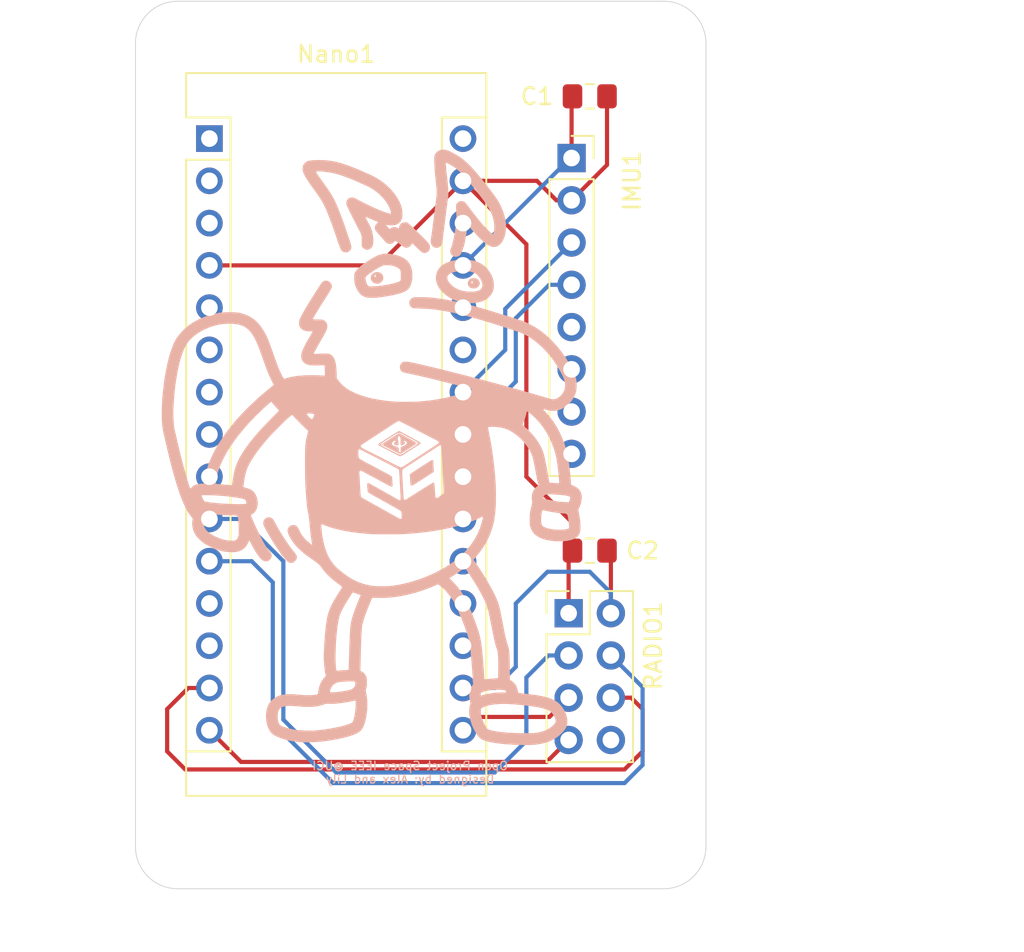
<source format=kicad_pcb>
(kicad_pcb (version 20171130) (host pcbnew "(5.1.10)-1")

  (general
    (thickness 1.6)
    (drawings 11)
    (tracks 68)
    (zones 0)
    (modules 6)
    (nets 35)
  )

  (page A4)
  (layers
    (0 F.Cu signal)
    (31 B.Cu signal)
    (32 B.Adhes user)
    (33 F.Adhes user)
    (34 B.Paste user)
    (35 F.Paste user)
    (36 B.SilkS user)
    (37 F.SilkS user)
    (38 B.Mask user)
    (39 F.Mask user)
    (40 Dwgs.User user)
    (41 Cmts.User user)
    (42 Eco1.User user)
    (43 Eco2.User user)
    (44 Edge.Cuts user)
    (45 Margin user)
    (46 B.CrtYd user)
    (47 F.CrtYd user)
    (48 B.Fab user)
    (49 F.Fab user hide)
  )

  (setup
    (last_trace_width 0.25)
    (trace_clearance 0.2)
    (zone_clearance 0.508)
    (zone_45_only no)
    (trace_min 0.2)
    (via_size 0.8)
    (via_drill 0.4)
    (via_min_size 0.4)
    (via_min_drill 0.3)
    (uvia_size 0.3)
    (uvia_drill 0.1)
    (uvias_allowed no)
    (uvia_min_size 0.2)
    (uvia_min_drill 0.1)
    (edge_width 0.05)
    (segment_width 0.2)
    (pcb_text_width 0.3)
    (pcb_text_size 1.5 1.5)
    (mod_edge_width 0.12)
    (mod_text_size 1 1)
    (mod_text_width 0.15)
    (pad_size 1.524 1.524)
    (pad_drill 0.762)
    (pad_to_mask_clearance 0)
    (aux_axis_origin 0 0)
    (visible_elements 7FFFFFFF)
    (pcbplotparams
      (layerselection 0x010fc_ffffffff)
      (usegerberextensions false)
      (usegerberattributes true)
      (usegerberadvancedattributes true)
      (creategerberjobfile true)
      (excludeedgelayer true)
      (linewidth 0.100000)
      (plotframeref false)
      (viasonmask false)
      (mode 1)
      (useauxorigin false)
      (hpglpennumber 1)
      (hpglpenspeed 20)
      (hpglpendiameter 15.000000)
      (psnegative false)
      (psa4output false)
      (plotreference true)
      (plotvalue true)
      (plotinvisibletext false)
      (padsonsilk false)
      (subtractmaskfromsilk false)
      (outputformat 1)
      (mirror false)
      (drillshape 0)
      (scaleselection 1)
      (outputdirectory ""))
  )

  (net 0 "")
  (net 1 "Net-(Nano1-Pad1)")
  (net 2 NRF_VCC)
  (net 3 "Net-(Nano1-Pad2)")
  (net 4 "Net-(Nano1-Pad18)")
  (net 5 "Net-(Nano1-Pad3)")
  (net 6 "Net-(Nano1-Pad19)")
  (net 7 GND)
  (net 8 "Net-(Nano1-Pad20)")
  (net 9 "Net-(Nano1-Pad5)")
  (net 10 "Net-(Nano1-Pad21)")
  (net 11 "Net-(Nano1-Pad6)")
  (net 12 "Net-(Nano1-Pad22)")
  (net 13 "Net-(Nano1-Pad7)")
  (net 14 IMU_SDA)
  (net 15 "Net-(Nano1-Pad8)")
  (net 16 IMU_SCL)
  (net 17 "Net-(Nano1-Pad9)")
  (net 18 "Net-(Nano1-Pad25)")
  (net 19 NRF_CE)
  (net 20 "Net-(Nano1-Pad26)")
  (net 21 NRF_CSN)
  (net 22 IMU_VCC)
  (net 23 "Net-(Nano1-Pad12)")
  (net 24 "Net-(Nano1-Pad28)")
  (net 25 "Net-(Nano1-Pad13)")
  (net 26 NRF_MOSI)
  (net 27 "Net-(Nano1-Pad30)")
  (net 28 NRF_MISO)
  (net 29 NRF_SCK)
  (net 30 "Net-(IMU1-Pad8)")
  (net 31 "Net-(IMU1-Pad7)")
  (net 32 "Net-(IMU1-Pad5)")
  (net 33 "Net-(IMU1-Pad6)")
  (net 34 "Net-(RADIO1-Pad8)")

  (net_class Default "This is the default net class."
    (clearance 0.2)
    (trace_width 0.25)
    (via_dia 0.8)
    (via_drill 0.4)
    (uvia_dia 0.3)
    (uvia_drill 0.1)
    (add_net GND)
    (add_net IMU_SCL)
    (add_net IMU_SDA)
    (add_net IMU_VCC)
    (add_net NRF_CE)
    (add_net NRF_CSN)
    (add_net NRF_MISO)
    (add_net NRF_MOSI)
    (add_net NRF_SCK)
    (add_net NRF_VCC)
    (add_net "Net-(IMU1-Pad5)")
    (add_net "Net-(IMU1-Pad6)")
    (add_net "Net-(IMU1-Pad7)")
    (add_net "Net-(IMU1-Pad8)")
    (add_net "Net-(Nano1-Pad1)")
    (add_net "Net-(Nano1-Pad12)")
    (add_net "Net-(Nano1-Pad13)")
    (add_net "Net-(Nano1-Pad18)")
    (add_net "Net-(Nano1-Pad19)")
    (add_net "Net-(Nano1-Pad2)")
    (add_net "Net-(Nano1-Pad20)")
    (add_net "Net-(Nano1-Pad21)")
    (add_net "Net-(Nano1-Pad22)")
    (add_net "Net-(Nano1-Pad25)")
    (add_net "Net-(Nano1-Pad26)")
    (add_net "Net-(Nano1-Pad28)")
    (add_net "Net-(Nano1-Pad3)")
    (add_net "Net-(Nano1-Pad30)")
    (add_net "Net-(Nano1-Pad5)")
    (add_net "Net-(Nano1-Pad6)")
    (add_net "Net-(Nano1-Pad7)")
    (add_net "Net-(Nano1-Pad8)")
    (add_net "Net-(Nano1-Pad9)")
    (add_net "Net-(RADIO1-Pad8)")
  )

  (module alexisawesome:ops_petr (layer B.Cu) (tedit 0) (tstamp 62A12D9F)
    (at 155.575 95.885 180)
    (fp_text reference G*** (at 0 0) (layer B.SilkS) hide
      (effects (font (size 1.524 1.524) (thickness 0.3)) (justify mirror))
    )
    (fp_text value LOGO (at 0.75 0) (layer B.SilkS) hide
      (effects (font (size 1.524 1.524) (thickness 0.3)) (justify mirror))
    )
    (fp_poly (pts (xy -2.485586 1.322382) (xy -2.451113 1.305875) (xy -2.402138 1.277423) (xy -2.334341 1.23496)
      (xy -2.243399 1.176418) (xy -2.126074 1.100431) (xy -1.99583 1.016468) (xy -1.883433 0.944853)
      (xy -1.775409 0.877079) (xy -1.658284 0.804637) (xy -1.634119 0.789784) (xy -1.560611 0.742403)
      (xy -1.516516 0.70502) (xy -1.502761 0.672803) (xy -1.520274 0.640925) (xy -1.569982 0.604556)
      (xy -1.652814 0.558866) (xy -1.6813 0.54414) (xy -1.776445 0.495029) (xy -1.876668 0.442902)
      (xy -1.967076 0.395519) (xy -2.009887 0.372877) (xy -2.078015 0.336754) (xy -2.136119 0.306127)
      (xy -2.173949 0.286395) (xy -2.17922 0.283705) (xy -2.209571 0.268394) (xy -2.2639 0.240982)
      (xy -2.332588 0.206323) (xy -2.364245 0.190349) (xy -2.465461 0.143811) (xy -2.543555 0.119572)
      (xy -2.605009 0.116701) (xy -2.656305 0.134265) (xy -2.674086 0.145815) (xy -2.721318 0.178559)
      (xy -2.756586 0.201056) (xy -2.824846 0.242614) (xy -2.913957 0.29808) (xy -3.016187 0.362517)
      (xy -3.123807 0.43099) (xy -3.229085 0.498562) (xy -3.324291 0.560296) (xy -3.401695 0.611256)
      (xy -3.447053 0.641953) (xy -3.487453 0.666436) (xy -3.515514 0.677302) (xy -3.51634 0.677333)
      (xy -3.535603 0.692983) (xy -3.547822 0.718837) (xy -3.552172 0.740642) (xy -3.546649 0.760286)
      (xy -3.544685 0.762376) (xy -2.985413 0.762376) (xy -2.976 0.724747) (xy -2.962124 0.699168)
      (xy -2.928953 0.656511) (xy -2.880139 0.619658) (xy -2.808328 0.584091) (xy -2.71874 0.549728)
      (xy -2.624666 0.51633) (xy -2.61923 0.352239) (xy -2.616134 0.273563) (xy -2.611698 0.22516)
      (xy -2.603638 0.199686) (xy -2.589667 0.189797) (xy -2.568151 0.188148) (xy -2.523741 0.202498)
      (xy -2.503032 0.224541) (xy -2.492027 0.26347) (xy -2.484966 0.323725) (xy -2.483555 0.365218)
      (xy -2.479396 0.430394) (xy -2.462447 0.475045) (xy -2.425999 0.505846) (xy -2.363344 0.529471)
      (xy -2.303235 0.544639) (xy -2.202327 0.57664) (xy -2.127809 0.618761) (xy -2.084404 0.668035)
      (xy -2.077399 0.686569) (xy -2.08049 0.74479) (xy -2.112016 0.803785) (xy -2.163879 0.855311)
      (xy -2.227981 0.891125) (xy -2.290116 0.903111) (xy -2.311306 0.891011) (xy -2.311033 0.862123)
      (xy -2.293075 0.827568) (xy -2.261209 0.798468) (xy -2.253074 0.794076) (xy -2.209895 0.76086)
      (xy -2.198924 0.722557) (xy -2.21615 0.684292) (xy -2.257564 0.651192) (xy -2.319156 0.628383)
      (xy -2.388547 0.620889) (xy -2.46474 0.620889) (xy -2.46474 0.74379) (xy -2.460532 0.819747)
      (xy -2.449627 0.890449) (xy -2.437914 0.930894) (xy -2.423225 0.974404) (xy -2.421887 1.014261)
      (xy -2.434271 1.066964) (xy -2.441506 1.090216) (xy -2.469027 1.155613) (xy -2.498039 1.183446)
      (xy -2.528983 1.173767) (xy -2.562303 1.126626) (xy -2.572743 1.10537) (xy -2.590874 1.058996)
      (xy -2.600829 1.010425) (xy -2.603862 0.948285) (xy -2.601228 0.8612) (xy -2.600736 0.851368)
      (xy -2.598003 0.751772) (xy -2.603216 0.68458) (xy -2.618492 0.645021) (xy -2.645951 0.628323)
      (xy -2.687711 0.629715) (xy -2.69822 0.631799) (xy -2.761323 0.654068) (xy -2.815953 0.688109)
      (xy -2.851678 0.726232) (xy -2.859852 0.750958) (xy -2.846682 0.78823) (xy -2.822222 0.818445)
      (xy -2.794076 0.853696) (xy -2.784826 0.885458) (xy -2.797059 0.902467) (xy -2.802769 0.903111)
      (xy -2.847027 0.891293) (xy -2.901377 0.862438) (xy -2.949636 0.82645) (xy -2.973149 0.798866)
      (xy -2.985413 0.762376) (xy -3.544685 0.762376) (xy -3.526454 0.78177) (xy -3.486787 0.809098)
      (xy -3.422848 0.846273) (xy -3.341387 0.891022) (xy -3.255696 0.937771) (xy -3.162194 0.98901)
      (xy -3.085629 1.03116) (xy -3.006288 1.074548) (xy -2.905258 1.12916) (xy -2.794185 1.188755)
      (xy -2.68471 1.247092) (xy -2.588478 1.297929) (xy -2.56488 1.310289) (xy -2.545204 1.320897)
      (xy -2.52831 1.327826) (xy -2.509878 1.32901) (xy -2.485586 1.322382)) (layer B.SilkS) (width 0.01))
    (fp_poly (pts (xy -1.09191 11.018032) (xy -0.998896 10.981908) (xy -0.919036 10.925343) (xy -0.857173 10.851794)
      (xy -0.818153 10.764716) (xy -0.806821 10.667562) (xy -0.828022 10.563789) (xy -0.829049 10.56104)
      (xy -0.881594 10.471838) (xy -0.959786 10.401823) (xy -1.055329 10.353934) (xy -1.159927 10.331114)
      (xy -1.265283 10.336304) (xy -1.362285 10.371976) (xy -1.421081 10.414235) (xy -1.478857 10.468847)
      (xy -1.493989 10.486362) (xy -1.526168 10.530604) (xy -1.543693 10.571316) (xy -1.550836 10.623062)
      (xy -1.551944 10.683918) (xy -1.540915 10.787936) (xy -1.128889 10.787936) (xy -1.123296 10.754323)
      (xy -1.098783 10.745166) (xy -1.077148 10.746713) (xy -1.034133 10.762746) (xy -1.019607 10.793384)
      (xy -1.028055 10.831668) (xy -1.052364 10.846339) (xy -1.099363 10.850083) (xy -1.124145 10.823605)
      (xy -1.128889 10.787936) (xy -1.540915 10.787936) (xy -1.540509 10.791762) (xy -1.504135 10.875824)
      (xy -1.438901 10.943534) (xy -1.401419 10.969213) (xy -1.298017 11.015139) (xy -1.193232 11.030261)
      (xy -1.09191 11.018032)) (layer B.SilkS) (width 0.01))
    (fp_poly (pts (xy -6.91965 10.656892) (xy -6.866027 10.649631) (xy -6.823304 10.633575) (xy -6.778152 10.605487)
      (xy -6.777813 10.605253) (xy -6.698836 10.530497) (xy -6.653585 10.439054) (xy -6.641629 10.349074)
      (xy -6.656968 10.250892) (xy -6.704746 10.167685) (xy -6.766861 10.109448) (xy -6.811528 10.08001)
      (xy -6.857834 10.062996) (xy -6.919643 10.054457) (xy -6.96914 10.051787) (xy -7.068035 10.053433)
      (xy -7.141401 10.066211) (xy -7.159037 10.072902) (xy -7.24581 10.130856) (xy -7.311356 10.209937)
      (xy -7.349465 10.301108) (xy -7.356592 10.360418) (xy -7.351615 10.385262) (xy -6.952219 10.385262)
      (xy -6.924963 10.354651) (xy -6.894884 10.348148) (xy -6.852972 10.363777) (xy -6.838147 10.389048)
      (xy -6.83905 10.430746) (xy -6.863378 10.458901) (xy -6.898874 10.468878) (xy -6.933285 10.456043)
      (xy -6.950029 10.43136) (xy -6.952219 10.385262) (xy -7.351615 10.385262) (xy -7.341436 10.436063)
      (xy -7.301484 10.515387) (xy -7.245013 10.584119) (xy -7.210941 10.611556) (xy -7.166696 10.636917)
      (xy -7.120937 10.651277) (xy -7.060597 10.657513) (xy -6.997502 10.658593) (xy -6.91965 10.656892)) (layer B.SilkS) (width 0.01))
    (fp_poly (pts (xy 3.023281 2.454855) (xy 3.012771 2.441222) (xy 2.985308 2.411971) (xy 2.97305 2.412099)
      (xy 2.972741 2.4154) (xy 2.985599 2.431106) (xy 3.005667 2.448326) (xy 3.027953 2.464598)
      (xy 3.023281 2.454855)) (layer B.SilkS) (width 0.01))
    (fp_poly (pts (xy -2.482977 1.456868) (xy -2.421564 1.42538) (xy -2.332266 1.373951) (xy -2.216529 1.303441)
      (xy -2.075794 1.214711) (xy -1.911505 1.108622) (xy -1.895542 1.098205) (xy -1.821917 1.050998)
      (xy -1.759404 1.012548) (xy -1.714878 0.986979) (xy -1.695586 0.97837) (xy -1.670825 0.965539)
      (xy -1.657255 0.952017) (xy -1.632767 0.931993) (xy -1.583406 0.898185) (xy -1.51685 0.855685)
      (xy -1.456199 0.818735) (xy -1.382687 0.772992) (xy -1.321694 0.731514) (xy -1.280374 0.699392)
      (xy -1.266189 0.683596) (xy -1.270213 0.650616) (xy -1.290904 0.62096) (xy -1.316561 0.603622)
      (xy -1.371152 0.571949) (xy -1.449983 0.528486) (xy -1.548356 0.475779) (xy -1.661577 0.416372)
      (xy -1.784948 0.35281) (xy -1.796815 0.346756) (xy -1.927721 0.280014) (xy -2.055312 0.214943)
      (xy -2.17348 0.154659) (xy -2.276117 0.102278) (xy -2.357114 0.060919) (xy -2.408296 0.034755)
      (xy -2.477998 0.00145) (xy -2.538764 -0.023353) (xy -2.580097 -0.035496) (xy -2.587037 -0.036053)
      (xy -2.622249 -0.025754) (xy -2.676146 -0.000375) (xy -2.728148 0.02926) (xy -2.786738 0.065751)
      (xy -2.835233 0.096505) (xy -2.859852 0.11266) (xy -2.906977 0.144252) (xy -2.974955 0.188533)
      (xy -3.058595 0.242246) (xy -3.15271 0.302135) (xy -3.252111 0.364942) (xy -3.351609 0.427413)
      (xy -3.446015 0.486289) (xy -3.530141 0.538315) (xy -3.598797 0.580235) (xy -3.646796 0.608791)
      (xy -3.668948 0.620728) (xy -3.669647 0.620889) (xy -3.693578 0.633541) (xy -3.729849 0.664093)
      (xy -3.767108 0.701436) (xy -3.794007 0.734462) (xy -3.797424 0.742029) (xy -3.630661 0.742029)
      (xy -3.627231 0.71413) (xy -3.613163 0.686748) (xy -3.584154 0.656158) (xy -3.535896 0.618633)
      (xy -3.464086 0.570448) (xy -3.364418 0.507877) (xy -3.349354 0.498593) (xy -3.31961 0.479954)
      (xy -3.268034 0.447328) (xy -3.204515 0.406976) (xy -3.188095 0.39652) (xy -3.10888 0.346184)
      (xy -3.025456 0.293376) (xy -2.955531 0.249307) (xy -2.953926 0.248299) (xy -2.879405 0.200652)
      (xy -2.800141 0.148674) (xy -2.757269 0.11989) (xy -2.668397 0.072016) (xy -2.581544 0.054237)
      (xy -2.489279 0.066649) (xy -2.38417 0.109346) (xy -2.354454 0.125072) (xy -2.272199 0.169076)
      (xy -2.183162 0.214894) (xy -2.116666 0.247732) (xy -2.054111 0.278262) (xy -2.00261 0.304447)
      (xy -1.975555 0.319319) (xy -1.94862 0.334239) (xy -1.895544 0.362247) (xy -1.823773 0.399456)
      (xy -1.74075 0.441981) (xy -1.732944 0.445955) (xy -1.610991 0.510292) (xy -1.521634 0.563646)
      (xy -1.462449 0.608795) (xy -1.431007 0.648518) (xy -1.424883 0.685595) (xy -1.441652 0.722803)
      (xy -1.466457 0.751155) (xy -1.494001 0.772878) (xy -1.544131 0.807652) (xy -1.60956 0.850886)
      (xy -1.683 0.897988) (xy -1.757166 0.944366) (xy -1.824771 0.985429) (xy -1.878527 1.016584)
      (xy -1.911148 1.03324) (xy -1.916599 1.034815) (xy -1.941544 1.047665) (xy -1.955464 1.061499)
      (xy -1.981706 1.083496) (xy -2.033002 1.119396) (xy -2.101728 1.164448) (xy -2.180257 1.213901)
      (xy -2.260965 1.263006) (xy -2.336225 1.307011) (xy -2.398413 1.341165) (xy -2.427111 1.355334)
      (xy -2.493983 1.368745) (xy -2.576454 1.360842) (xy -2.660764 1.333845) (xy -2.704735 1.310532)
      (xy -2.750448 1.283453) (xy -2.819536 1.244656) (xy -2.901953 1.199709) (xy -2.973097 1.161819)
      (xy -3.069297 1.110841) (xy -3.17062 1.056579) (xy -3.262614 1.0068) (xy -3.311407 0.980057)
      (xy -3.385927 0.939354) (xy -3.456442 0.901648) (xy -3.509992 0.87385) (xy -3.51837 0.869672)
      (xy -3.587146 0.827005) (xy -3.62286 0.781038) (xy -3.630661 0.742029) (xy -3.797424 0.742029)
      (xy -3.800592 0.749043) (xy -3.786929 0.775564) (xy -3.744332 0.809816) (xy -3.670388 0.853474)
      (xy -3.593629 0.893044) (xy -3.526302 0.927036) (xy -3.471366 0.955873) (xy -3.438117 0.974641)
      (xy -3.433703 0.977617) (xy -3.412448 0.991421) (xy -3.370048 1.015862) (xy -3.303823 1.05241)
      (xy -3.211093 1.102532) (xy -3.089179 1.167696) (xy -3.00558 1.212145) (xy -2.911031 1.262947)
      (xy -2.813894 1.31615) (xy -2.727214 1.36456) (xy -2.67662 1.393566) (xy -2.611566 1.429062)
      (xy -2.555339 1.455258) (xy -2.518597 1.467274) (xy -2.515065 1.467556) (xy -2.482977 1.456868)) (layer B.SilkS) (width 0.01))
    (fp_poly (pts (xy -4.467709 -0.279167) (xy -4.437294 -0.295946) (xy -4.380554 -0.329984) (xy -4.302719 -0.378038)
      (xy -4.209017 -0.436863) (xy -4.104675 -0.503214) (xy -4.047018 -0.540214) (xy -3.927193 -0.61734)
      (xy -3.804254 -0.696449) (xy -3.68635 -0.772298) (xy -3.581628 -0.839646) (xy -3.498236 -0.893251)
      (xy -3.48074 -0.904492) (xy -3.397907 -0.958807) (xy -3.320718 -1.011391) (xy -3.258097 -1.056046)
      (xy -3.220424 -1.085309) (xy -3.157664 -1.139216) (xy -3.178469 -1.456313) (xy -3.185931 -1.562211)
      (xy -3.193446 -1.655081) (xy -3.200406 -1.728375) (xy -3.206205 -1.775543) (xy -3.209414 -1.789816)
      (xy -3.240865 -1.806494) (xy -3.297017 -1.796837) (xy -3.376242 -1.761397) (xy -3.476915 -1.700728)
      (xy -3.482307 -1.697158) (xy -3.561203 -1.645189) (xy -3.659828 -1.580896) (xy -3.766132 -1.512102)
      (xy -3.868063 -1.446632) (xy -3.877418 -1.440654) (xy -3.985968 -1.371099) (xy -4.110881 -1.290695)
      (xy -4.237031 -1.209197) (xy -4.349293 -1.13636) (xy -4.353645 -1.133527) (xy -4.596253 -0.975598)
      (xy -4.584126 -0.80476) (xy -4.578257 -0.702789) (xy -4.573951 -0.591193) (xy -4.572031 -0.492001)
      (xy -4.572 -0.480483) (xy -4.568425 -0.379666) (xy -4.556633 -0.312798) (xy -4.53502 -0.276785)
      (xy -4.501983 -0.268532) (xy -4.467709 -0.279167)) (layer B.SilkS) (width 0.01))
    (fp_poly (pts (xy 2.504582 17.757001) (xy 2.693564 17.745121) (xy 2.848813 17.725548) (xy 2.969203 17.698415)
      (xy 3.041621 17.670366) (xy 3.144602 17.597782) (xy 3.221589 17.500913) (xy 3.270132 17.384826)
      (xy 3.287781 17.254591) (xy 3.28255 17.171972) (xy 3.270509 17.103665) (xy 3.251845 17.033724)
      (xy 3.224889 16.959306) (xy 3.187978 16.877568) (xy 3.139444 16.785666) (xy 3.077621 16.680756)
      (xy 3.000844 16.559997) (xy 2.907445 16.420545) (xy 2.79576 16.259556) (xy 2.664122 16.074187)
      (xy 2.530794 15.889111) (xy 2.402674 15.710217) (xy 2.294514 15.55428) (xy 2.202618 15.414992)
      (xy 2.12329 15.286049) (xy 2.052832 15.161142) (xy 1.987549 15.033965) (xy 1.923745 14.898212)
      (xy 1.857723 14.747576) (xy 1.847097 14.722593) (xy 1.770764 14.537281) (xy 1.686622 14.323783)
      (xy 1.597561 14.089989) (xy 1.506469 13.843791) (xy 1.416233 13.593079) (xy 1.329743 13.345745)
      (xy 1.249886 13.109679) (xy 1.194262 12.939073) (xy 1.166612 12.854409) (xy 1.141523 12.780871)
      (xy 1.122041 12.727197) (xy 1.112256 12.703888) (xy 1.098546 12.671676) (xy 1.077211 12.614452)
      (xy 1.052227 12.542998) (xy 1.044902 12.521259) (xy 0.992455 12.395034) (xy 0.929852 12.303392)
      (xy 0.854652 12.244087) (xy 0.764416 12.214872) (xy 0.707715 12.210815) (xy 0.592698 12.227135)
      (xy 0.494956 12.274125) (xy 0.419238 12.348832) (xy 0.383387 12.41247) (xy 0.369462 12.451635)
      (xy 0.362006 12.493326) (xy 0.361913 12.542052) (xy 0.370079 12.602321) (xy 0.387398 12.678642)
      (xy 0.414766 12.775524) (xy 0.453078 12.897474) (xy 0.503229 13.049002) (xy 0.519142 13.09624)
      (xy 0.564162 13.229563) (xy 0.607053 13.35663) (xy 0.645781 13.471411) (xy 0.678311 13.567876)
      (xy 0.702611 13.639994) (xy 0.715516 13.67837) (xy 0.778048 13.859979) (xy 0.850095 14.061156)
      (xy 0.928197 14.272779) (xy 1.008893 14.485726) (xy 1.088725 14.690876) (xy 1.164231 14.879104)
      (xy 1.231951 15.041291) (xy 1.236491 15.051852) (xy 1.307681 15.211713) (xy 1.379773 15.361518)
      (xy 1.456047 15.506738) (xy 1.539782 15.652846) (xy 1.634258 15.805314) (xy 1.742755 15.969616)
      (xy 1.868551 16.151222) (xy 2.014927 16.355607) (xy 2.031395 16.378296) (xy 2.149307 16.541662)
      (xy 2.251446 16.685399) (xy 2.336586 16.807701) (xy 2.403502 16.906764) (xy 2.450967 16.980784)
      (xy 2.477757 17.027954) (xy 2.483556 17.044256) (xy 2.465886 17.064058) (xy 2.415912 17.076669)
      (xy 2.338187 17.082479) (xy 2.237265 17.08188) (xy 2.1177 17.075264) (xy 1.984044 17.063022)
      (xy 1.840852 17.045546) (xy 1.692676 17.023226) (xy 1.544071 16.996455) (xy 1.399589 16.965624)
      (xy 1.308802 16.943267) (xy 1.137745 16.894554) (xy 0.943558 16.832474) (xy 0.736607 16.760801)
      (xy 0.527263 16.683307) (xy 0.325893 16.603768) (xy 0.142866 16.525955) (xy 0.065852 16.490923)
      (xy -0.012403 16.454778) (xy -0.093415 16.417995) (xy -0.169646 16.383917) (xy -0.233562 16.355886)
      (xy -0.277628 16.337245) (xy -0.294091 16.331259) (xy -0.31561 16.32353) (xy -0.363675 16.302583)
      (xy -0.431051 16.271781) (xy -0.510502 16.234483) (xy -0.594794 16.194052) (xy -0.676691 16.153848)
      (xy -0.68674 16.148836) (xy -0.912671 16.020628) (xy -1.130914 15.86735) (xy -1.33651 15.693965)
      (xy -1.524501 15.505438) (xy -1.689929 15.306733) (xy -1.827835 15.102815) (xy -1.931606 14.902466)
      (xy -1.9684 14.809791) (xy -1.997655 14.720335) (xy -2.017538 14.641577) (xy -2.026216 14.580995)
      (xy -2.021858 14.546066) (xy -2.01964 14.543169) (xy -1.9908 14.538413) (xy -1.931819 14.547231)
      (xy -1.847085 14.568233) (xy -1.740982 14.600031) (xy -1.617897 14.641233) (xy -1.482216 14.690449)
      (xy -1.338326 14.746291) (xy -1.204148 14.801607) (xy -1.092562 14.850744) (xy -0.954508 14.914409)
      (xy -0.796669 14.989325) (xy -0.62573 15.072214) (xy -0.448374 15.159802) (xy -0.271283 15.248809)
      (xy -0.101142 15.335961) (xy 0.055366 15.41798) (xy 0.082256 15.43231) (xy 0.164749 15.47382)
      (xy 0.227939 15.49816) (xy 0.283748 15.509165) (xy 0.326848 15.510979) (xy 0.439674 15.494054)
      (xy 0.532435 15.446704) (xy 0.601624 15.372204) (xy 0.643729 15.273829) (xy 0.654495 15.205235)
      (xy 0.656085 15.146702) (xy 0.649428 15.095272) (xy 0.631449 15.038225) (xy 0.599076 14.962843)
      (xy 0.59242 14.94837) (xy 0.553637 14.866182) (xy 0.502564 14.760485) (xy 0.441851 14.636551)
      (xy 0.374148 14.499652) (xy 0.302107 14.355057) (xy 0.228378 14.20804) (xy 0.155613 14.063869)
      (xy 0.086462 13.927818) (xy 0.023575 13.805156) (xy -0.030396 13.701156) (xy -0.072801 13.621088)
      (xy -0.098284 13.574889) (xy -0.160155 13.460914) (xy -0.205627 13.359165) (xy -0.237091 13.259863)
      (xy -0.256935 13.153232) (xy -0.267547 13.029493) (xy -0.271317 12.878869) (xy -0.27139 12.866387)
      (xy -0.272815 12.571811) (xy -0.331103 12.499498) (xy -0.411722 12.42807) (xy -0.487925 12.391328)
      (xy -0.547316 12.371407) (xy -0.590293 12.365046) (xy -0.635236 12.371854) (xy -0.686812 12.387104)
      (xy -0.784012 12.432934) (xy -0.858806 12.503214) (xy -0.912221 12.599963) (xy -0.945283 12.7252)
      (xy -0.95902 12.880945) (xy -0.959555 12.923621) (xy -0.942085 13.197704) (xy -0.889976 13.459417)
      (xy -0.80368 13.706909) (xy -0.732057 13.854523) (xy -0.653799 14.000435) (xy -0.589648 14.123494)
      (xy -0.540623 14.221619) (xy -0.507743 14.292729) (xy -0.492027 14.334745) (xy -0.491585 14.345561)
      (xy -0.511517 14.342062) (xy -0.558907 14.325341) (xy -0.627063 14.29798) (xy -0.709294 14.262562)
      (xy -0.725909 14.255156) (xy -0.828753 14.209721) (xy -0.936852 14.163052) (xy -1.036447 14.121032)
      (xy -1.105408 14.092861) (xy -1.260668 14.031057) (xy -1.177875 13.953491) (xy -1.101975 13.860452)
      (xy -1.06153 13.759608) (xy -1.056748 13.655412) (xy -1.087831 13.552315) (xy -1.154897 13.454869)
      (xy -1.19283 13.41257) (xy -1.249741 13.348119) (xy -1.320054 13.267879) (xy -1.398193 13.178212)
      (xy -1.472946 13.091999) (xy -1.550216 13.003534) (xy -1.622119 12.92285) (xy -1.683923 12.85513)
      (xy -1.730896 12.805557) (xy -1.758304 12.779317) (xy -1.758678 12.77902) (xy -1.824885 12.745722)
      (xy -1.910719 12.727904) (xy -2.00055 12.727899) (xy -2.045575 12.736219) (xy -2.106794 12.764354)
      (xy -2.171594 12.812306) (xy -2.191524 12.831293) (xy -2.23483 12.872798) (xy -2.268827 12.900284)
      (xy -2.282243 12.906963) (xy -2.303078 12.896013) (xy -2.346553 12.866348) (xy -2.405913 12.822751)
      (xy -2.461869 12.779828) (xy -2.57786 12.689835) (xy -2.669356 12.62079) (xy -2.741102 12.569955)
      (xy -2.79784 12.534593) (xy -2.844316 12.511964) (xy -2.885274 12.499331) (xy -2.925456 12.493954)
      (xy -2.958715 12.493037) (xy -3.052217 12.510035) (xy -3.140793 12.55597) (xy -3.212707 12.623253)
      (xy -3.247032 12.679411) (xy -3.271417 12.72586) (xy -3.293338 12.75329) (xy -3.300135 12.756445)
      (xy -3.318711 12.743763) (xy -3.359535 12.708361) (xy -3.418324 12.654202) (xy -3.490794 12.585251)
      (xy -3.572662 12.505473) (xy -3.592847 12.485538) (xy -3.693054 12.387449) (xy -3.771581 12.313507)
      (xy -3.832436 12.260362) (xy -3.879628 12.224664) (xy -3.917166 12.203063) (xy -3.941703 12.194013)
      (xy -4.007157 12.17855) (xy -4.056475 12.176385) (xy -4.10895 12.188144) (xy -4.145747 12.20063)
      (xy -4.245315 12.252662) (xy -4.314823 12.327208) (xy -4.354499 12.424604) (xy -4.364938 12.525029)
      (xy -4.363206 12.569085) (xy -4.356537 12.61067) (xy -4.342596 12.652757) (xy -4.319048 12.69832)
      (xy -4.283558 12.750333) (xy -4.23379 12.811771) (xy -4.16741 12.885606) (xy -4.082081 12.974813)
      (xy -3.975469 13.082366) (xy -3.845238 13.211239) (xy -3.761729 13.293234) (xy -3.601957 13.449913)
      (xy -3.466655 13.582404) (xy -3.353269 13.692702) (xy -3.259245 13.782805) (xy -3.182027 13.854709)
      (xy -3.119061 13.91041) (xy -3.067792 13.951904) (xy -3.025667 13.981189) (xy -2.990129 14.000259)
      (xy -2.958626 14.011112) (xy -2.928601 14.015744) (xy -2.897501 14.016152) (xy -2.862771 14.014331)
      (xy -2.840616 14.013073) (xy -2.725005 13.992578) (xy -2.633778 13.943684) (xy -2.566436 13.865916)
      (xy -2.522478 13.758796) (xy -2.509768 13.698266) (xy -2.50042 13.650897) (xy -2.489607 13.634585)
      (xy -2.47198 13.642957) (xy -2.466936 13.647233) (xy -2.375039 13.704166) (xy -2.271242 13.729881)
      (xy -2.164126 13.724733) (xy -2.06227 13.689072) (xy -1.978113 13.627172) (xy -1.95999 13.6142)
      (xy -1.940263 13.617724) (xy -1.911466 13.641973) (xy -1.867219 13.689951) (xy -1.8004 13.767744)
      (xy -1.755156 13.82636) (xy -1.733447 13.863105) (xy -1.733118 13.874217) (xy -1.753683 13.874128)
      (xy -1.801969 13.868141) (xy -1.868743 13.857466) (xy -1.890889 13.85355) (xy -2.069758 13.835487)
      (xy -2.230453 13.848227) (xy -2.371198 13.890616) (xy -2.49022 13.9615) (xy -2.585741 14.059728)
      (xy -2.655988 14.184145) (xy -2.699185 14.3336) (xy -2.706631 14.383371) (xy -2.713402 14.593137)
      (xy -2.68504 14.811468) (xy -2.622496 15.036245) (xy -2.526718 15.26535) (xy -2.398654 15.496662)
      (xy -2.239255 15.728062) (xy -2.049468 15.957432) (xy -1.957649 16.056056) (xy -1.705776 16.293625)
      (xy -1.431971 16.505398) (xy -1.132751 16.693771) (xy -0.804631 16.861139) (xy -0.752592 16.884631)
      (xy -0.673105 16.919923) (xy -0.591158 16.956272) (xy -0.536222 16.980613) (xy -0.459255 17.01491)
      (xy -0.376553 17.052084) (xy -0.348074 17.064976) (xy -0.23967 17.112784) (xy -0.105996 17.16947)
      (xy 0.042935 17.230833) (xy 0.150519 17.274166) (xy 0.222168 17.302875) (xy 0.284028 17.327888)
      (xy 0.324661 17.344574) (xy 0.32926 17.346516) (xy 0.38898 17.37004) (xy 0.476226 17.401877)
      (xy 0.582585 17.43918) (xy 0.699647 17.479098) (xy 0.819001 17.518781) (xy 0.932236 17.55538)
      (xy 1.030942 17.586044) (xy 1.072445 17.598326) (xy 1.381647 17.67311) (xy 1.711606 17.725894)
      (xy 2.051561 17.755233) (xy 2.282991 17.761052) (xy 2.504582 17.757001)) (layer B.SilkS) (width 0.01))
    (fp_poly (pts (xy -5.013565 18.366206) (xy -4.886257 18.319304) (xy -4.780285 18.242062) (xy -4.697188 18.135418)
      (xy -4.670151 18.083548) (xy -4.655065 18.049789) (xy -4.643785 18.019095) (xy -4.635902 17.985712)
      (xy -4.631009 17.943888) (xy -4.628696 17.88787) (xy -4.628556 17.811908) (xy -4.63018 17.710247)
      (xy -4.63316 17.577136) (xy -4.633417 17.566141) (xy -4.642829 17.315472) (xy -4.659835 17.066223)
      (xy -4.685591 16.802978) (xy -4.699923 16.679333) (xy -4.716752 16.533879) (xy -4.732606 16.385668)
      (xy -4.746627 16.243606) (xy -4.757954 16.116597) (xy -4.765729 16.013546) (xy -4.768016 15.973778)
      (xy -4.771372 15.89292) (xy -4.772717 15.820625) (xy -4.771586 15.750255) (xy -4.767514 15.675173)
      (xy -4.760038 15.588742) (xy -4.748693 15.484324) (xy -4.733015 15.355282) (xy -4.71471 15.211778)
      (xy -4.701441 15.108006) (xy -4.685416 14.981209) (xy -4.668437 14.845713) (xy -4.652303 14.715845)
      (xy -4.648493 14.684963) (xy -4.632792 14.55887) (xy -4.615647 14.423448) (xy -4.598888 14.293025)
      (xy -4.584346 14.181931) (xy -4.581177 14.158148) (xy -4.567226 14.052575) (xy -4.553213 13.944148)
      (xy -4.541008 13.847449) (xy -4.534149 13.791259) (xy -4.517998 13.65856) (xy -4.500848 13.522948)
      (xy -4.483527 13.390473) (xy -4.466861 13.267182) (xy -4.451679 13.159126) (xy -4.438807 13.072351)
      (xy -4.429073 13.012908) (xy -4.42478 12.99163) (xy -4.415705 12.905103) (xy -4.423962 12.805812)
      (xy -4.446896 12.709729) (xy -4.481851 12.632827) (xy -4.485265 12.627725) (xy -4.558929 12.55135)
      (xy -4.648814 12.504236) (xy -4.747432 12.486422) (xy -4.847293 12.497948) (xy -4.940908 12.538855)
      (xy -5.020789 12.609183) (xy -5.033003 12.624796) (xy -5.053374 12.656394) (xy -5.07046 12.694041)
      (xy -5.085446 12.743131) (xy -5.099518 12.809058) (xy -5.11386 12.897215) (xy -5.129657 13.012998)
      (xy -5.144577 13.132741) (xy -5.157875 13.239709) (xy -5.171558 13.345616) (xy -5.184056 13.438548)
      (xy -5.193799 13.506594) (xy -5.194171 13.509037) (xy -5.204052 13.577629) (xy -5.216618 13.670708)
      (xy -5.230163 13.775386) (xy -5.241495 13.866519) (xy -5.255824 13.983676) (xy -5.271773 14.113016)
      (xy -5.287073 14.236176) (xy -5.296155 14.308667) (xy -5.306946 14.394535) (xy -5.321113 14.50752)
      (xy -5.337376 14.637399) (xy -5.354454 14.773949) (xy -5.370368 14.901333) (xy -5.386598 15.029431)
      (xy -5.403015 15.155636) (xy -5.418449 15.271185) (xy -5.431727 15.367312) (xy -5.441679 15.435253)
      (xy -5.442037 15.437556) (xy -5.454669 15.539103) (xy -5.462125 15.651903) (xy -5.464243 15.779404)
      (xy -5.460859 15.925053) (xy -5.451813 16.092295) (xy -5.436942 16.284577) (xy -5.416083 16.505347)
      (xy -5.389075 16.75805) (xy -5.373416 16.895704) (xy -5.361274 17.006818) (xy -5.349599 17.124327)
      (xy -5.339899 17.232494) (xy -5.334675 17.300222) (xy -5.328334 17.384451) (xy -5.321486 17.46147)
      (xy -5.315316 17.51834) (xy -5.313557 17.530949) (xy -5.313156 17.581753) (xy -5.32992 17.602297)
      (xy -5.355503 17.596927) (xy -5.406427 17.574937) (xy -5.476294 17.539923) (xy -5.558703 17.495478)
      (xy -5.647257 17.445196) (xy -5.735555 17.39267) (xy -5.817199 17.341495) (xy -5.88579 17.295263)
      (xy -5.915082 17.27367) (xy -6.049295 17.160884) (xy -6.201602 17.01578) (xy -6.371605 16.838815)
      (xy -6.558909 16.630442) (xy -6.763117 16.39112) (xy -6.983833 16.121302) (xy -7.22066 15.821446)
      (xy -7.473202 15.492007) (xy -7.528472 15.418741) (xy -7.658508 15.243002) (xy -7.766819 15.089574)
      (xy -7.856825 14.952774) (xy -7.931947 14.826918) (xy -7.995605 14.706322) (xy -8.051222 14.585304)
      (xy -8.094674 14.478) (xy -8.164054 14.266434) (xy -8.211935 14.052611) (xy -8.237478 13.843853)
      (xy -8.239845 13.647482) (xy -8.218199 13.47082) (xy -8.212752 13.446146) (xy -8.193958 13.377502)
      (xy -8.174504 13.324443) (xy -8.158061 13.296651) (xy -8.155447 13.294973) (xy -8.129372 13.303108)
      (xy -8.081932 13.336247) (xy -8.016555 13.391084) (xy -7.936667 13.464315) (xy -7.845695 13.552634)
      (xy -7.747064 13.652737) (xy -7.644203 13.761317) (xy -7.540537 13.87507) (xy -7.465358 13.960593)
      (xy -7.349872 14.097344) (xy -7.218923 14.257924) (xy -7.078244 14.435071) (xy -6.933567 14.621523)
      (xy -6.790627 14.810018) (xy -6.722523 14.901513) (xy -6.641744 15.008403) (xy -6.568239 15.101127)
      (xy -6.505662 15.175329) (xy -6.457667 15.226652) (xy -6.430894 15.249138) (xy -6.363927 15.275836)
      (xy -6.274684 15.28632) (xy -6.252968 15.28667) (xy -6.182912 15.284324) (xy -6.134289 15.273481)
      (xy -6.091077 15.249252) (xy -6.06482 15.229255) (xy -5.989075 15.155006) (xy -5.946427 15.075506)
      (xy -5.932621 14.980947) (xy -5.934796 14.929556) (xy -5.953207 14.658405) (xy -5.959287 14.411003)
      (xy -5.952962 14.175521) (xy -5.934155 13.940129) (xy -5.928122 13.885333) (xy -5.914174 13.767549)
      (xy -5.900285 13.655943) (xy -5.887513 13.558603) (xy -5.876915 13.483619) (xy -5.870346 13.443185)
      (xy -5.829865 13.230538) (xy -5.794334 13.05139) (xy -5.762856 12.90207) (xy -5.734533 12.778904)
      (xy -5.70847 12.67822) (xy -5.683769 12.596345) (xy -5.659534 12.529605) (xy -5.634867 12.474329)
      (xy -5.632773 12.470144) (xy -5.594421 12.360205) (xy -5.588467 12.25478) (xy -5.610961 12.158245)
      (xy -5.657953 12.074981) (xy -5.725493 12.009367) (xy -5.80963 11.965781) (xy -5.906414 11.948603)
      (xy -6.011894 11.962211) (xy -6.07132 11.984011) (xy -6.141295 12.028222) (xy -6.201741 12.095112)
      (xy -6.255712 12.189246) (xy -6.30626 12.315192) (xy -6.319894 12.355787) (xy -6.346855 12.437376)
      (xy -6.371228 12.508625) (xy -6.389663 12.55987) (xy -6.396797 12.577704) (xy -6.411334 12.621998)
      (xy -6.43011 12.69767) (xy -6.452058 12.798847) (xy -6.476109 12.919653) (xy -6.501197 13.054214)
      (xy -6.526253 13.196655) (xy -6.550209 13.341101) (xy -6.571998 13.481678) (xy -6.590551 13.612511)
      (xy -6.603074 13.71249) (xy -6.612193 13.780813) (xy -6.621548 13.833469) (xy -6.629277 13.860192)
      (xy -6.630016 13.861177) (xy -6.647337 13.855322) (xy -6.676238 13.826845) (xy -6.683699 13.817654)
      (xy -6.75344 13.7315) (xy -6.842706 13.626114) (xy -6.944697 13.509153) (xy -7.052615 13.388274)
      (xy -7.15966 13.271133) (xy -7.259033 13.165386) (xy -7.30659 13.116246) (xy -7.485584 12.941831)
      (xy -7.649122 12.799902) (xy -7.798956 12.689482) (xy -7.93684 12.609595) (xy -8.064526 12.559263)
      (xy -8.183767 12.537509) (xy -8.296317 12.543356) (xy -8.32404 12.549118) (xy -8.448375 12.59791)
      (xy -8.563003 12.680788) (xy -8.666066 12.795039) (xy -8.755706 12.937947) (xy -8.830064 13.106797)
      (xy -8.88728 13.298874) (xy -8.90903 13.40361) (xy -8.934387 13.640708) (xy -8.929509 13.894002)
      (xy -8.895546 14.158924) (xy -8.833644 14.430906) (xy -8.744951 14.705379) (xy -8.630616 14.977775)
      (xy -8.491787 15.243526) (xy -8.414781 15.370541) (xy -8.345037 15.475173) (xy -8.25411 15.603751)
      (xy -8.145512 15.751829) (xy -8.022756 15.914961) (xy -7.889355 16.088703) (xy -7.748822 16.268607)
      (xy -7.604669 16.450229) (xy -7.46041 16.629123) (xy -7.319557 16.800843) (xy -7.185623 16.960944)
      (xy -7.062121 17.10498) (xy -6.952564 17.228504) (xy -6.910223 17.274629) (xy -6.74273 17.450012)
      (xy -6.589626 17.599481) (xy -6.44444 17.728441) (xy -6.300702 17.842299) (xy -6.151942 17.946458)
      (xy -5.991688 18.046324) (xy -5.973703 18.056914) (xy -5.804064 18.154126) (xy -5.660239 18.231255)
      (xy -5.537498 18.290191) (xy -5.43111 18.332825) (xy -5.336343 18.361048) (xy -5.248465 18.376751)
      (xy -5.162745 18.381825) (xy -5.160668 18.381831) (xy -5.013565 18.366206)) (layer B.SilkS) (width 0.01))
    (fp_poly (pts (xy -1.682911 12.128437) (xy -1.564538 12.11589) (xy -1.451748 12.095262) (xy -1.339904 12.064505)
      (xy -1.224368 12.02157) (xy -1.100504 11.964408) (xy -0.963674 11.890971) (xy -0.809239 11.799209)
      (xy -0.632564 11.687074) (xy -0.526815 11.617684) (xy -0.338557 11.487743) (xy -0.183467 11.368786)
      (xy -0.059378 11.258864) (xy 0.035878 11.156026) (xy 0.104471 11.058322) (xy 0.114087 11.041252)
      (xy 0.178741 10.922) (xy 0.177646 10.658593) (xy 0.176625 10.550297) (xy 0.173624 10.469198)
      (xy 0.167175 10.404866) (xy 0.155808 10.346873) (xy 0.138053 10.28479) (xy 0.115412 10.216837)
      (xy 0.034154 10.016635) (xy -0.061463 9.850092) (xy -0.172993 9.715485) (xy -0.301988 9.611089)
      (xy -0.450003 9.535179) (xy -0.520983 9.510532) (xy -0.578379 9.499759) (xy -0.664711 9.491813)
      (xy -0.771384 9.486786) (xy -0.889805 9.484772) (xy -1.011379 9.485864) (xy -1.127512 9.490155)
      (xy -1.229609 9.497738) (xy -1.27 9.502425) (xy -1.587303 9.547611) (xy -1.869167 9.593295)
      (xy -2.117783 9.640016) (xy -2.33534 9.688314) (xy -2.524029 9.738728) (xy -2.68604 9.791798)
      (xy -2.823565 9.848063) (xy -2.938792 9.908063) (xy -2.954007 9.917246) (xy -3.05986 10.004086)
      (xy -3.148354 10.122585) (xy -3.218517 10.270524) (xy -3.269372 10.445687) (xy -3.299945 10.645856)
      (xy -3.305382 10.716436) (xy -3.305186 10.818519) (xy -2.622355 10.818519) (xy -2.621468 10.697992)
      (xy -2.615542 10.608737) (xy -2.601294 10.544436) (xy -2.575444 10.498771) (xy -2.534709 10.465424)
      (xy -2.475806 10.438078) (xy -2.413381 10.416271) (xy -2.222509 10.360171) (xy -2.005533 10.307799)
      (xy -1.772746 10.260884) (xy -1.53444 10.221153) (xy -1.300909 10.190334) (xy -1.082443 10.170156)
      (xy -0.901687 10.162454) (xy -0.807336 10.161886) (xy -0.742991 10.163493) (xy -0.701042 10.168458)
      (xy -0.673877 10.177964) (xy -0.653886 10.193192) (xy -0.645106 10.202333) (xy -0.587713 10.285375)
      (xy -0.540016 10.393513) (xy -0.506077 10.514642) (xy -0.489956 10.636653) (xy -0.489185 10.667183)
      (xy -0.493007 10.711173) (xy -0.508956 10.747526) (xy -0.543755 10.787637) (xy -0.580392 10.821776)
      (xy -0.650444 10.87927) (xy -0.745024 10.949061) (xy -0.8572 11.026742) (xy -0.98004 11.10791)
      (xy -1.106611 11.188159) (xy -1.229983 11.263085) (xy -1.343222 11.328283) (xy -1.439397 11.379347)
      (xy -1.505185 11.409404) (xy -1.622279 11.439939) (xy -1.761402 11.450922) (xy -1.913419 11.443888)
      (xy -2.069191 11.420371) (xy -2.219583 11.381908) (xy -2.355458 11.330031) (xy -2.467678 11.266277)
      (xy -2.498355 11.242563) (xy -2.545733 11.196402) (xy -2.579612 11.145778) (xy -2.6021 11.083489)
      (xy -2.615301 11.002331) (xy -2.621324 10.895103) (xy -2.622355 10.818519) (xy -3.305186 10.818519)
      (xy -3.304956 10.937322) (xy -3.277576 11.145197) (xy -3.224607 11.336379) (xy -3.147418 11.507183)
      (xy -3.047374 11.653925) (xy -2.925843 11.772921) (xy -2.908474 11.786207) (xy -2.755161 11.882469)
      (xy -2.574689 11.966722) (xy -2.376331 12.036377) (xy -2.169361 12.088845) (xy -1.963051 12.121536)
      (xy -1.766674 12.13186) (xy -1.682911 12.128437)) (layer B.SilkS) (width 0.01))
    (fp_poly (pts (xy -6.104699 11.755512) (xy -5.919821 11.737787) (xy -5.75352 11.709979) (xy -5.719703 11.702366)
      (xy -5.485171 11.633159) (xy -5.281033 11.544486) (xy -5.107866 11.4369) (xy -4.966249 11.310955)
      (xy -4.856762 11.167207) (xy -4.779982 11.006209) (xy -4.736488 10.828516) (xy -4.728525 10.752667)
      (xy -4.726598 10.608879) (xy -4.743584 10.477987) (xy -4.782241 10.347227) (xy -4.845326 10.203839)
      (xy -4.848411 10.19763) (xy -4.890655 10.117076) (xy -4.931988 10.049842) (xy -4.979569 9.986432)
      (xy -5.040555 9.917348) (xy -5.122101 9.833095) (xy -5.126378 9.828785) (xy -5.25571 9.704965)
      (xy -5.377061 9.604288) (xy -5.502506 9.518058) (xy -5.644119 9.437577) (xy -5.729111 9.394644)
      (xy -5.892294 9.322211) (xy -6.053212 9.26737) (xy -6.224194 9.22669) (xy -6.417571 9.196739)
      (xy -6.457285 9.192044) (xy -6.646525 9.173915) (xy -6.810543 9.166219) (xy -6.96031 9.169095)
      (xy -7.106798 9.182681) (xy -7.231601 9.20181) (xy -7.441177 9.251309) (xy -7.625184 9.322368)
      (xy -7.742296 9.386168) (xy -7.816539 9.440573) (xy -7.896816 9.513105) (xy -7.973358 9.593614)
      (xy -8.036393 9.671953) (xy -8.071484 9.72811) (xy -8.100607 9.782813) (xy -8.126264 9.825931)
      (xy -8.13498 9.838324) (xy -8.156474 9.88346) (xy -8.175344 9.957694) (xy -8.190166 10.052513)
      (xy -8.199513 10.159404) (xy -8.202051 10.238796) (xy -8.201721 10.243061) (xy -7.525926 10.243061)
      (xy -7.512424 10.152293) (xy -7.476548 10.06323) (xy -7.425242 9.992531) (xy -7.419054 9.986681)
      (xy -7.333677 9.931197) (xy -7.217524 9.888905) (xy -7.075283 9.860405) (xy -6.911637 9.846297)
      (xy -6.731272 9.847181) (xy -6.538873 9.863656) (xy -6.49909 9.868912) (xy -6.331078 9.89799)
      (xy -6.187162 9.936356) (xy -6.054163 9.988148) (xy -5.945481 10.04273) (xy -5.867753 10.087064)
      (xy -5.802722 10.129648) (xy -5.740318 10.178191) (xy -5.67047 10.240399) (xy -5.60209 10.305547)
      (xy -5.499412 10.421664) (xy -5.433367 10.535453) (xy -5.404265 10.646288) (xy -5.404193 10.706561)
      (xy -5.423213 10.785815) (xy -5.466006 10.853857) (xy -5.535888 10.913385) (xy -5.636177 10.967097)
      (xy -5.77019 11.01769) (xy -5.797675 11.026525) (xy -5.852796 11.042455) (xy -5.907491 11.05439)
      (xy -5.969104 11.063089) (xy -6.044981 11.069308) (xy -6.142465 11.073808) (xy -6.268903 11.077347)
      (xy -6.295506 11.077945) (xy -6.494207 11.078947) (xy -6.661207 11.071592) (xy -6.801772 11.054554)
      (xy -6.921169 11.026505) (xy -7.024663 10.986118) (xy -7.117521 10.932066) (xy -7.205009 10.863023)
      (xy -7.226614 10.843307) (xy -7.320491 10.73961) (xy -7.402008 10.619024) (xy -7.466513 10.49088)
      (xy -7.509352 10.364506) (xy -7.525873 10.249234) (xy -7.525926 10.243061) (xy -8.201721 10.243061)
      (xy -8.184968 10.459556) (xy -8.130509 10.67674) (xy -8.03879 10.889981) (xy -7.943553 11.050209)
      (xy -7.79478 11.241746) (xy -7.623235 11.404002) (xy -7.42732 11.538228) (xy -7.205435 11.645675)
      (xy -7.162311 11.662383) (xy -7.031637 11.700559) (xy -6.872206 11.729965) (xy -6.691907 11.750382)
      (xy -6.498631 11.761591) (xy -6.300265 11.763374) (xy -6.104699 11.755512)) (layer B.SilkS) (width 0.01))
    (fp_poly (pts (xy 5.408951 -3.7229) (xy 5.49912 -3.763829) (xy 5.573365 -3.829734) (xy 5.625682 -3.916417)
      (xy 5.650069 -4.019679) (xy 5.651094 -4.044866) (xy 5.648853 -4.096868) (xy 5.639445 -4.146305)
      (xy 5.619748 -4.202699) (xy 5.58664 -4.275574) (xy 5.553937 -4.341249) (xy 5.471808 -4.496419)
      (xy 5.372048 -4.674053) (xy 5.259443 -4.866393) (xy 5.138777 -5.065678) (xy 5.014835 -5.26415)
      (xy 4.892401 -5.454047) (xy 4.776261 -5.62761) (xy 4.671199 -5.777081) (xy 4.654407 -5.800049)
      (xy 4.614359 -5.856596) (xy 4.585055 -5.902061) (xy 4.572173 -5.927567) (xy 4.572 -5.928899)
      (xy 4.560639 -5.953101) (xy 4.532718 -5.990641) (xy 4.526948 -5.997385) (xy 4.496265 -6.033617)
      (xy 4.449274 -6.090396) (xy 4.393221 -6.158925) (xy 4.352704 -6.208889) (xy 4.260475 -6.313806)
      (xy 4.176495 -6.386945) (xy 4.094633 -6.431299) (xy 4.008757 -6.449863) (xy 3.912734 -6.445631)
      (xy 3.879356 -6.440046) (xy 3.842443 -6.422792) (xy 3.792484 -6.386891) (xy 3.754308 -6.353238)
      (xy 3.678559 -6.259993) (xy 3.64011 -6.162589) (xy 3.638958 -6.061804) (xy 3.6751 -5.958416)
      (xy 3.748532 -5.853204) (xy 3.756623 -5.844057) (xy 3.867171 -5.713469) (xy 3.990628 -5.55409)
      (xy 4.123623 -5.371056) (xy 4.262782 -5.1695) (xy 4.404733 -4.954557) (xy 4.546103 -4.73136)
      (xy 4.68352 -4.505046) (xy 4.81361 -4.280746) (xy 4.933 -4.063597) (xy 4.960857 -4.010884)
      (xy 5.013655 -3.913761) (xy 5.057229 -3.84455) (xy 5.097364 -3.796657) (xy 5.139847 -3.763487)
      (xy 5.190461 -3.738447) (xy 5.204852 -3.732765) (xy 5.308861 -3.711146) (xy 5.408951 -3.7229)) (layer B.SilkS) (width 0.01))
    (fp_poly (pts (xy 1.950268 10.506651) (xy 1.993456 10.496251) (xy 2.035064 10.476308) (xy 2.077958 10.443496)
      (xy 2.125002 10.394485) (xy 2.179064 10.325949) (xy 2.243008 10.234557) (xy 2.319701 10.116984)
      (xy 2.410798 9.971852) (xy 2.482163 9.857164) (xy 2.552586 9.744611) (xy 2.617725 9.641085)
      (xy 2.673239 9.55348) (xy 2.714785 9.488688) (xy 2.724841 9.473259) (xy 2.792087 9.368409)
      (xy 2.869694 9.243479) (xy 2.953848 9.104968) (xy 3.040733 8.959376) (xy 3.126532 8.813202)
      (xy 3.207432 8.672946) (xy 3.279616 8.545106) (xy 3.339269 8.436183) (xy 3.382031 8.353778)
      (xy 3.427846 8.259047) (xy 3.45895 8.187679) (xy 3.478487 8.129915) (xy 3.489598 8.075994)
      (xy 3.495427 8.016155) (xy 3.496468 7.998368) (xy 3.496759 7.883287) (xy 3.481478 7.793469)
      (xy 3.447518 7.718671) (xy 3.391771 7.648653) (xy 3.389722 7.646511) (xy 3.305705 7.57453)
      (xy 3.208701 7.522848) (xy 3.092654 7.489521) (xy 2.95151 7.472604) (xy 2.838469 7.469482)
      (xy 2.757459 7.467446) (xy 2.709726 7.460897) (xy 2.691117 7.44917) (xy 2.690519 7.445803)
      (xy 2.699686 7.423379) (xy 2.724941 7.374643) (xy 2.762915 7.305491) (xy 2.810239 7.221821)
      (xy 2.863545 7.129528) (xy 2.919464 7.034511) (xy 2.974626 6.942665) (xy 3.020955 6.867408)
      (xy 3.052362 6.812053) (xy 3.094215 6.731214) (xy 3.14237 6.633675) (xy 3.192683 6.528221)
      (xy 3.241008 6.423634) (xy 3.2832 6.3287) (xy 3.315116 6.252202) (xy 3.32917 6.214186)
      (xy 3.362579 6.069433) (xy 3.367554 5.929158) (xy 3.344716 5.800288) (xy 3.29469 5.689749)
      (xy 3.280044 5.668506) (xy 3.206835 5.587921) (xy 3.117155 5.523489) (xy 3.007997 5.474523)
      (xy 2.87635 5.440335) (xy 2.719206 5.420234) (xy 2.533554 5.413533) (xy 2.316387 5.419542)
      (xy 2.218204 5.425474) (xy 1.981075 5.441689) (xy 1.968789 5.359623) (xy 1.959769 5.285175)
      (xy 1.952313 5.19688) (xy 1.946672 5.102514) (xy 1.943096 5.009856) (xy 1.941833 4.926682)
      (xy 1.943133 4.86077) (xy 1.947246 4.819898) (xy 1.951176 4.810624) (xy 1.974886 4.808018)
      (xy 2.030227 4.807437) (xy 2.111261 4.808772) (xy 2.21205 4.811913) (xy 2.326656 4.816752)
      (xy 2.352883 4.818021) (xy 2.535144 4.824265) (xy 2.730748 4.826061) (xy 2.931879 4.823695)
      (xy 3.130724 4.817452) (xy 3.319467 4.807617) (xy 3.490294 4.794476) (xy 3.635391 4.778312)
      (xy 3.697111 4.768973) (xy 3.790115 4.753186) (xy 3.88505 4.737102) (xy 3.964496 4.723671)
      (xy 3.979334 4.721168) (xy 4.053294 4.705703) (xy 4.144646 4.682385) (xy 4.235295 4.655882)
      (xy 4.247278 4.652061) (xy 4.311306 4.630964) (xy 4.358014 4.618371) (xy 4.393085 4.618067)
      (xy 4.422199 4.633837) (xy 4.451039 4.669466) (xy 4.485286 4.728738) (xy 4.530623 4.81544)
      (xy 4.550847 4.854274) (xy 4.605039 4.962199) (xy 4.659839 5.080555) (xy 4.716849 5.213363)
      (xy 4.777667 5.364649) (xy 4.843895 5.538437) (xy 4.917133 5.73875) (xy 4.998981 5.969613)
      (xy 5.031435 6.062625) (xy 5.113294 6.29659) (xy 5.185299 6.498776) (xy 5.249097 6.673233)
      (xy 5.306332 6.824012) (xy 5.358649 6.955163) (xy 5.407693 7.070738) (xy 5.455111 7.174786)
      (xy 5.502546 7.271359) (xy 5.551643 7.364507) (xy 5.583714 7.422445) (xy 5.740832 7.676686)
      (xy 5.907793 7.896258) (xy 6.087603 8.083498) (xy 6.283268 8.24074) (xy 6.497797 8.370319)
      (xy 6.734195 8.474571) (xy 6.995471 8.555831) (xy 7.064963 8.572812) (xy 7.150995 8.587036)
      (xy 7.266978 8.597862) (xy 7.405389 8.605293) (xy 7.558704 8.609332) (xy 7.719399 8.609983)
      (xy 7.879951 8.607248) (xy 8.032835 8.601131) (xy 8.170527 8.591635) (xy 8.285503 8.578763)
      (xy 8.325556 8.572288) (xy 8.732743 8.481374) (xy 9.115981 8.361569) (xy 9.47558 8.212747)
      (xy 9.811851 8.034783) (xy 10.075843 7.863158) (xy 10.249639 7.727317) (xy 10.424712 7.567882)
      (xy 10.592194 7.3941) (xy 10.743219 7.215217) (xy 10.868918 7.040482) (xy 10.877376 7.027333)
      (xy 10.948199 6.902464) (xy 11.022387 6.746604) (xy 11.097677 6.56597) (xy 11.171804 6.366777)
      (xy 11.242504 6.155241) (xy 11.307513 5.937577) (xy 11.364567 5.720002) (xy 11.384508 5.635037)
      (xy 11.402082 5.558469) (xy 11.422069 5.472891) (xy 11.430453 5.437482) (xy 11.444104 5.375569)
      (xy 11.461688 5.289295) (xy 11.480667 5.191365) (xy 11.494341 5.11763) (xy 11.513739 5.010617)
      (xy 11.534287 4.897206) (xy 11.552994 4.7939) (xy 11.562507 4.741333) (xy 11.581175 4.632101)
      (xy 11.598449 4.517) (xy 11.615501 4.387333) (xy 11.6335 4.234402) (xy 11.646041 4.120445)
      (xy 11.657228 4.020345) (xy 11.669749 3.913873) (xy 11.681312 3.820407) (xy 11.683883 3.800593)
      (xy 11.70332 3.623673) (xy 11.719531 3.415534) (xy 11.732208 3.182477) (xy 11.741043 2.930798)
      (xy 11.745729 2.666796) (xy 11.746426 2.521185) (xy 11.745607 2.315696) (xy 11.74249 2.140061)
      (xy 11.736217 1.986533) (xy 11.725927 1.847364) (xy 11.710764 1.714806) (xy 11.689869 1.581112)
      (xy 11.662382 1.438534) (xy 11.627446 1.279324) (xy 11.59215 1.128889) (xy 11.568798 1.030132)
      (xy 11.542445 0.917063) (xy 11.518308 0.812092) (xy 11.515474 0.79963) (xy 11.480142 0.645726)
      (xy 11.440276 0.474992) (xy 11.397423 0.293821) (xy 11.353132 0.108603) (xy 11.308948 -0.074269)
      (xy 11.266419 -0.248404) (xy 11.227094 -0.40741) (xy 11.192518 -0.544895) (xy 11.164239 -0.654468)
      (xy 11.155658 -0.686741) (xy 11.056329 -1.050097) (xy 10.962632 -1.379854) (xy 10.873413 -1.679424)
      (xy 10.787517 -1.952221) (xy 10.703789 -2.201656) (xy 10.621076 -2.431144) (xy 10.538222 -2.644096)
      (xy 10.454074 -2.843926) (xy 10.367476 -3.034046) (xy 10.347349 -3.076222) (xy 10.257308 -3.253911)
      (xy 10.168882 -3.407172) (xy 10.074634 -3.548103) (xy 9.983077 -3.668889) (xy 9.885796 -3.791185)
      (xy 9.909974 -3.941704) (xy 9.921572 -4.126129) (xy 9.900104 -4.318719) (xy 9.846966 -4.512519)
      (xy 9.763551 -4.700579) (xy 9.754375 -4.717403) (xy 9.691648 -4.81184) (xy 9.604009 -4.917871)
      (xy 9.498965 -5.027983) (xy 9.384023 -5.134665) (xy 9.266688 -5.230406) (xy 9.18163 -5.290515)
      (xy 8.900045 -5.453391) (xy 8.595774 -5.590624) (xy 8.276197 -5.6992) (xy 8.033926 -5.75938)
      (xy 7.905704 -5.780661) (xy 7.762422 -5.795086) (xy 7.613471 -5.802526) (xy 7.46824 -5.802851)
      (xy 7.336119 -5.795935) (xy 7.226498 -5.781648) (xy 7.180784 -5.771058) (xy 7.004251 -5.707026)
      (xy 6.857418 -5.622797) (xy 6.736366 -5.515077) (xy 6.637177 -5.380575) (xy 6.576 -5.262869)
      (xy 6.543227 -5.192411) (xy 6.515524 -5.137105) (xy 6.496747 -5.104438) (xy 6.491451 -5.098815)
      (xy 6.479078 -5.114515) (xy 6.454053 -5.156928) (xy 6.420373 -5.21902) (xy 6.392556 -5.272852)
      (xy 6.26288 -5.518587) (xy 6.138202 -5.734694) (xy 6.01934 -5.920052) (xy 5.907111 -6.07354)
      (xy 5.802333 -6.194038) (xy 5.705823 -6.280423) (xy 5.621531 -6.330294) (xy 5.511347 -6.358021)
      (xy 5.405262 -6.34959) (xy 5.307899 -6.305791) (xy 5.261765 -6.26884) (xy 5.191375 -6.17932)
      (xy 5.155283 -6.07982) (xy 5.1532 -5.975184) (xy 5.184835 -5.870251) (xy 5.2499 -5.769864)
      (xy 5.294405 -5.723328) (xy 5.360735 -5.650076) (xy 5.438625 -5.543797) (xy 5.526805 -5.40684)
      (xy 5.624004 -5.241552) (xy 5.728953 -5.050281) (xy 5.84038 -4.835376) (xy 5.957016 -4.599184)
      (xy 5.969763 -4.572211) (xy 7.119396 -4.572211) (xy 7.121433 -4.670332) (xy 7.126742 -4.739419)
      (xy 7.127259 -4.743066) (xy 7.156592 -4.875451) (xy 7.200425 -4.980364) (xy 7.25708 -5.054491)
      (xy 7.300148 -5.084674) (xy 7.364631 -5.104129) (xy 7.457985 -5.115058) (xy 7.57242 -5.117419)
      (xy 7.700145 -5.11117) (xy 7.833372 -5.09627) (xy 7.886902 -5.087801) (xy 8.084151 -5.042629)
      (xy 8.28677 -4.975937) (xy 8.486813 -4.891603) (xy 8.676335 -4.793508) (xy 8.847389 -4.685531)
      (xy 8.992031 -4.571552) (xy 9.041989 -4.523849) (xy 9.132 -4.418678) (xy 9.190159 -4.315986)
      (xy 9.220478 -4.206845) (xy 9.227379 -4.111037) (xy 9.217828 -3.999187) (xy 9.18629 -3.900862)
      (xy 9.129245 -3.810732) (xy 9.043177 -3.723469) (xy 8.924565 -3.633745) (xy 8.902354 -3.618819)
      (xy 8.745375 -3.514756) (xy 8.526058 -3.535528) (xy 8.364056 -3.549661) (xy 8.190365 -3.562704)
      (xy 8.014069 -3.574131) (xy 7.844252 -3.583418) (xy 7.689999 -3.590041) (xy 7.560393 -3.593473)
      (xy 7.51684 -3.593837) (xy 7.427736 -3.595074) (xy 7.345096 -3.598222) (xy 7.281262 -3.602725)
      (xy 7.259438 -3.605442) (xy 7.22143 -3.613483) (xy 7.19876 -3.628059) (xy 7.184708 -3.658624)
      (xy 7.172553 -3.71463) (xy 7.169294 -3.732235) (xy 7.157578 -3.813653) (xy 7.146847 -3.921023)
      (xy 7.137427 -4.046488) (xy 7.129646 -4.182195) (xy 7.123829 -4.320288) (xy 7.120303 -4.452912)
      (xy 7.119396 -4.572211) (xy 5.969763 -4.572211) (xy 6.07759 -4.344053) (xy 6.200832 -4.072332)
      (xy 6.25838 -3.941704) (xy 6.310972 -3.820298) (xy 6.349436 -3.728717) (xy 6.375257 -3.662547)
      (xy 6.389917 -3.617374) (xy 6.394899 -3.588783) (xy 6.391688 -3.572362) (xy 6.384843 -3.565407)
      (xy 6.296986 -3.507938) (xy 6.233825 -3.461744) (xy 6.187172 -3.419807) (xy 6.148839 -3.375109)
      (xy 6.12614 -3.343627) (xy 6.049994 -3.200997) (xy 6.003684 -3.041865) (xy 5.990257 -2.906889)
      (xy 6.669852 -2.906889) (xy 6.89563 -2.916296) (xy 6.997444 -2.919782) (xy 7.098012 -2.921927)
      (xy 7.184345 -2.92252) (xy 7.234297 -2.921742) (xy 7.288853 -2.920017) (xy 7.37291 -2.917594)
      (xy 7.478352 -2.914696) (xy 7.597061 -2.911546) (xy 7.72092 -2.908368) (xy 7.723482 -2.908303)
      (xy 7.872199 -2.902851) (xy 8.03397 -2.893937) (xy 8.20347 -2.882114) (xy 8.375376 -2.867936)
      (xy 8.544363 -2.851956) (xy 8.705107 -2.834728) (xy 8.852284 -2.816806) (xy 8.980571 -2.798742)
      (xy 9.084642 -2.781092) (xy 9.159173 -2.764408) (xy 9.184151 -2.756428) (xy 9.204792 -2.735113)
      (xy 9.235476 -2.687298) (xy 9.271344 -2.621041) (xy 9.294167 -2.573993) (xy 9.330667 -2.492584)
      (xy 9.351122 -2.438537) (xy 9.357217 -2.406021) (xy 9.350634 -2.389208) (xy 9.348091 -2.387308)
      (xy 9.324248 -2.379865) (xy 9.278484 -2.374963) (xy 9.208212 -2.372608) (xy 9.110842 -2.372806)
      (xy 8.983787 -2.375565) (xy 8.824459 -2.380891) (xy 8.630268 -2.388789) (xy 8.622789 -2.389113)
      (xy 8.237205 -2.411163) (xy 7.866111 -2.442939) (xy 7.516543 -2.483712) (xy 7.195538 -2.532754)
      (xy 7.140223 -2.542606) (xy 6.995606 -2.570546) (xy 6.884114 -2.596729) (xy 6.801487 -2.623681)
      (xy 6.743464 -2.653925) (xy 6.705785 -2.689988) (xy 6.684191 -2.734393) (xy 6.674419 -2.789665)
      (xy 6.672714 -2.819667) (xy 6.669852 -2.906889) (xy 5.990257 -2.906889) (xy 5.986798 -2.87212)
      (xy 5.998928 -2.697651) (xy 6.039664 -2.524344) (xy 6.108596 -2.358089) (xy 6.205316 -2.204772)
      (xy 6.205366 -2.204706) (xy 6.273122 -2.134091) (xy 6.364522 -2.070936) (xy 6.483295 -2.013357)
      (xy 6.633174 -1.959466) (xy 6.767873 -1.920434) (xy 6.847078 -1.899239) (xy 6.837176 -1.772768)
      (xy 6.829239 -1.691313) (xy 6.818892 -1.610722) (xy 6.810788 -1.56163) (xy 6.797518 -1.486556)
      (xy 6.785096 -1.405575) (xy 6.782574 -1.386984) (xy 6.76441 -1.282592) (xy 6.735501 -1.156139)
      (xy 6.699377 -1.020378) (xy 6.659567 -0.888065) (xy 6.619601 -0.771955) (xy 6.596212 -0.713512)
      (xy 6.491766 -0.497991) (xy 6.357152 -0.263178) (xy 6.193499 -0.010671) (xy 6.001934 0.257928)
      (xy 5.783585 0.54102) (xy 5.53958 0.837005) (xy 5.344461 1.061928) (xy 5.244786 1.172211)
      (xy 5.130885 1.294262) (xy 5.006263 1.42464) (xy 4.874423 1.55991) (xy 4.73887 1.696631)
      (xy 4.603109 1.831367) (xy 4.470643 1.96068) (xy 4.344976 2.08113) (xy 4.229614 2.189281)
      (xy 4.128059 2.281694) (xy 4.043817 2.354932) (xy 3.980392 2.405555) (xy 3.961399 2.418857)
      (xy 3.909076 2.453141) (xy 3.823238 2.350756) (xy 3.775904 2.297441) (xy 3.706829 2.223772)
      (xy 3.621547 2.135281) (xy 3.525591 2.037504) (xy 3.424495 1.935975) (xy 3.323794 1.836228)
      (xy 3.229022 1.743799) (xy 3.145712 1.664222) (xy 3.079398 1.603032) (xy 3.049676 1.577114)
      (xy 2.947871 1.491776) (xy 2.968378 1.399703) (xy 2.982885 1.336835) (xy 3.002796 1.253444)
      (xy 3.024291 1.165488) (xy 3.028705 1.147704) (xy 3.053097 1.046243) (xy 3.073752 0.950804)
      (xy 3.090971 0.857171) (xy 3.105057 0.76113) (xy 3.116312 0.658467) (xy 3.125037 0.544967)
      (xy 3.131536 0.416416) (xy 3.136109 0.268599) (xy 3.13906 0.097302) (xy 3.14069 -0.10169)
      (xy 3.141302 -0.332591) (xy 3.141331 -0.423333) (xy 3.140529 -0.691957) (xy 3.138256 -0.949622)
      (xy 3.13461 -1.191264) (xy 3.129692 -1.411813) (xy 3.123599 -1.606204) (xy 3.11643 -1.769368)
      (xy 3.114392 -1.806222) (xy 3.096005 -2.111235) (xy 3.078426 -2.37997) (xy 3.061535 -2.61377)
      (xy 3.045213 -2.813974) (xy 3.029341 -2.981924) (xy 3.013798 -3.118962) (xy 2.998467 -3.226428)
      (xy 2.983226 -3.305662) (xy 2.979606 -3.320482) (xy 2.960501 -3.399739) (xy 2.943026 -3.484115)
      (xy 2.926678 -3.577638) (xy 2.91095 -3.684337) (xy 2.895335 -3.808241) (xy 2.87933 -3.953378)
      (xy 2.862426 -4.123777) (xy 2.84412 -4.323467) (xy 2.823904 -4.556476) (xy 2.82283 -4.569126)
      (xy 2.811493 -4.680129) (xy 2.795099 -4.811774) (xy 2.775822 -4.947771) (xy 2.755837 -5.071834)
      (xy 2.755364 -5.074544) (xy 2.738911 -5.17228) (xy 2.725804 -5.257243) (xy 2.717042 -5.322362)
      (xy 2.713625 -5.360566) (xy 2.714043 -5.366943) (xy 2.730042 -5.364557) (xy 2.767919 -5.340611)
      (xy 2.822376 -5.299576) (xy 2.888117 -5.24592) (xy 2.959845 -5.184116) (xy 3.032263 -5.118631)
      (xy 3.100073 -5.053936) (xy 3.157979 -4.994501) (xy 3.166714 -4.984958) (xy 3.254072 -4.883005)
      (xy 3.329232 -4.781849) (xy 3.398113 -4.672122) (xy 3.466636 -4.544452) (xy 3.534799 -4.402332)
      (xy 3.579195 -4.32088) (xy 3.626887 -4.257824) (xy 3.651739 -4.235077) (xy 3.730739 -4.196624)
      (xy 3.82905 -4.178642) (xy 3.93299 -4.183502) (xy 3.940931 -4.18491) (xy 4.025617 -4.218669)
      (xy 4.098526 -4.280904) (xy 4.153867 -4.362941) (xy 4.185851 -4.456106) (xy 4.188687 -4.551723)
      (xy 4.188149 -4.555248) (xy 4.158818 -4.666802) (xy 4.105366 -4.7971) (xy 4.031619 -4.939689)
      (xy 3.941405 -5.088116) (xy 3.83855 -5.235928) (xy 3.72688 -5.376671) (xy 3.650074 -5.462696)
      (xy 3.577871 -5.536326) (xy 3.489682 -5.62143) (xy 3.392883 -5.711356) (xy 3.294845 -5.799452)
      (xy 3.202943 -5.879064) (xy 3.124549 -5.943538) (xy 3.078966 -5.978021) (xy 3.046938 -6.00071)
      (xy 2.989368 -6.041486) (xy 2.911424 -6.096689) (xy 2.818273 -6.162658) (xy 2.715082 -6.235734)
      (xy 2.653781 -6.279144) (xy 2.508513 -6.383959) (xy 2.391601 -6.472521) (xy 2.304157 -6.54394)
      (xy 2.247294 -6.597327) (xy 2.230448 -6.617297) (xy 2.191833 -6.671169) (xy 2.141494 -6.742318)
      (xy 2.089098 -6.817065) (xy 2.079037 -6.831509) (xy 1.950149 -6.996832) (xy 1.788116 -7.170821)
      (xy 1.595702 -7.350895) (xy 1.375674 -7.534478) (xy 1.130796 -7.718992) (xy 1.114778 -7.730461)
      (xy 1.027239 -7.794488) (xy 0.968255 -7.843544) (xy 0.934889 -7.883259) (xy 0.924203 -7.919257)
      (xy 0.933261 -7.957167) (xy 0.959126 -8.002616) (xy 0.966723 -8.0141) (xy 0.997983 -8.061694)
      (xy 1.041194 -8.128676) (xy 1.088314 -8.202557) (xy 1.100667 -8.222074) (xy 1.1472 -8.295461)
      (xy 1.191681 -8.365154) (xy 1.226203 -8.418774) (xy 1.232886 -8.429037) (xy 1.381102 -8.671087)
      (xy 1.513013 -8.917711) (xy 1.625644 -9.162289) (xy 1.716018 -9.398199) (xy 1.781161 -9.61882)
      (xy 1.795167 -9.680222) (xy 1.837685 -9.90316) (xy 1.875454 -10.147546) (xy 1.908764 -10.416219)
      (xy 1.937908 -10.712018) (xy 1.963176 -11.037782) (xy 1.98486 -11.39635) (xy 1.997252 -11.650157)
      (xy 2.00433 -11.817019) (xy 2.009022 -11.954838) (xy 2.011253 -12.07213) (xy 2.010944 -12.177413)
      (xy 2.008019 -12.2792) (xy 2.002401 -12.38601) (xy 1.994013 -12.506358) (xy 1.988929 -12.572083)
      (xy 1.974988 -12.730043) (xy 1.95971 -12.870163) (xy 1.943825 -12.986748) (xy 1.928062 -13.074098)
      (xy 1.920901 -13.103445) (xy 1.884522 -13.234074) (xy 1.970256 -13.329222) (xy 2.10717 -13.504354)
      (xy 2.211066 -13.691062) (xy 2.284755 -13.895241) (xy 2.322797 -14.068786) (xy 2.335693 -14.150814)
      (xy 2.345651 -14.223248) (xy 2.351193 -14.274907) (xy 2.351852 -14.288525) (xy 2.356768 -14.315866)
      (xy 2.377063 -14.335754) (xy 2.421061 -14.354179) (xy 2.460037 -14.366351) (xy 2.534703 -14.381883)
      (xy 2.638211 -14.394214) (xy 2.761887 -14.403055) (xy 2.897056 -14.408114) (xy 3.035044 -14.409101)
      (xy 3.167176 -14.405726) (xy 3.284777 -14.397698) (xy 3.311408 -14.39487) (xy 3.535129 -14.372222)
      (xy 3.750918 -14.356643) (xy 3.951483 -14.348438) (xy 4.129538 -14.347912) (xy 4.270904 -14.354776)
      (xy 4.42534 -14.371181) (xy 4.554732 -14.393796) (xy 4.671534 -14.425682) (xy 4.7882 -14.4699)
      (xy 4.848419 -14.496686) (xy 4.973252 -14.569431) (xy 5.096547 -14.668236) (xy 5.208585 -14.783558)
      (xy 5.29965 -14.905854) (xy 5.341048 -14.980432) (xy 5.422059 -15.193387) (xy 5.471864 -15.421868)
      (xy 5.490084 -15.659816) (xy 5.476339 -15.901174) (xy 5.430249 -16.139886) (xy 5.416796 -16.187859)
      (xy 5.350328 -16.37575) (xy 5.269985 -16.531953) (xy 5.172129 -16.660986) (xy 5.053122 -16.767372)
      (xy 4.909327 -16.85563) (xy 4.860245 -16.87951) (xy 4.551802 -17.002723) (xy 4.217164 -17.099674)
      (xy 3.857136 -17.170313) (xy 3.472524 -17.214591) (xy 3.064131 -17.232458) (xy 2.632762 -17.223863)
      (xy 2.179222 -17.188757) (xy 1.704315 -17.12709) (xy 1.476963 -17.089448) (xy 1.321732 -17.061893)
      (xy 1.196774 -17.039219) (xy 1.095263 -17.020009) (xy 1.010373 -17.002849) (xy 0.935277 -16.986322)
      (xy 0.86315 -16.969014) (xy 0.787165 -16.949508) (xy 0.733778 -16.93533) (xy 0.50475 -16.870687)
      (xy 0.310027 -16.8081) (xy 0.146461 -16.745994) (xy 0.010903 -16.68279) (xy -0.099795 -16.616911)
      (xy -0.188782 -16.546781) (xy -0.259206 -16.470822) (xy -0.295007 -16.419982) (xy -0.366264 -16.284005)
      (xy -0.429813 -16.117183) (xy -0.484738 -15.925686) (xy -0.530122 -15.715681) (xy -0.56505 -15.493336)
      (xy -0.588606 -15.264818) (xy -0.599872 -15.036296) (xy -0.599065 -14.943638) (xy 0.094074 -14.943638)
      (xy 0.101955 -15.178032) (xy 0.124666 -15.409395) (xy 0.160813 -15.628575) (xy 0.209003 -15.82642)
      (xy 0.245525 -15.937632) (xy 0.272208 -16.000861) (xy 0.30101 -16.040734) (xy 0.343164 -16.070404)
      (xy 0.371176 -16.084755) (xy 0.48799 -16.133954) (xy 0.637129 -16.184678) (xy 0.81338 -16.235786)
      (xy 1.011532 -16.286139) (xy 1.226375 -16.334598) (xy 1.452697 -16.380023) (xy 1.685286 -16.421274)
      (xy 1.918931 -16.457213) (xy 2.148422 -16.486698) (xy 2.267185 -16.499378) (xy 2.358979 -16.508517)
      (xy 2.443543 -16.517103) (xy 2.509781 -16.524) (xy 2.54 -16.527295) (xy 2.576993 -16.529126)
      (xy 2.645506 -16.530225) (xy 2.739436 -16.530585) (xy 2.85268 -16.530201) (xy 2.979136 -16.529064)
      (xy 3.066815 -16.527899) (xy 3.24018 -16.524434) (xy 3.382734 -16.519479) (xy 3.50128 -16.512586)
      (xy 3.602621 -16.503309) (xy 3.693561 -16.491201) (xy 3.737843 -16.483843) (xy 3.904068 -16.451396)
      (xy 4.067721 -16.413769) (xy 4.222844 -16.372746) (xy 4.363478 -16.33011) (xy 4.483664 -16.287645)
      (xy 4.577444 -16.247137) (xy 4.630603 -16.21653) (xy 4.683872 -16.158625) (xy 4.727395 -16.071535)
      (xy 4.760393 -15.96262) (xy 4.782086 -15.839242) (xy 4.791695 -15.708761) (xy 4.788438 -15.578537)
      (xy 4.771538 -15.455932) (xy 4.740214 -15.348306) (xy 4.725978 -15.316103) (xy 4.676519 -15.233116)
      (xy 4.616044 -15.167612) (xy 4.540209 -15.11795) (xy 4.444672 -15.082492) (xy 4.325092 -15.059598)
      (xy 4.177126 -15.047629) (xy 4.007556 -15.044879) (xy 3.875704 -15.047962) (xy 3.727853 -15.055315)
      (xy 3.581432 -15.065865) (xy 3.453868 -15.078535) (xy 3.445396 -15.079559) (xy 3.307697 -15.094232)
      (xy 3.17616 -15.102918) (xy 3.037372 -15.106139) (xy 2.877918 -15.104415) (xy 2.833915 -15.103291)
      (xy 2.66561 -15.096231) (xy 2.52245 -15.083844) (xy 2.392119 -15.063866) (xy 2.262305 -15.034033)
      (xy 2.120695 -14.992081) (xy 1.990552 -14.948242) (xy 1.922156 -14.926555) (xy 1.862569 -14.914551)
      (xy 1.797461 -14.91062) (xy 1.712503 -14.913153) (xy 1.689515 -14.914431) (xy 1.599998 -14.916787)
      (xy 1.487789 -14.915557) (xy 1.367617 -14.91109) (xy 1.260593 -14.904254) (xy 1.14561 -14.893115)
      (xy 1.013215 -14.877144) (xy 0.870834 -14.857541) (xy 0.725898 -14.835506) (xy 0.585832 -14.812241)
      (xy 0.458065 -14.788946) (xy 0.350026 -14.766822) (xy 0.269142 -14.747069) (xy 0.24702 -14.740418)
      (xy 0.185699 -14.721858) (xy 0.143434 -14.716437) (xy 0.116683 -14.728862) (xy 0.101904 -14.763839)
      (xy 0.095554 -14.826075) (xy 0.094092 -14.920276) (xy 0.094074 -14.943638) (xy -0.599065 -14.943638)
      (xy -0.597933 -14.813937) (xy -0.581873 -14.603909) (xy -0.573906 -14.542423) (xy -0.55888 -14.445356)
      (xy -0.541998 -14.348075) (xy -0.52592 -14.265485) (xy -0.518786 -14.233407) (xy -0.505173 -14.169766)
      (xy -0.501729 -14.121926) (xy -0.509408 -14.073538) (xy -0.529159 -14.008257) (xy -0.532482 -13.998222)
      (xy -0.549997 -13.939146) (xy -0.561668 -13.880454) (xy -0.568511 -13.81243) (xy -0.571541 -13.725358)
      (xy -0.571843 -13.621681) (xy -0.5715 -13.587674) (xy 0.112889 -13.587674) (xy 0.112889 -13.690216)
      (xy 0.128398 -13.809298) (xy 0.175685 -13.909668) (xy 0.255891 -13.993065) (xy 0.349844 -14.051429)
      (xy 0.413933 -14.075757) (xy 0.508872 -14.101481) (xy 0.627959 -14.127574) (xy 0.764493 -14.153014)
      (xy 0.911771 -14.176774) (xy 1.063092 -14.197832) (xy 1.211755 -14.215161) (xy 1.351056 -14.227739)
      (xy 1.474295 -14.23454) (xy 1.552223 -14.235232) (xy 1.60784 -14.232949) (xy 1.635251 -14.224922)
      (xy 1.643876 -14.205141) (xy 1.643589 -14.176963) (xy 1.628092 -14.093766) (xy 1.592786 -13.997776)
      (xy 1.544086 -13.90319) (xy 1.488404 -13.824206) (xy 1.479972 -13.814719) (xy 1.399026 -13.740687)
      (xy 1.302705 -13.680981) (xy 1.179973 -13.628781) (xy 1.177756 -13.627977) (xy 1.128041 -13.616439)
      (xy 1.048097 -13.605352) (xy 0.945327 -13.59514) (xy 0.827132 -13.58623) (xy 0.700913 -13.579046)
      (xy 0.574071 -13.574013) (xy 0.454009 -13.571556) (xy 0.348128 -13.572101) (xy 0.268111 -13.575732)
      (xy 0.112889 -13.587674) (xy -0.5715 -13.587674) (xy -0.570783 -13.516632) (xy -0.567957 -13.440131)
      (xy -0.562037 -13.383097) (xy -0.551697 -13.33645) (xy -0.535609 -13.29111) (xy -0.517359 -13.248898)
      (xy -0.451093 -13.136574) (xy -0.365589 -13.046452) (xy -0.267724 -12.985454) (xy -0.247685 -12.977507)
      (xy -0.18232 -12.954) (xy -0.194463 -12.295481) (xy -0.199718 -12.044329) (xy -0.206117 -11.795341)
      (xy -0.213499 -11.551938) (xy -0.221706 -11.317541) (xy -0.230578 -11.095572) (xy -0.239955 -10.889452)
      (xy -0.249679 -10.702602) (xy -0.25959 -10.538444) (xy -0.269528 -10.400399) (xy -0.279334 -10.291888)
      (xy -0.288849 -10.216333) (xy -0.292219 -10.19763) (xy -0.308371 -10.128148) (xy -0.331967 -10.03792)
      (xy -0.360325 -9.936087) (xy -0.390761 -9.831792) (xy -0.420591 -9.73418) (xy -0.447134 -9.652392)
      (xy -0.467704 -9.595573) (xy -0.471684 -9.586148) (xy -0.485779 -9.551441) (xy -0.508428 -9.492405)
      (xy -0.535409 -9.420104) (xy -0.543526 -9.398) (xy -0.576707 -9.309941) (xy -0.617534 -9.205391)
      (xy -0.658894 -9.102472) (xy -0.67278 -9.068741) (xy -0.715359 -8.966069) (xy -0.763158 -8.850658)
      (xy -0.807624 -8.743169) (xy -0.818974 -8.7157) (xy -0.890974 -8.541401) (xy -1.193376 -8.553144)
      (xy -1.622242 -8.553545) (xy -2.06717 -8.522672) (xy -2.524494 -8.461295) (xy -2.932782 -8.381474)
      (xy -0.202506 -8.381474) (xy -0.198969 -8.400239) (xy -0.183261 -8.444568) (xy -0.158741 -8.50575)
      (xy -0.128767 -8.575074) (xy -0.122498 -8.588963) (xy -0.107389 -8.624474) (xy -0.081313 -8.688164)
      (xy -0.047036 -8.773175) (xy -0.007325 -8.872651) (xy 0.029346 -8.965259) (xy 0.137967 -9.249288)
      (xy 0.227868 -9.503571) (xy 0.299808 -9.730555) (xy 0.354544 -9.93269) (xy 0.392836 -10.112425)
      (xy 0.402346 -10.169529) (xy 0.410147 -10.236191) (xy 0.418579 -10.337056) (xy 0.427487 -10.468709)
      (xy 0.436718 -10.62773) (xy 0.446119 -10.810703) (xy 0.455535 -11.014211) (xy 0.464813 -11.234836)
      (xy 0.473799 -11.46916) (xy 0.482339 -11.713767) (xy 0.49028 -11.965239) (xy 0.497467 -12.220158)
      (xy 0.50119 -12.366617) (xy 0.505066 -12.500571) (xy 0.509745 -12.62192) (xy 0.514941 -12.725659)
      (xy 0.520366 -12.806785) (xy 0.525732 -12.860291) (xy 0.530748 -12.881171) (xy 0.554503 -12.885654)
      (xy 0.609202 -12.891245) (xy 0.688193 -12.897409) (xy 0.784828 -12.903608) (xy 0.859269 -12.907674)
      (xy 0.963717 -12.913597) (xy 1.054622 -12.919911) (xy 1.1255 -12.926073) (xy 1.169865 -12.931539)
      (xy 1.18171 -12.934697) (xy 1.211051 -12.943288) (xy 1.241604 -12.922598) (xy 1.263555 -12.879324)
      (xy 1.263714 -12.878741) (xy 1.281948 -12.785305) (xy 1.295978 -12.658654) (xy 1.305875 -12.502956)
      (xy 1.31171 -12.322382) (xy 1.313557 -12.121101) (xy 1.311486 -11.903282) (xy 1.305571 -11.673096)
      (xy 1.295881 -11.434713) (xy 1.282491 -11.192301) (xy 1.26547 -10.950031) (xy 1.244893 -10.712072)
      (xy 1.222668 -10.498667) (xy 1.20145 -10.329043) (xy 1.176589 -10.158753) (xy 1.149396 -9.995099)
      (xy 1.12118 -9.845387) (xy 1.093251 -9.716921) (xy 1.066919 -9.617008) (xy 1.061372 -9.599279)
      (xy 1.024276 -9.50257) (xy 0.968416 -9.380414) (xy 0.89665 -9.238161) (xy 0.811836 -9.081159)
      (xy 0.716831 -8.914759) (xy 0.614495 -8.744311) (xy 0.546745 -8.636) (xy 0.4782 -8.527885)
      (xy 0.416478 -8.429918) (xy 0.364438 -8.346688) (xy 0.324939 -8.282782) (xy 0.300841 -8.242789)
      (xy 0.294666 -8.231481) (xy 0.274867 -8.228449) (xy 0.227469 -8.238271) (xy 0.159614 -8.259336)
      (xy 0.139223 -8.266557) (xy 0.055152 -8.296321) (xy -0.029106 -8.324976) (xy -0.096887 -8.346869)
      (xy -0.103481 -8.348882) (xy -0.157346 -8.365629) (xy -0.193686 -8.377807) (xy -0.202506 -8.381474)
      (xy -2.932782 -8.381474) (xy -2.990547 -8.370181) (xy -3.461661 -8.2501) (xy -3.93417 -8.10182)
      (xy -4.404407 -7.926111) (xy -4.625199 -7.833573) (xy -4.710875 -7.796594) (xy -4.783332 -7.765723)
      (xy -4.836024 -7.74372) (xy -4.862402 -7.733343) (xy -4.864111 -7.732889) (xy -4.881418 -7.744262)
      (xy -4.92024 -7.774558) (xy -4.973668 -7.818042) (xy -5.03479 -7.868978) (xy -5.096698 -7.921632)
      (xy -5.152481 -7.970268) (xy -5.180768 -7.995713) (xy -5.269508 -8.084228) (xy -5.370755 -8.197173)
      (xy -5.478137 -8.326425) (xy -5.585283 -8.463862) (xy -5.685821 -8.601362) (xy -5.773378 -8.730803)
      (xy -5.829607 -8.822766) (xy -5.869187 -8.89585) (xy -5.917045 -8.990271) (xy -5.967927 -9.095021)
      (xy -6.016582 -9.19909) (xy -6.057756 -9.291468) (xy -6.085215 -9.358521) (xy -6.113418 -9.431765)
      (xy -6.140674 -9.499779) (xy -6.159505 -9.544218) (xy -6.189866 -9.614261) (xy -6.229094 -9.708136)
      (xy -6.272588 -9.814537) (xy -6.315745 -9.922159) (xy -6.353965 -10.019697) (xy -6.368037 -10.056518)
      (xy -6.394931 -10.126396) (xy -6.418867 -10.186406) (xy -6.43495 -10.224292) (xy -6.435681 -10.225852)
      (xy -6.452186 -10.266751) (xy -6.472499 -10.324912) (xy -6.479962 -10.348148) (xy -6.502083 -10.415697)
      (xy -6.529643 -10.495525) (xy -6.545483 -10.539657) (xy -6.623412 -10.772384) (xy -6.687628 -11.009542)
      (xy -6.740546 -11.261437) (xy -6.784581 -11.538373) (xy -6.79152 -11.589926) (xy -6.801174 -11.671599)
      (xy -6.812677 -11.782371) (xy -6.825612 -11.917043) (xy -6.839563 -12.070415) (xy -6.854111 -12.237288)
      (xy -6.868841 -12.412461) (xy -6.883334 -12.590734) (xy -6.897175 -12.766909) (xy -6.909945 -12.935785)
      (xy -6.921228 -13.092163) (xy -6.930607 -13.230842) (xy -6.937664 -13.346624) (xy -6.941983 -13.434307)
      (xy -6.943186 -13.480815) (xy -6.946406 -13.557491) (xy -6.954249 -13.631651) (xy -6.960679 -13.667497)
      (xy -6.968556 -13.712312) (xy -6.963476 -13.74588) (xy -6.940685 -13.782085) (xy -6.908437 -13.820085)
      (xy -6.82588 -13.930987) (xy -6.767856 -14.050659) (xy -6.733726 -14.183442) (xy -6.722852 -14.333678)
      (xy -6.734595 -14.505708) (xy -6.768318 -14.703876) (xy -6.774359 -14.732137) (xy -6.791494 -14.812715)
      (xy -6.800551 -14.8682) (xy -6.801528 -14.910251) (xy -6.794423 -14.950528) (xy -6.779233 -15.000691)
      (xy -6.774305 -15.01574) (xy -6.732415 -15.201425) (xy -6.721822 -15.407731) (xy -6.742507 -15.634421)
      (xy -6.794446 -15.881257) (xy -6.875877 -16.143111) (xy -6.933656 -16.28891) (xy -7.003848 -16.439391)
      (xy -7.081895 -16.586499) (xy -7.163239 -16.722174) (xy -7.24332 -16.83836) (xy -7.317581 -16.926999)
      (xy -7.321766 -16.931279) (xy -7.396264 -16.996127) (xy -7.486089 -17.053976) (xy -7.594249 -17.105718)
      (xy -7.723752 -17.152244) (xy -7.87761 -17.194446) (xy -8.058829 -17.233217) (xy -8.270419 -17.269447)
      (xy -8.51539 -17.304029) (xy -8.626592 -17.317989) (xy -8.752094 -17.331136) (xy -8.905535 -17.343788)
      (xy -9.080332 -17.355679) (xy -9.269898 -17.366543) (xy -9.46765 -17.376112) (xy -9.667003 -17.384122)
      (xy -9.861372 -17.390305) (xy -10.044174 -17.394396) (xy -10.208822 -17.396128) (xy -10.348734 -17.395236)
      (xy -10.451629 -17.391775) (xy -10.766783 -17.365074) (xy -11.052118 -17.320688) (xy -11.311612 -17.257477)
      (xy -11.549247 -17.1743) (xy -11.769 -17.070014) (xy -11.945848 -16.963158) (xy -12.087044 -16.859071)
      (xy -12.222911 -16.740601) (xy -12.346523 -16.614893) (xy -12.450955 -16.489091) (xy -12.529281 -16.370341)
      (xy -12.540172 -16.350074) (xy -12.595409 -16.203385) (xy -12.620317 -16.040802) (xy -12.617649 -15.930027)
      (xy -11.924663 -15.930027) (xy -11.923238 -16.010757) (xy -11.92176 -16.017255) (xy -11.899987 -16.060703)
      (xy -11.855855 -16.120035) (xy -11.796336 -16.187563) (xy -11.728404 -16.255601) (xy -11.65903 -16.316461)
      (xy -11.630068 -16.338822) (xy -11.431704 -16.462079) (xy -11.207694 -16.559262) (xy -10.957299 -16.630635)
      (xy -10.67978 -16.676458) (xy -10.677407 -16.676727) (xy -10.616101 -16.681012) (xy -10.522872 -16.684091)
      (xy -10.403403 -16.686022) (xy -10.263381 -16.68686) (xy -10.108489 -16.686664) (xy -9.944412 -16.685491)
      (xy -9.776836 -16.683398) (xy -9.611444 -16.680443) (xy -9.453923 -16.676682) (xy -9.309955 -16.672173)
      (xy -9.185227 -16.666974) (xy -9.085423 -16.661142) (xy -9.078148 -16.660609) (xy -8.828539 -16.639304)
      (xy -8.599149 -16.614355) (xy -8.392504 -16.586238) (xy -8.211131 -16.555429) (xy -8.057557 -16.522402)
      (xy -7.934309 -16.487634) (xy -7.843912 -16.4516) (xy -7.793121 -16.418837) (xy -7.765711 -16.383515)
      (xy -7.727855 -16.320735) (xy -7.683191 -16.23793) (xy -7.635358 -16.142535) (xy -7.587994 -16.041984)
      (xy -7.544738 -15.943713) (xy -7.509229 -15.855156) (xy -7.489554 -15.798578) (xy -7.454239 -15.666832)
      (xy -7.430774 -15.53857) (xy -7.419397 -15.419956) (xy -7.420346 -15.317151) (xy -7.433858 -15.236316)
      (xy -7.460173 -15.183615) (xy -7.465605 -15.178188) (xy -7.511458 -15.148629) (xy -7.585252 -15.113769)
      (xy -7.678327 -15.077055) (xy -7.782025 -15.041934) (xy -7.875573 -15.014983) (xy -8.053566 -14.977633)
      (xy -8.262512 -14.949926) (xy -8.496939 -14.932058) (xy -8.751375 -14.924226) (xy -9.020348 -14.926627)
      (xy -9.298386 -14.939457) (xy -9.510889 -14.956164) (xy -9.846448 -14.988908) (xy -10.146625 -15.021667)
      (xy -10.413664 -15.054884) (xy -10.649809 -15.089003) (xy -10.857305 -15.124466) (xy -11.038396 -15.161715)
      (xy -11.195328 -15.201195) (xy -11.330343 -15.243348) (xy -11.445688 -15.288616) (xy -11.543605 -15.337443)
      (xy -11.592195 -15.366851) (xy -11.667989 -15.430201) (xy -11.741021 -15.516394) (xy -11.807247 -15.617452)
      (xy -11.862625 -15.725396) (xy -11.903111 -15.832247) (xy -11.924663 -15.930027) (xy -12.617649 -15.930027)
      (xy -12.616128 -15.866917) (xy -12.584076 -15.686323) (xy -12.525395 -15.503611) (xy -12.441318 -15.323375)
      (xy -12.333078 -15.150208) (xy -12.20191 -14.988701) (xy -12.163777 -14.948755) (xy -12.065318 -14.858423)
      (xy -11.955869 -14.776918) (xy -11.832793 -14.703453) (xy -11.693449 -14.637245) (xy -11.535198 -14.577507)
      (xy -11.355402 -14.523454) (xy -11.151422 -14.474301) (xy -10.920618 -14.429262) (xy -10.660351 -14.387552)
      (xy -10.367982 -14.348386) (xy -10.040872 -14.310978) (xy -10.009481 -14.307654) (xy -9.906986 -14.296166)
      (xy -9.816493 -14.28471) (xy -9.745202 -14.274299) (xy -9.700311 -14.265945) (xy -9.689629 -14.26267)
      (xy -9.665292 -14.234247) (xy -9.655642 -14.203264) (xy -9.653881 -14.194038) (xy -8.951979 -14.194038)
      (xy -8.949317 -14.213892) (xy -8.938866 -14.225924) (xy -8.914498 -14.234205) (xy -8.87043 -14.239379)
      (xy -8.800878 -14.242092) (xy -8.700061 -14.242988) (xy -8.688331 -14.243003) (xy -8.56494 -14.245426)
      (xy -8.426421 -14.251834) (xy -8.291838 -14.261178) (xy -8.203259 -14.269673) (xy -8.09862 -14.283347)
      (xy -7.98409 -14.301465) (xy -7.867069 -14.322514) (xy -7.754955 -14.344982) (xy -7.65515 -14.367355)
      (xy -7.575051 -14.388122) (xy -7.52206 -14.405769) (xy -7.510724 -14.411251) (xy -7.457948 -14.429513)
      (xy -7.420872 -14.415425) (xy -7.405581 -14.385004) (xy -7.402847 -14.326402) (xy -7.427251 -14.275006)
      (xy -7.480628 -14.229876) (xy -7.564814 -14.190073) (xy -7.681643 -14.154659) (xy -7.832952 -14.122696)
      (xy -7.958666 -14.102124) (xy -8.061214 -14.090097) (xy -8.181857 -14.081141) (xy -8.312324 -14.075343)
      (xy -8.444345 -14.07279) (xy -8.56965 -14.073568) (xy -8.679967 -14.077766) (xy -8.767027 -14.085468)
      (xy -8.810487 -14.093188) (xy -8.882681 -14.119785) (xy -8.931742 -14.155052) (xy -8.951979 -14.194038)
      (xy -9.653881 -14.194038) (xy -9.63896 -14.115899) (xy -9.611452 -14.015876) (xy -9.577578 -13.916645)
      (xy -9.541799 -13.83166) (xy -9.517815 -13.787549) (xy -9.417904 -13.663301) (xy -9.293957 -13.559852)
      (xy -9.243626 -13.528711) (xy -9.167153 -13.485731) (xy -9.15802 -12.744003) (xy -8.474161 -12.744003)
      (xy -8.473564 -12.917411) (xy -8.472459 -13.056774) (xy -8.470685 -13.165676) (xy -8.468088 -13.2477)
      (xy -8.464508 -13.30643) (xy -8.459788 -13.34545) (xy -8.453771 -13.368342) (xy -8.446299 -13.37869)
      (xy -8.44626 -13.378715) (xy -8.415284 -13.387097) (xy -8.358341 -13.393543) (xy -8.287087 -13.396789)
      (xy -8.278518 -13.396899) (xy -8.193959 -13.400284) (xy -8.090223 -13.408164) (xy -7.98529 -13.41908)
      (xy -7.949259 -13.423663) (xy -7.861179 -13.434392) (xy -7.779883 -13.442218) (xy -7.717312 -13.446084)
      (xy -7.695259 -13.446142) (xy -7.629407 -13.443185) (xy -7.617077 -13.217407) (xy -7.605344 -13.018688)
      (xy -7.591167 -12.805175) (xy -7.575088 -12.583384) (xy -7.557654 -12.359832) (xy -7.539407 -12.141035)
      (xy -7.520892 -11.93351) (xy -7.502653 -11.743774) (xy -7.485234 -11.578342) (xy -7.469179 -11.443732)
      (xy -7.468616 -11.439407) (xy -7.42994 -11.192372) (xy -7.378512 -10.937963) (xy -7.317951 -10.692824)
      (xy -7.272263 -10.536296) (xy -7.236263 -10.426233) (xy -7.190842 -10.294261) (xy -7.138824 -10.147991)
      (xy -7.083036 -9.995031) (xy -7.026302 -9.842993) (xy -6.97145 -9.699486) (xy -6.921304 -9.572119)
      (xy -6.87869 -9.468502) (xy -6.858934 -9.423165) (xy -6.84133 -9.382713) (xy -6.812947 -9.316006)
      (xy -6.777383 -9.231561) (xy -6.73824 -9.137896) (xy -6.72904 -9.115778) (xy -6.667798 -8.970032)
      (xy -6.615917 -8.850905) (xy -6.569326 -8.749865) (xy -6.523952 -8.658381) (xy -6.475721 -8.567922)
      (xy -6.421618 -8.471798) (xy -6.297634 -8.271737) (xy -6.152776 -8.065158) (xy -5.995145 -7.862445)
      (xy -5.832843 -7.673986) (xy -5.673971 -7.510167) (xy -5.66461 -7.50124) (xy -5.529544 -7.373072)
      (xy -5.757799 -7.228425) (xy -5.863629 -7.159301) (xy -5.984427 -7.077141) (xy -6.105521 -6.992091)
      (xy -6.21224 -6.914298) (xy -6.215064 -6.912184) (xy -6.295717 -6.853127) (xy -6.366457 -6.80391)
      (xy -6.421625 -6.768273) (xy -6.455559 -6.749955) (xy -6.462889 -6.748495) (xy -6.484982 -6.76941)
      (xy -6.524054 -6.818957) (xy -6.57774 -6.893487) (xy -6.643676 -6.989351) (xy -6.719501 -7.102903)
      (xy -6.80285 -7.230494) (xy -6.891361 -7.368477) (xy -6.982671 -7.513202) (xy -7.074415 -7.661024)
      (xy -7.164231 -7.808292) (xy -7.249755 -7.951361) (xy -7.319794 -8.071242) (xy -7.380818 -8.180603)
      (xy -7.449019 -8.308786) (xy -7.520456 -8.447828) (xy -7.591192 -8.589767) (xy -7.657287 -8.72664)
      (xy -7.714802 -8.850484) (xy -7.759799 -8.953337) (xy -7.776015 -8.993481) (xy -7.812582 -9.099248)
      (xy -7.851718 -9.23209) (xy -7.890868 -9.381806) (xy -7.927478 -9.538192) (xy -7.958993 -9.691045)
      (xy -7.978595 -9.802518) (xy -7.994218 -9.89239) (xy -8.013325 -9.991228) (xy -8.025108 -10.047111)
      (xy -8.037118 -10.103684) (xy -8.054647 -10.189252) (xy -8.076096 -10.295859) (xy -8.099865 -10.415548)
      (xy -8.124356 -10.540365) (xy -8.127228 -10.555111) (xy -8.172225 -10.782545) (xy -8.212319 -10.976656)
      (xy -8.248453 -11.141294) (xy -8.281572 -11.280311) (xy -8.31262 -11.397555) (xy -8.34254 -11.496878)
      (xy -8.372277 -11.582128) (xy -8.390189 -11.627555) (xy -8.41297 -11.696303) (xy -8.431797 -11.784059)
      (xy -8.446882 -11.893658) (xy -8.458439 -12.027931) (xy -8.466681 -12.189714) (xy -8.471821 -12.381837)
      (xy -8.474072 -12.607136) (xy -8.474161 -12.744003) (xy -9.15802 -12.744003) (xy -9.15716 -12.674236)
      (xy -9.153961 -12.445629) (xy -9.150206 -12.250753) (xy -9.145543 -12.085711) (xy -9.139619 -11.946604)
      (xy -9.13208 -11.829536) (xy -9.122574 -11.730608) (xy -9.110749 -11.645923) (xy -9.09625 -11.571582)
      (xy -9.078726 -11.503689) (xy -9.057824 -11.438345) (xy -9.04112 -11.39237) (xy -9.017312 -11.322621)
      (xy -8.988563 -11.228236) (xy -8.958385 -11.121248) (xy -8.930291 -11.01369) (xy -8.928547 -11.006667)
      (xy -8.910098 -10.931149) (xy -8.892908 -10.858239) (xy -8.875969 -10.783042) (xy -8.858274 -10.700662)
      (xy -8.838818 -10.606205) (xy -8.816594 -10.494775) (xy -8.790594 -10.361477) (xy -8.759814 -10.201417)
      (xy -8.723245 -10.0097) (xy -8.719624 -9.990667) (xy -8.698756 -9.881796) (xy -8.677341 -9.771522)
      (xy -8.657855 -9.672506) (xy -8.642773 -9.597409) (xy -8.642393 -9.595555) (xy -8.622869 -9.499364)
      (xy -8.601425 -9.392311) (xy -8.585805 -9.313333) (xy -8.561336 -9.201596) (xy -8.530298 -9.079048)
      (xy -8.495941 -8.957125) (xy -8.461519 -8.847266) (xy -8.430283 -8.760907) (xy -8.425313 -8.748889)
      (xy -8.395463 -8.678412) (xy -8.365229 -8.606707) (xy -8.357776 -8.588963) (xy -8.284419 -8.425533)
      (xy -8.191521 -8.237102) (xy -8.08208 -8.028797) (xy -7.959095 -7.805752) (xy -7.825562 -7.573094)
      (xy -7.684481 -7.335955) (xy -7.538848 -7.099466) (xy -7.391663 -6.868755) (xy -7.245924 -6.648955)
      (xy -7.106748 -6.448175) (xy -6.975888 -6.264128) (xy -7.087501 -6.137731) (xy -7.363059 -5.800996)
      (xy -7.601894 -5.456445) (xy -7.804138 -5.103842) (xy -7.969927 -4.74295) (xy -8.099394 -4.37353)
      (xy -8.11284 -4.327407) (xy -8.150985 -4.191628) (xy -8.179916 -4.082922) (xy -8.201639 -3.992446)
      (xy -8.218163 -3.911357) (xy -8.231493 -3.830809) (xy -8.240926 -3.762963) (xy -8.248488 -3.706327)
      (xy -7.553899 -3.706327) (xy -7.54764 -3.74771) (xy -7.533807 -3.81121) (xy -7.511682 -3.901425)
      (xy -7.48055 -4.022955) (xy -7.477232 -4.035778) (xy -7.367522 -4.384824) (xy -7.222222 -4.723163)
      (xy -7.042029 -5.050046) (xy -6.827641 -5.364721) (xy -6.579757 -5.666437) (xy -6.299075 -5.954446)
      (xy -5.986292 -6.227995) (xy -5.642107 -6.486335) (xy -5.267217 -6.728715) (xy -4.862321 -6.954385)
      (xy -4.675481 -7.047883) (xy -4.242089 -7.242869) (xy -3.795856 -7.415264) (xy -3.343295 -7.563122)
      (xy -2.890923 -7.684495) (xy -2.445253 -7.777436) (xy -2.033255 -7.837707) (xy -1.903658 -7.848779)
      (xy -1.751723 -7.855771) (xy -1.585372 -7.858846) (xy -1.412529 -7.858162) (xy -1.241114 -7.85388)
      (xy -1.07905 -7.846162) (xy -0.934259 -7.835168) (xy -0.814663 -7.821059) (xy -0.762 -7.811929)
      (xy -0.484547 -7.747144) (xy -0.225915 -7.668305) (xy 0.019483 -7.572534) (xy 0.257229 -7.456948)
      (xy 0.492911 -7.318667) (xy 0.732112 -7.15481) (xy 0.980417 -6.962497) (xy 1.134201 -6.833874)
      (xy 1.310294 -6.669201) (xy 1.466455 -6.492768) (xy 1.604314 -6.301223) (xy 1.725504 -6.091214)
      (xy 1.831656 -5.859389) (xy 1.924402 -5.602396) (xy 2.005372 -5.316884) (xy 2.0762 -4.999501)
      (xy 2.106974 -4.835407) (xy 2.121531 -4.741968) (xy 2.134513 -4.637302) (xy 2.145525 -4.527746)
      (xy 2.15417 -4.419637) (xy 2.160054 -4.319311) (xy 2.16278 -4.233105) (xy 2.161953 -4.167356)
      (xy 2.157177 -4.1284) (xy 2.151617 -4.120444) (xy 2.13 -4.126957) (xy 2.081646 -4.144479)
      (xy 2.014732 -4.169989) (xy 1.968173 -4.18823) (xy 1.685893 -4.290833) (xy 1.38507 -4.382269)
      (xy 1.062848 -4.463097) (xy 0.71637 -4.533875) (xy 0.342779 -4.595161) (xy -0.060781 -4.647515)
      (xy -0.497167 -4.691494) (xy -0.68674 -4.707274) (xy -0.789891 -4.713475) (xy -0.92506 -4.718681)
      (xy -1.086648 -4.722892) (xy -1.269057 -4.726107) (xy -1.466688 -4.728327) (xy -1.673943 -4.72955)
      (xy -1.885223 -4.729775) (xy -2.094929 -4.729004) (xy -2.297463 -4.727235) (xy -2.487227 -4.724468)
      (xy -2.658621 -4.720702) (xy -2.806048 -4.715937) (xy -2.923908 -4.710172) (xy -2.963333 -4.707446)
      (xy -3.178395 -4.690525) (xy -3.362823 -4.675497) (xy -3.523522 -4.661645) (xy -3.667395 -4.64825)
      (xy -3.801348 -4.634596) (xy -3.932284 -4.619965) (xy -4.06711 -4.60364) (xy -4.212729 -4.584903)
      (xy -4.376045 -4.563038) (xy -4.449703 -4.553004) (xy -4.605328 -4.530058) (xy -4.777743 -4.501319)
      (xy -4.971854 -4.465892) (xy -5.192562 -4.422883) (xy -5.44477 -4.371396) (xy -5.446889 -4.370956)
      (xy -5.76538 -4.298451) (xy -6.086107 -4.213464) (xy -6.401904 -4.118358) (xy -6.705609 -4.015501)
      (xy -6.990056 -3.907258) (xy -7.248082 -3.795995) (xy -7.379189 -3.732836) (xy -7.400731 -3.722581)
      (xy -2.670889 -3.722581) (xy -2.667161 -3.758478) (xy -2.657725 -3.779963) (xy -2.642771 -3.794031)
      (xy -2.609527 -3.814189) (xy -2.593669 -3.819407) (xy -2.573609 -3.810671) (xy -2.525781 -3.78626)
      (xy -2.45526 -3.748873) (xy -2.367118 -3.70121) (xy -2.266428 -3.64597) (xy -2.23508 -3.628627)
      (xy -2.114608 -3.561734) (xy -1.989302 -3.491954) (xy -1.868736 -3.424633) (xy -1.762487 -3.365118)
      (xy -1.683926 -3.3209) (xy -1.594259 -3.270298) (xy -1.506651 -3.220973) (xy -1.431624 -3.178841)
      (xy -1.382889 -3.151594) (xy -1.331731 -3.123127) (xy -1.256724 -3.081398) (xy -1.166904 -3.031434)
      (xy -1.071307 -2.978261) (xy -1.044222 -2.963197) (xy -0.951771 -2.911743) (xy -0.865562 -2.863701)
      (xy -0.793567 -2.823517) (xy -0.743756 -2.795637) (xy -0.733202 -2.789701) (xy -0.68565 -2.763318)
      (xy -0.617378 -2.725964) (xy -0.540831 -2.684442) (xy -0.516832 -2.671497) (xy -0.405705 -2.610509)
      (xy -0.324015 -2.562641) (xy -0.267241 -2.5248) (xy -0.230864 -2.493894) (xy -0.210361 -2.46683)
      (xy -0.206778 -2.459348) (xy -0.20165 -2.430905) (xy -0.195309 -2.369686) (xy -0.188097 -2.280515)
      (xy -0.180357 -2.168213) (xy -0.172431 -2.037605) (xy -0.164662 -1.89351) (xy -0.16039 -1.806222)
      (xy -0.152958 -1.652331) (xy -0.145526 -1.505399) (xy -0.138403 -1.371009) (xy -0.131896 -1.254742)
      (xy -0.126313 -1.16218) (xy -0.121962 -1.098905) (xy -0.120378 -1.080342) (xy -0.11598 -1.01115)
      (xy -0.12058 -0.967937) (xy -0.13569 -0.939805) (xy -0.140605 -0.934527) (xy -0.166238 -0.913744)
      (xy -0.194209 -0.906308) (xy -0.23204 -0.913676) (xy -0.287251 -0.937306) (xy -0.366831 -0.97837)
      (xy -0.456272 -1.026038) (xy -0.557689 -1.080067) (xy -0.649839 -1.129139) (xy -0.653815 -1.131256)
      (xy -0.738774 -1.176597) (xy -0.828202 -1.224502) (xy -0.90441 -1.265491) (xy -0.912518 -1.269869)
      (xy -0.984628 -1.308706) (xy -1.072963 -1.356111) (xy -1.160533 -1.40297) (xy -1.175926 -1.411188)
      (xy -1.263203 -1.458045) (xy -1.3562 -1.508408) (xy -1.436931 -1.552531) (xy -1.447945 -1.558601)
      (xy -1.611409 -1.648074) (xy -1.755415 -1.725312) (xy -1.875753 -1.788087) (xy -1.968213 -1.834173)
      (xy -1.974263 -1.837064) (xy -2.031815 -1.863235) (xy -2.06568 -1.873489) (xy -2.085605 -1.869172)
      (xy -2.099386 -1.854343) (xy -2.112726 -1.813302) (xy -2.116346 -1.745558) (xy -2.115006 -1.715823)
      (xy -2.11011 -1.644187) (xy -2.103862 -1.5529) (xy -2.097485 -1.459851) (xy -2.0965 -1.445489)
      (xy -2.088965 -1.367805) (xy -2.078603 -1.302473) (xy -2.067258 -1.260219) (xy -2.063358 -1.252813)
      (xy -2.05242 -1.242628) (xy -2.029655 -1.22685) (xy -1.992657 -1.20415) (xy -1.939016 -1.173201)
      (xy -1.866325 -1.132673) (xy -1.772176 -1.08124) (xy -1.65416 -1.017573) (xy -1.50987 -0.940343)
      (xy -1.336897 -0.848222) (xy -1.147703 -0.747769) (xy -1.078176 -0.710883) (xy -0.983005 -0.660379)
      (xy -0.869783 -0.600289) (xy -0.746101 -0.53464) (xy -0.619553 -0.467462) (xy -0.564444 -0.438206)
      (xy -0.449188 -0.376231) (xy -0.343097 -0.317703) (xy -0.251378 -0.265611) (xy -0.179237 -0.222947)
      (xy -0.131883 -0.192702) (xy -0.116842 -0.181101) (xy -0.09829 -0.159497) (xy -0.085242 -0.132568)
      (xy -0.076194 -0.092835) (xy -0.069639 -0.032821) (xy -0.06407 0.054954) (xy -0.062261 0.089903)
      (xy -0.058179 0.20081) (xy -0.059764 0.279517) (xy -0.068347 0.331201) (xy -0.08526 0.361041)
      (xy -0.111833 0.374215) (xy -0.135865 0.376296) (xy -0.163649 0.367928) (xy -0.218815 0.344634)
      (xy -0.295511 0.309128) (xy -0.387882 0.264126) (xy -0.490072 0.212342) (xy -0.495747 0.20941)
      (xy -0.626874 0.141642) (xy -0.777011 0.064123) (xy -0.931706 -0.015688) (xy -1.076504 -0.090335)
      (xy -1.147703 -0.127009) (xy -1.276921 -0.193553) (xy -1.420551 -0.267541) (xy -1.56537 -0.342158)
      (xy -1.698151 -0.410589) (xy -1.768592 -0.446903) (xy -1.885067 -0.506942) (xy -2.009729 -0.571176)
      (xy -2.13048 -0.633374) (xy -2.235222 -0.687302) (xy -2.273207 -0.706851) (xy -2.355632 -0.751077)
      (xy -2.426167 -0.792327) (xy -2.477713 -0.826208) (xy -2.503167 -0.848328) (xy -2.503909 -0.849542)
      (xy -2.510211 -0.877833) (xy -2.517474 -0.937476) (xy -2.525146 -1.022219) (xy -2.532671 -1.125816)
      (xy -2.539498 -1.242017) (xy -2.540644 -1.264471) (xy -2.547377 -1.397126) (xy -2.555636 -1.555896)
      (xy -2.564813 -1.729332) (xy -2.574302 -1.90598) (xy -2.583492 -2.074388) (xy -2.587298 -2.143157)
      (xy -2.595795 -2.301145) (xy -2.601496 -2.425561) (xy -2.604105 -2.52038) (xy -2.603322 -2.589578)
      (xy -2.59885 -2.637129) (xy -2.59039 -2.667008) (xy -2.577644 -2.68319) (xy -2.560314 -2.68965)
      (xy -2.546244 -2.690518) (xy -2.521778 -2.68159) (xy -2.470623 -2.656836) (xy -2.398647 -2.6193)
      (xy -2.311718 -2.572028) (xy -2.2334 -2.528141) (xy -2.117273 -2.462305) (xy -1.991164 -2.390943)
      (xy -1.867583 -2.321126) (xy -1.759038 -2.259923) (xy -1.721555 -2.238833) (xy -1.631689 -2.188233)
      (xy -1.518984 -2.124655) (xy -1.393333 -2.053686) (xy -1.264628 -1.980913) (xy -1.147703 -1.914723)
      (xy -1.013069 -1.838545) (xy -0.907131 -1.778958) (xy -0.82589 -1.733932) (xy -0.765344 -1.701433)
      (xy -0.721492 -1.67943) (xy -0.690336 -1.66589) (xy -0.667872 -1.658781) (xy -0.650102 -1.656071)
      (xy -0.637776 -1.655704) (xy -0.621207 -1.656758) (xy -0.610116 -1.663858) (xy -0.603832 -1.682909)
      (xy -0.60169 -1.719816) (xy -0.603019 -1.780484) (xy -0.607153 -1.87082) (xy -0.609079 -1.909365)
      (xy -0.614453 -2.004717) (xy -0.620212 -2.087411) (xy -0.62574 -2.14971) (xy -0.630416 -2.183878)
      (xy -0.631282 -2.186883) (xy -0.63847 -2.197475) (xy -0.654738 -2.211842) (xy -0.683266 -2.231894)
      (xy -0.727234 -2.259538) (xy -0.789823 -2.296681) (xy -0.874213 -2.345231) (xy -0.983583 -2.407096)
      (xy -1.121115 -2.484185) (xy -1.204148 -2.530547) (xy -1.455466 -2.6708) (xy -1.675887 -2.793943)
      (xy -1.867417 -2.901129) (xy -2.032057 -2.993514) (xy -2.171812 -3.072251) (xy -2.288685 -3.138495)
      (xy -2.38468 -3.193399) (xy -2.4618 -3.23812) (xy -2.522049 -3.27381) (xy -2.56743 -3.301625)
      (xy -2.599948 -3.322718) (xy -2.621605 -3.338244) (xy -2.634405 -3.349357) (xy -2.640351 -3.357212)
      (xy -2.640816 -3.358283) (xy -2.646371 -3.387534) (xy -2.653129 -3.444957) (xy -2.660081 -3.521158)
      (xy -2.664261 -3.5768) (xy -2.669669 -3.664584) (xy -2.670889 -3.722581) (xy -7.400731 -3.722581)
      (xy -7.444343 -3.701821) (xy -7.498876 -3.679096) (xy -7.532168 -3.669038) (xy -7.534393 -3.668889)
      (xy -7.546559 -3.671516) (xy -7.5533 -3.682462) (xy -7.553899 -3.706327) (xy -8.248488 -3.706327)
      (xy -8.253224 -3.670859) (xy -8.266751 -3.572342) (xy -8.277034 -3.499555) (xy -8.292881 -3.363126)
      (xy -8.306042 -3.195785) (xy -8.31634 -3.004166) (xy -8.323597 -2.794902) (xy -8.327633 -2.574627)
      (xy -8.328272 -2.349975) (xy -8.326439 -2.21118) (xy -5.194032 -2.21118) (xy -5.193795 -2.250535)
      (xy -5.193176 -2.256134) (xy -5.172882 -2.285297) (xy -5.127632 -2.327762) (xy -5.065108 -2.378102)
      (xy -4.992994 -2.43089) (xy -4.918972 -2.480701) (xy -4.850725 -2.522108) (xy -4.795934 -2.549685)
      (xy -4.765514 -2.558201) (xy -4.723932 -2.54346) (xy -4.703699 -2.521177) (xy -4.695979 -2.490523)
      (xy -4.687274 -2.429307) (xy -4.678347 -2.344556) (xy -4.669962 -2.243298) (xy -4.664383 -2.158992)
      (xy -4.654681 -2.001533) (xy -4.645941 -1.877732) (xy -4.637597 -1.783652) (xy -4.629079 -1.715352)
      (xy -4.619818 -1.668894) (xy -4.609246 -1.640338) (xy -4.596794 -1.625745) (xy -4.58682 -1.62176)
      (xy -4.558936 -1.628933) (xy -4.507192 -1.653051) (xy -4.439101 -1.690282) (xy -4.365931 -1.734424)
      (xy -4.232829 -1.818274) (xy -4.123211 -1.887378) (xy -4.028709 -1.947024) (xy -3.940955 -2.002503)
      (xy -3.85158 -2.059102) (xy -3.752217 -2.12211) (xy -3.671847 -2.173111) (xy -3.579894 -2.231315)
      (xy -3.496387 -2.283882) (xy -3.427656 -2.326849) (xy -3.38003 -2.356254) (xy -3.362931 -2.366481)
      (xy -3.331875 -2.385401) (xy -3.276562 -2.420243) (xy -3.204267 -2.466384) (xy -3.12226 -2.519205)
      (xy -3.104444 -2.530739) (xy -3.009932 -2.591127) (xy -2.940753 -2.632478) (xy -2.891255 -2.65711)
      (xy -2.855788 -2.66734) (xy -2.828701 -2.665486) (xy -2.804344 -2.653866) (xy -2.804314 -2.653847)
      (xy -2.79771 -2.64343) (xy -2.791222 -2.619223) (xy -2.784699 -2.57905) (xy -2.777988 -2.52074)
      (xy -2.770939 -2.442119) (xy -2.763402 -2.341015) (xy -2.755225 -2.215253) (xy -2.746257 -2.06266)
      (xy -2.736347 -1.881064) (xy -2.725344 -1.668291) (xy -2.713098 -1.422168) (xy -2.700106 -1.154065)
      (xy -2.694625 -1.056113) (xy -2.691211 -0.981291) (xy -2.693374 -0.92399) (xy -2.704625 -0.878597)
      (xy -2.728472 -0.839501) (xy -2.768425 -0.80109) (xy -2.827995 -0.757753) (xy -2.910691 -0.703878)
      (xy -3.020024 -0.633853) (xy -3.029185 -0.62793) (xy -3.141931 -0.554817) (xy -3.271622 -0.470501)
      (xy -3.403744 -0.384427) (xy -3.523787 -0.306043) (xy -3.546592 -0.291123) (xy -3.662185 -0.215512)
      (xy -3.792979 -0.130031) (xy -3.924449 -0.044169) (xy -4.04207 0.032585) (xy -4.064 0.046885)
      (xy -4.170091 0.116057) (xy -4.283765 0.190174) (xy -4.393038 0.261425) (xy -4.485926 0.321994)
      (xy -4.506148 0.33518) (xy -4.595914 0.393894) (xy -4.689039 0.455098) (xy -4.772617 0.510298)
      (xy -4.818825 0.541013) (xy -4.902995 0.591957) (xy -4.964754 0.61585) (xy -5.007774 0.612766)
      (xy -5.035726 0.582779) (xy -5.048338 0.54563) (xy -5.052332 0.514061) (xy -5.057807 0.44913)
      (xy -5.064574 0.3545) (xy -5.072443 0.233831) (xy -5.081225 0.090785) (xy -5.09073 -0.070978)
      (xy -5.10077 -0.247795) (xy -5.111155 -0.436006) (xy -5.121696 -0.63195) (xy -5.132203 -0.831964)
      (xy -5.142487 -1.032389) (xy -5.15236 -1.229561) (xy -5.161631 -1.419821) (xy -5.170112 -1.599507)
      (xy -5.177612 -1.764958) (xy -5.183944 -1.912512) (xy -5.188918 -2.038507) (xy -5.192343 -2.139284)
      (xy -5.194032 -2.21118) (xy -8.326439 -2.21118) (xy -8.325334 -2.12758) (xy -8.319234 -1.928518)
      (xy -8.312629 -1.770966) (xy -8.306028 -1.631375) (xy -8.2989 -1.502945) (xy -8.290715 -1.378874)
      (xy -8.280941 -1.252363) (xy -8.269049 -1.116609) (xy -8.254508 -0.964814) (xy -8.236787 -0.790176)
      (xy -8.215356 -0.585894) (xy -8.212082 -0.555037) (xy -8.187223 -0.336608) (xy -8.157735 -0.103645)
      (xy -8.124834 0.135748) (xy -8.089734 0.373465) (xy -8.053649 0.601402) (xy -8.018361 0.808136)
      (xy -4.889939 0.808136) (xy -4.888676 0.788362) (xy -4.888178 0.783347) (xy -4.882617 0.756887)
      (xy -4.868073 0.731812) (xy -4.839371 0.7034) (xy -4.79134 0.666931) (xy -4.718806 0.617685)
      (xy -4.675481 0.58924) (xy -4.604774 0.543077) (xy -4.508921 0.480499) (xy -4.394286 0.40566)
      (xy -4.267233 0.322717) (xy -4.134125 0.235823) (xy -4.001327 0.149133) (xy -3.98874 0.140916)
      (xy -3.840541 0.044141) (xy -3.677167 -0.062598) (xy -3.50842 -0.172895) (xy -3.344101 -0.28034)
      (xy -3.194011 -0.378528) (xy -3.095037 -0.443313) (xy -2.943118 -0.541459) (xy -2.820987 -0.617419)
      (xy -2.72822 -0.67144) (xy -2.664393 -0.70377) (xy -2.629081 -0.714655) (xy -2.62896 -0.714656)
      (xy -2.596036 -0.706263) (xy -2.535553 -0.682539) (xy -2.453097 -0.64597) (xy -2.354252 -0.599043)
      (xy -2.244603 -0.544244) (xy -2.233849 -0.538731) (xy -2.120019 -0.480362) (xy -1.978598 -0.408042)
      (xy -1.815568 -0.324816) (xy -1.63691 -0.233727) (xy -1.448607 -0.13782) (xy -1.256641 -0.040139)
      (xy -1.066992 0.056272) (xy -0.885644 0.148369) (xy -0.718578 0.233107) (xy -0.571776 0.307443)
      (xy -0.478578 0.354533) (xy -0.391619 0.399866) (xy -0.314751 0.442627) (xy -0.255444 0.47847)
      (xy -0.221164 0.503054) (xy -0.218179 0.506002) (xy -0.19535 0.547202) (xy -0.203372 0.589701)
      (xy -0.243979 0.636747) (xy -0.31635 0.689932) (xy -0.374878 0.727997) (xy -0.454309 0.779745)
      (xy -0.544047 0.838271) (xy -0.630296 0.894576) (xy -0.711732 0.947739) (xy -0.815841 1.015656)
      (xy -0.933762 1.092551) (xy -1.056635 1.172646) (xy -1.175598 1.250162) (xy -1.185333 1.256504)
      (xy -1.31005 1.337784) (xy -1.445531 1.426144) (xy -1.581097 1.514612) (xy -1.706067 1.59622)
      (xy -1.806222 1.661683) (xy -1.962132 1.763588) (xy -2.089736 1.846783) (xy -2.19217 1.913236)
      (xy -2.27257 1.964913) (xy -2.334071 2.003781) (xy -2.379808 2.031807) (xy -2.412917 2.050958)
      (xy -2.436532 2.063199) (xy -2.453789 2.070499) (xy -2.462537 2.073365) (xy -2.485036 2.074045)
      (xy -2.520918 2.064969) (xy -2.573991 2.044506) (xy -2.648059 2.011023) (xy -2.746931 1.962888)
      (xy -2.874413 1.898468) (xy -2.895278 1.887791) (xy -3.015314 1.826144) (xy -3.132575 1.765649)
      (xy -3.240035 1.709953) (xy -3.330665 1.662702) (xy -3.397438 1.627541) (xy -3.414889 1.618219)
      (xy -3.47089 1.588348) (xy -3.542302 1.550722) (xy -3.631705 1.503999) (xy -3.741684 1.446843)
      (xy -3.874818 1.377912) (xy -4.033692 1.295868) (xy -4.220887 1.199372) (xy -4.438985 1.087084)
      (xy -4.440296 1.08641) (xy -4.575201 1.016943) (xy -4.680333 0.962316) (xy -4.759338 0.920063)
      (xy -4.815857 0.88772) (xy -4.853533 0.86282) (xy -4.87601 0.8429) (xy -4.886931 0.825494)
      (xy -4.889939 0.808136) (xy -8.018361 0.808136) (xy -8.017794 0.811453) (xy -7.983382 0.995513)
      (xy -7.969668 1.063037) (xy -7.930885 1.251013) (xy -7.899539 1.408301) (xy -7.875847 1.533708)
      (xy -7.860026 1.626038) (xy -7.852292 1.684097) (xy -7.852828 1.706656) (xy -7.879751 1.715038)
      (xy -7.936526 1.721267) (xy -8.015431 1.72523) (xy -8.108745 1.726818) (xy -8.208746 1.725919)
      (xy -8.307713 1.722422) (xy -8.397922 1.716217) (xy -8.413514 1.714714) (xy -8.640433 1.681162)
      (xy -8.853628 1.629033) (xy -9.046425 1.560427) (xy -9.212149 1.477444) (xy -9.256311 1.449578)
      (xy -9.293851 1.424617) (xy -9.352144 1.385998) (xy -9.42053 1.340779) (xy -9.443319 1.325727)
      (xy -9.634561 1.182984) (xy -9.824069 1.010661) (xy -10.005202 0.816483) (xy -10.17132 0.60818)
      (xy -10.315783 0.393477) (xy -10.43195 0.180103) (xy -10.437025 0.169333) (xy -10.462495 0.113353)
      (xy -10.485689 0.05819) (xy -10.507333 0.000698) (xy -10.528151 -0.062271) (xy -10.54887 -0.133862)
      (xy -10.570215 -0.217224) (xy -10.59291 -0.315502) (xy -10.617682 -0.431844) (xy -10.645256 -0.569396)
      (xy -10.676357 -0.731305) (xy -10.711711 -0.920719) (xy -10.752042 -1.140784) (xy -10.798077 -1.394647)
      (xy -10.800058 -1.405605) (xy -10.818241 -1.496076) (xy -10.837958 -1.577697) (xy -10.856574 -1.640356)
      (xy -10.868925 -1.67007) (xy -10.891049 -1.737542) (xy -10.876661 -1.797252) (xy -10.826413 -1.84735)
      (xy -10.801515 -1.861742) (xy -10.735633 -1.910013) (xy -10.666841 -1.985516) (xy -10.602313 -2.07923)
      (xy -10.552271 -2.175148) (xy -10.516451 -2.288465) (xy -10.496264 -2.425422) (xy -10.492827 -2.574943)
      (xy -10.501086 -2.681968) (xy -10.509853 -2.798734) (xy -10.50501 -2.887776) (xy -10.501023 -2.907746)
      (xy -10.487513 -2.962504) (xy -10.468744 -3.038638) (xy -10.448454 -3.120988) (xy -10.445578 -3.132667)
      (xy -10.409251 -3.29237) (xy -10.384226 -3.435572) (xy -10.368791 -3.57673) (xy -10.361231 -3.730301)
      (xy -10.359702 -3.857037) (xy -10.36031 -3.975938) (xy -10.363008 -4.066188) (xy -10.368689 -4.136747)
      (xy -10.378244 -4.196572) (xy -10.392565 -4.254625) (xy -10.402679 -4.288666) (xy -10.470152 -4.464365)
      (xy -10.557238 -4.612634) (xy -10.66792 -4.73777) (xy -10.80618 -4.844071) (xy -10.976001 -4.935832)
      (xy -11.020958 -4.955768) (xy -11.20991 -5.024038) (xy -11.420047 -5.077911) (xy -11.644918 -5.117237)
      (xy -11.878074 -5.141867) (xy -12.113063 -5.151653) (xy -12.343433 -5.146446) (xy -12.562734 -5.126097)
      (xy -12.764515 -5.090459) (xy -12.942325 -5.039381) (xy -13.03296 -5.00214) (xy -13.164141 -4.922669)
      (xy -13.269274 -4.821404) (xy -13.344062 -4.70272) (xy -13.356836 -4.672601) (xy -13.389244 -4.55366)
      (xy -13.407424 -4.404054) (xy -13.409953 -4.294106) (xy -12.73167 -4.294106) (xy -12.730254 -4.33492)
      (xy -12.729679 -4.337708) (xy -12.709375 -4.374489) (xy -12.666994 -4.403604) (xy -12.599589 -4.425692)
      (xy -12.504215 -4.441395) (xy -12.377925 -4.451353) (xy -12.217773 -4.456205) (xy -12.182592 -4.456609)
      (xy -12.069972 -4.455862) (xy -11.951635 -4.45216) (xy -11.84276 -4.446127) (xy -11.768666 -4.439595)
      (xy -11.601482 -4.414095) (xy -11.445278 -4.377742) (xy -11.309539 -4.333075) (xy -11.223037 -4.293592)
      (xy -11.153023 -4.247537) (xy -11.102391 -4.192292) (xy -11.068541 -4.121579) (xy -11.048876 -4.029122)
      (xy -11.040797 -3.908642) (xy -11.040226 -3.851971) (xy -11.043891 -3.737651) (xy -11.053703 -3.616721)
      (xy -11.068301 -3.49968) (xy -11.086326 -3.397023) (xy -11.106417 -3.319249) (xy -11.110857 -3.306837)
      (xy -11.136648 -3.282452) (xy -11.16385 -3.283281) (xy -11.60249 -3.37337) (xy -12.015487 -3.437019)
      (xy -12.397817 -3.473992) (xy -12.47945 -3.480507) (xy -12.547765 -3.488121) (xy -12.593475 -3.495684)
      (xy -12.606315 -3.499796) (xy -12.621243 -3.524138) (xy -12.638551 -3.574288) (xy -12.653165 -3.633466)
      (xy -12.668069 -3.714776) (xy -12.68312 -3.813118) (xy -12.697493 -3.920886) (xy -12.71036 -4.030475)
      (xy -12.720897 -4.134278) (xy -12.728275 -4.224691) (xy -12.73167 -4.294106) (xy -13.409953 -4.294106)
      (xy -13.411477 -4.227914) (xy -13.401502 -4.029369) (xy -13.3776 -3.81255) (xy -13.339871 -3.581587)
      (xy -13.328951 -3.525414) (xy -13.307574 -3.417291) (xy -13.293693 -3.338527) (xy -13.287386 -3.281589)
      (xy -13.288734 -3.238942) (xy -13.297817 -3.203054) (xy -13.314715 -3.166392) (xy -13.333117 -3.132867)
      (xy -13.392496 -3.002594) (xy -13.438933 -2.852614) (xy -13.470382 -2.694386) (xy -13.484795 -2.539372)
      (xy -13.482947 -2.483823) (xy -12.799311 -2.483823) (xy -12.788863 -2.585054) (xy -12.776618 -2.656376)
      (xy -12.757371 -2.722725) (xy -12.746706 -2.747602) (xy -12.714998 -2.808919) (xy -12.477017 -2.798027)
      (xy -12.369352 -2.79185) (xy -12.259562 -2.783438) (xy -12.161585 -2.77397) (xy -12.097926 -2.76596)
      (xy -11.881431 -2.732113) (xy -11.690807 -2.69951) (xy -11.528081 -2.668583) (xy -11.39528 -2.639761)
      (xy -11.29443 -2.613475) (xy -11.22756 -2.590156) (xy -11.2018 -2.57562) (xy -11.177595 -2.534218)
      (xy -11.180401 -2.481214) (xy -11.206024 -2.426032) (xy -11.25027 -2.378098) (xy -11.302672 -2.348903)
      (xy -11.344301 -2.338058) (xy -11.39978 -2.330822) (xy -11.473025 -2.327194) (xy -11.567954 -2.327178)
      (xy -11.688483 -2.330773) (xy -11.838529 -2.337982) (xy -12.022009 -2.348805) (xy -12.027426 -2.349145)
      (xy -12.229638 -2.364075) (xy -12.397429 -2.381467) (xy -12.533956 -2.401792) (xy -12.642375 -2.425523)
      (xy -12.725842 -2.453132) (xy -12.727953 -2.454008) (xy -12.799311 -2.483823) (xy -13.482947 -2.483823)
      (xy -13.480126 -2.399032) (xy -13.472732 -2.350955) (xy -13.430515 -2.208739) (xy -13.362311 -2.086474)
      (xy -13.265364 -1.981104) (xy -13.136915 -1.889569) (xy -12.990016 -1.815584) (xy -12.841111 -1.750922)
      (xy -12.830065 -1.591874) (xy -12.133583 -1.591874) (xy -12.13123 -1.637364) (xy -12.129444 -1.64449)
      (xy -12.116308 -1.66473) (xy -12.090728 -1.672789) (xy -12.042291 -1.670874) (xy -12.017577 -1.668206)
      (xy -11.953743 -1.661724) (xy -11.867248 -1.654144) (xy -11.772986 -1.646743) (xy -11.735107 -1.644025)
      (xy -11.655864 -1.637199) (xy -11.591785 -1.629186) (xy -11.551434 -1.621194) (xy -11.542101 -1.616799)
      (xy -11.535659 -1.59356) (xy -11.524733 -1.540992) (xy -11.510854 -1.466911) (xy -11.495654 -1.379731)
      (xy -11.463827 -1.195036) (xy -11.429562 -1.003579) (xy -11.393926 -0.810796) (xy -11.357988 -0.622125)
      (xy -11.322818 -0.443003) (xy -11.289484 -0.278867) (xy -11.259055 -0.135154) (xy -11.232599 -0.017301)
      (xy -11.211185 0.069254) (xy -11.209893 0.074036) (xy -11.122595 0.330739) (xy -11.000612 0.590442)
      (xy -10.846325 0.849639) (xy -10.662112 1.104826) (xy -10.450352 1.352496) (xy -10.213425 1.589146)
      (xy -10.131023 1.663433) (xy -10.062797 1.723476) (xy -10.003446 1.775844) (xy -9.959555 1.81472)
      (xy -9.938204 1.833827) (xy -9.929508 1.851032) (xy -9.93319 1.880856) (xy -9.951121 1.929831)
      (xy -9.985174 2.00449) (xy -9.989998 2.014579) (xy -10.041085 2.136618) (xy -10.08987 2.285862)
      (xy -10.135936 2.46014) (xy 2.582884 2.46014) (xy 2.625036 2.354844) (xy 2.656503 2.279785)
      (xy 2.679893 2.229992) (xy 2.69781 2.200497) (xy 2.712861 2.186332) (xy 2.727652 2.182526)
      (xy 2.728488 2.182519) (xy 2.75502 2.194968) (xy 2.801316 2.228766) (xy 2.8606 2.278584)
      (xy 2.919081 2.332354) (xy 2.993448 2.405503) (xy 3.038422 2.457636) (xy 3.053006 2.492433)
      (xy 3.0362 2.513571) (xy 2.987006 2.52473) (xy 2.904425 2.529589) (xy 2.86528 2.530525)
      (xy 2.762836 2.528333) (xy 2.678607 2.518277) (xy 2.617718 2.501632) (xy 2.585297 2.479678)
      (xy 2.582884 2.46014) (xy -10.135936 2.46014) (xy -10.13755 2.466246) (xy -10.168319 2.601148)
      (xy -10.184092 2.638656) (xy -10.203962 2.652889) (xy -10.230542 2.640978) (xy -10.279428 2.608217)
      (xy -10.345081 2.559065) (xy -10.421961 2.497983) (xy -10.504527 2.429429) (xy -10.58724 2.357863)
      (xy -10.66456 2.287744) (xy -10.703041 2.251158) (xy -10.940821 1.996496) (xy -11.162191 1.711777)
      (xy -11.364551 1.401945) (xy -11.545303 1.071947) (xy -11.701848 0.726727) (xy -11.831588 0.371232)
      (xy -11.931923 0.010406) (xy -11.967207 -0.154551) (xy -11.986996 -0.265268) (xy -12.007473 -0.394854)
      (xy -12.028096 -0.538349) (xy -12.048327 -0.690794) (xy -12.067625 -0.847228) (xy -12.085451 -1.002692)
      (xy -12.101263 -1.152227) (xy -12.114523 -1.290872) (xy -12.124689 -1.413668) (xy -12.131223 -1.515655)
      (xy -12.133583 -1.591874) (xy -12.830065 -1.591874) (xy -12.82833 -1.566905) (xy -12.816734 -1.412622)
      (xy -12.80281 -1.248073) (xy -12.787189 -1.07911) (xy -12.770499 -0.911585) (xy -12.75337 -0.751349)
      (xy -12.736431 -0.604255) (xy -12.720312 -0.476154) (xy -12.705642 -0.372897) (xy -12.693049 -0.300337)
      (xy -12.691194 -0.29163) (xy -12.674468 -0.207855) (xy -12.659433 -0.118755) (xy -12.653338 -0.075259)
      (xy -12.63912 0.009545) (xy -12.615187 0.120381) (xy -12.584108 0.247714) (xy -12.548453 0.382007)
      (xy -12.51079 0.513726) (xy -12.473691 0.633333) (xy -12.439725 0.731295) (xy -12.427707 0.762)
      (xy -12.410333 0.805209) (xy -12.384041 0.871605) (xy -12.353533 0.949294) (xy -12.342176 0.97837)
      (xy -12.184942 1.339905) (xy -12.001011 1.688891) (xy -11.793918 2.01974) (xy -11.567203 2.326859)
      (xy -11.324401 2.604659) (xy -11.291952 2.638213) (xy -11.235388 2.698116) (xy -11.230706 2.703515)
      (xy 4.703704 2.703515) (xy 4.716535 2.688226) (xy 4.752995 2.649518) (xy 4.810036 2.590509)
      (xy 4.884607 2.514317) (xy 4.973661 2.42406) (xy 5.074147 2.322857) (xy 5.161307 2.235521)
      (xy 5.531288 1.85642) (xy 5.868507 1.491743) (xy 6.172821 1.141688) (xy 6.444085 0.806452)
      (xy 6.682157 0.486236) (xy 6.886892 0.181237) (xy 7.058147 -0.108345) (xy 7.19578 -0.382314)
      (xy 7.299646 -0.640468) (xy 7.345902 -0.788427) (xy 7.369473 -0.881166) (xy 7.395198 -0.994945)
      (xy 7.421771 -1.122584) (xy 7.447887 -1.256899) (xy 7.47224 -1.390708) (xy 7.493526 -1.51683)
      (xy 7.510438 -1.628083) (xy 7.521671 -1.717284) (xy 7.52592 -1.777251) (xy 7.525926 -1.778886)
      (xy 7.542757 -1.784198) (xy 7.586023 -1.784122) (xy 7.624704 -1.780914) (xy 7.683103 -1.774953)
      (xy 7.767342 -1.766917) (xy 7.865764 -1.757897) (xy 7.958667 -1.749679) (xy 8.068572 -1.740196)
      (xy 8.183477 -1.730371) (xy 8.288163 -1.7215) (xy 8.353778 -1.716007) (xy 8.513704 -1.702741)
      (xy 8.508112 -1.608667) (xy 8.490203 -1.451438) (xy 8.454774 -1.269686) (xy 8.403867 -1.071033)
      (xy 8.339526 -0.863097) (xy 8.263795 -0.653501) (xy 8.228106 -0.564444) (xy 8.070096 -0.218313)
      (xy 7.878457 0.138336) (xy 7.654944 0.503215) (xy 7.40131 0.874034) (xy 7.11931 1.248506)
      (xy 6.810699 1.624342) (xy 6.477229 1.999253) (xy 6.120657 2.37095) (xy 5.742736 2.737145)
      (xy 5.588 2.879737) (xy 5.453092 3.001176) (xy 5.343004 3.09783) (xy 5.258198 3.169311)
      (xy 5.199134 3.215236) (xy 5.166274 3.235217) (xy 5.162056 3.236115) (xy 5.143871 3.221448)
      (xy 5.114145 3.183701) (xy 5.090335 3.14821) (xy 5.055094 3.099631) (xy 5.000839 3.033329)
      (xy 4.935127 2.958228) (xy 4.869261 2.887164) (xy 4.806875 2.82113) (xy 4.755238 2.764996)
      (xy 4.71928 2.724229) (xy 4.703929 2.704297) (xy 4.703704 2.703515) (xy -11.230706 2.703515)
      (xy -11.191819 2.748351) (xy -11.16615 2.782983) (xy -11.161892 2.795571) (xy -11.184406 2.796247)
      (xy -11.232983 2.787034) (xy -11.297955 2.769853) (xy -11.311408 2.765831) (xy -11.526919 2.711958)
      (xy -11.725494 2.688299) (xy -11.913208 2.695301) (xy -12.096142 2.733409) (xy -12.280374 2.803067)
      (xy -12.361333 2.842741) (xy -12.543649 2.957472) (xy -12.712526 3.102304) (xy -12.861427 3.270346)
      (xy -12.983814 3.454706) (xy -13.03288 3.550546) (xy -13.087758 3.676226) (xy -13.127103 3.786246)
      (xy -13.153255 3.891901) (xy -13.168553 4.004484) (xy -13.175337 4.135289) (xy -13.176275 4.242741)
      (xy -13.173054 4.387748) (xy -13.162609 4.513116) (xy -13.14259 4.628514) (xy -13.110642 4.743608)
      (xy -13.064416 4.868067) (xy -13.001558 5.011557) (xy -12.975812 5.066753) (xy -12.771279 5.464388)
      (xy -12.540092 5.848344) (xy -12.285144 6.215162) (xy -12.009328 6.561384) (xy -11.715537 6.88355)
      (xy -11.406664 7.178204) (xy -11.085601 7.441886) (xy -10.847159 7.61152) (xy -10.758056 7.668136)
      (xy -10.651361 7.731632) (xy -10.534025 7.798294) (xy -10.412998 7.864409) (xy -10.295231 7.926263)
      (xy -10.187674 7.98014) (xy -10.097278 8.022329) (xy -10.030993 8.049114) (xy -10.023701 8.051528)
      (xy -9.989637 8.062755) (xy -9.925445 8.084304) (xy -9.836601 8.114322) (xy -9.728582 8.150955)
      (xy -9.606865 8.192348) (xy -9.492074 8.231478) (xy -9.365073 8.274511) (xy -9.248927 8.313281)
      (xy -9.148645 8.346162) (xy -9.069233 8.371532) (xy -9.015698 8.387764) (xy -8.993481 8.393238)
      (xy -8.967047 8.399096) (xy -8.911146 8.414584) (xy -8.832142 8.437833) (xy -8.736398 8.466978)
      (xy -8.645407 8.495369) (xy -8.204934 8.632657) (xy -7.796164 8.756596) (xy -7.415977 8.868093)
      (xy -7.061252 8.968059) (xy -6.72887 9.0574) (xy -6.607939 9.088711) (xy -6.487355 9.119508)
      (xy -6.383363 9.145756) (xy -6.290294 9.168708) (xy -6.202478 9.189615) (xy -6.114245 9.209729)
      (xy -6.019924 9.230302) (xy -5.913845 9.252585) (xy -5.790338 9.27783) (xy -5.643734 9.307288)
      (xy -5.468361 9.342212) (xy -5.381037 9.359551) (xy -5.310542 9.372216) (xy -5.213833 9.38777)
      (xy -5.102045 9.404509) (xy -4.986311 9.420728) (xy -4.948296 9.425788) (xy -4.833795 9.440902)
      (xy -4.719473 9.456173) (xy -4.616452 9.470102) (xy -4.535852 9.481194) (xy -4.515555 9.484049)
      (xy -4.439577 9.492305) (xy -4.338858 9.499546) (xy -4.219755 9.505667) (xy -4.088625 9.510562)
      (xy -3.951824 9.514126) (xy -3.81571 9.516252) (xy -3.68664 9.516834) (xy -3.57097 9.515767)
      (xy -3.475058 9.512945) (xy -3.405261 9.508262) (xy -3.372427 9.503085) (xy -3.279643 9.459273)
      (xy -3.19924 9.38542) (xy -3.151047 9.312493) (xy -3.125994 9.22676) (xy -3.12836 9.130547)
      (xy -3.156497 9.037273) (xy -3.192012 8.979185) (xy -3.22296 8.942068) (xy -3.252927 8.912741)
      (xy -3.286734 8.890147) (xy -3.329201 8.873229) (xy -3.385148 8.860929) (xy -3.459398 8.85219)
      (xy -3.55677 8.845956) (xy -3.682085 8.841168) (xy -3.840165 8.836769) (xy -3.841571 8.836733)
      (xy -4.035111 8.830707) (xy -4.203645 8.822812) (xy -4.358508 8.812041) (xy -4.511037 8.797385)
      (xy -4.672566 8.777838) (xy -4.854432 8.752392) (xy -4.948296 8.73839) (xy -5.272832 8.684665)
      (xy -5.612857 8.619187) (xy -5.971058 8.541288) (xy -6.350124 8.450298) (xy -6.752742 8.345548)
      (xy -7.181601 8.226369) (xy -7.63939 8.092093) (xy -8.05274 7.965751) (xy -8.151938 7.934805)
      (xy -8.241593 7.906616) (xy -8.314028 7.883612) (xy -8.361563 7.868226) (xy -8.372592 7.864502)
      (xy -8.402696 7.854501) (xy -8.463389 7.834772) (xy -8.549404 7.80701) (xy -8.655477 7.772911)
      (xy -8.776343 7.734171) (xy -8.899407 7.694827) (xy -9.133004 7.619776) (xy -9.334474 7.553852)
      (xy -9.507762 7.495469) (xy -9.656815 7.44304) (xy -9.785578 7.394981) (xy -9.897997 7.349706)
      (xy -9.998018 7.30563) (xy -10.089586 7.261166) (xy -10.176648 7.214729) (xy -10.263148 7.164734)
      (xy -10.348148 7.112654) (xy -10.597054 6.942544) (xy -10.849026 6.743192) (xy -11.09648 6.521446)
      (xy -11.331829 6.284154) (xy -11.547489 6.038165) (xy -11.572756 6.007057) (xy -11.702582 5.838484)
      (xy -11.832818 5.655837) (xy -11.960067 5.464822) (xy -12.080934 5.271151) (xy -12.192022 5.080531)
      (xy -12.289936 4.898672) (xy -12.371279 4.731283) (xy -12.432656 4.584072) (xy -12.451781 4.529272)
      (xy -12.48577 4.376081) (xy -12.494573 4.213383) (xy -12.47829 4.054666) (xy -12.447452 3.940128)
      (xy -12.36942 3.774405) (xy -12.265349 3.632066) (xy -12.138313 3.5165) (xy -11.991387 3.431096)
      (xy -11.98207 3.427033) (xy -11.879061 3.389972) (xy -11.786136 3.374898) (xy -11.689705 3.381294)
      (xy -11.576177 3.408644) (xy -11.567415 3.411277) (xy -11.433931 3.451747) (xy -11.318555 3.486642)
      (xy -11.215654 3.517619) (xy -11.119596 3.546336) (xy -11.024749 3.574449) (xy -10.925482 3.603616)
      (xy -10.816161 3.635495) (xy -10.691157 3.671743) (xy -10.544836 3.714017) (xy -10.371566 3.763974)
      (xy -10.244666 3.800532) (xy -10.134063 3.832132) (xy -9.99511 3.871429) (xy -9.835758 3.916208)
      (xy -9.663957 3.964254) (xy -9.487658 4.013351) (xy -9.314812 4.061284) (xy -9.153369 4.105837)
      (xy -9.011279 4.144795) (xy -8.927629 4.167539) (xy -8.822271 4.196125) (xy -8.716206 4.22504)
      (xy -8.621782 4.250909) (xy -8.551342 4.270359) (xy -8.551333 4.270362) (xy -8.47844 4.290333)
      (xy -8.382628 4.316152) (xy -8.277397 4.344198) (xy -8.193852 4.366238) (xy -8.07907 4.3964)
      (xy -7.951205 4.430078) (xy -7.828918 4.462352) (xy -7.761111 4.480289) (xy -7.656712 4.507869)
      (xy -7.532679 4.540523) (xy -7.405795 4.57384) (xy -7.309555 4.599039) (xy -7.201489 4.6274)
      (xy -7.090232 4.656793) (xy -6.989185 4.683667) (xy -6.914444 4.703741) (xy -6.864751 4.716845)
      (xy -6.78439 4.737592) (xy -6.677283 4.764997) (xy -6.547349 4.798072) (xy -6.398511 4.835833)
      (xy -6.234688 4.877293) (xy -6.059802 4.921464) (xy -5.877773 4.967362) (xy -5.692523 5.014)
      (xy -5.507971 5.060391) (xy -5.32804 5.10555) (xy -5.15665 5.148489) (xy -4.997722 5.188224)
      (xy -4.855176 5.223767) (xy -4.732933 5.254133) (xy -4.634915 5.278334) (xy -4.565042 5.295386)
      (xy -4.527235 5.304301) (xy -4.524963 5.304793) (xy -4.483417 5.314076) (xy -4.412351 5.330489)
      (xy -4.318834 5.352376) (xy -4.209934 5.378083) (xy -4.092722 5.405955) (xy -4.082815 5.40832)
      (xy -3.965227 5.436309) (xy -3.855365 5.46229) (xy -3.760297 5.484606) (xy -3.687093 5.501597)
      (xy -3.642823 5.511604) (xy -3.640666 5.51207) (xy -3.59496 5.521892) (xy -3.521526 5.537697)
      (xy -3.429422 5.557534) (xy -3.327703 5.579453) (xy -3.295821 5.586326) (xy -3.136914 5.617808)
      (xy -3.008343 5.636599) (xy -2.905086 5.642879) (xy -2.822119 5.636831) (xy -2.75442 5.618636)
      (xy -2.72821 5.606847) (xy -2.649546 5.546936) (xy -2.594064 5.464158) (xy -2.564284 5.367093)
      (xy -2.562726 5.264324) (xy -2.59191 5.164432) (xy -2.595919 5.156288) (xy -2.620007 5.112101)
      (xy -2.645269 5.076684) (xy -2.676626 5.047916) (xy -2.719001 5.023671) (xy -2.777315 5.001826)
      (xy -2.85649 4.980258) (xy -2.961448 4.956843) (xy -3.097109 4.929458) (xy -3.142074 4.920631)
      (xy -3.253485 4.89833) (xy -3.368768 4.874417) (xy -3.474281 4.851767) (xy -3.556 4.833347)
      (xy -3.647154 4.81199) (xy -3.741038 4.79009) (xy -3.81937 4.77191) (xy -3.828815 4.769729)
      (xy -3.975277 4.735413) (xy -4.153667 4.692728) (xy -4.359496 4.642789) (xy -4.588276 4.586711)
      (xy -4.83552 4.525609) (xy -5.09674 4.460597) (xy -5.367447 4.39279) (xy -5.643154 4.323301)
      (xy -5.919373 4.253247) (xy -6.191616 4.183742) (xy -6.293555 4.157586) (xy -6.454737 4.116114)
      (xy -6.58329 4.082856) (xy -6.683051 4.056738) (xy -6.757857 4.036687) (xy -6.811544 4.021629)
      (xy -6.847949 4.01049) (xy -6.87091 4.002198) (xy -6.884261 3.995679) (xy -6.891351 3.99033)
      (xy -6.883194 3.976416) (xy -6.843363 3.952946) (xy -6.776112 3.92155) (xy -6.685697 3.883858)
      (xy -6.57637 3.841499) (xy -6.452388 3.796105) (xy -6.318004 3.749305) (xy -6.177472 3.702728)
      (xy -6.035048 3.658005) (xy -5.983111 3.642369) (xy -5.42582 3.495214) (xy -4.849491 3.379194)
      (xy -4.256684 3.294633) (xy -3.649962 3.241854) (xy -3.03189 3.221182) (xy -2.671703 3.223974)
      (xy -2.215021 3.243902) (xy -1.77566 3.282271) (xy -1.355807 3.338552) (xy -0.957649 3.412215)
      (xy -0.583373 3.502729) (xy -0.235164 3.609565) (xy 0.08479 3.732193) (xy 0.374303 3.870083)
      (xy 0.631188 4.022705) (xy 0.635126 4.025334) (xy 0.846024 4.185814) (xy 0.911323 4.250936)
      (xy 5.03476 4.250936) (xy 5.035126 4.246933) (xy 5.042427 4.235487) (xy 5.058203 4.218522)
      (xy 5.085838 4.193162) (xy 5.128713 4.156531) (xy 5.190209 4.105754) (xy 5.273708 4.037955)
      (xy 5.382593 3.950261) (xy 5.40926 3.928841) (xy 5.610564 3.762244) (xy 5.827936 3.57348)
      (xy 6.055197 3.368451) (xy 6.286167 3.153058) (xy 6.514665 2.933204) (xy 6.734511 2.714789)
      (xy 6.939526 2.503716) (xy 7.12353 2.305886) (xy 7.208389 2.210741) (xy 7.351186 2.044316)
      (xy 7.49991 1.864556) (xy 7.648045 1.679708) (xy 7.789078 1.498015) (xy 7.916495 1.327723)
      (xy 8.015111 1.18963) (xy 8.07059 1.1085) (xy 8.132152 1.016666) (xy 8.196396 0.919404)
      (xy 8.259923 0.821993) (xy 8.319334 0.729712) (xy 8.371229 0.64784) (xy 8.412209 0.581654)
      (xy 8.438875 0.536433) (xy 8.447852 0.517697) (xy 8.456696 0.498561) (xy 8.479704 0.45684)
      (xy 8.506905 0.41005) (xy 8.606792 0.229906) (xy 8.70767 0.026605) (xy 8.805802 -0.19079)
      (xy 8.897449 -0.41322) (xy 8.978874 -0.631623) (xy 9.04634 -0.836938) (xy 9.095141 -1.016)
      (xy 9.113487 -1.09873) (xy 9.133846 -1.198916) (xy 9.154484 -1.307024) (xy 9.173668 -1.413521)
      (xy 9.189665 -1.508874) (xy 9.20074 -1.583547) (xy 9.204611 -1.618074) (xy 9.209852 -1.683926)
      (xy 9.388593 -1.698441) (xy 9.546584 -1.715675) (xy 9.673354 -1.740473) (xy 9.774959 -1.775267)
      (xy 9.857455 -1.822488) (xy 9.9269 -1.884569) (xy 9.964635 -1.929718) (xy 9.999163 -1.968346)
      (xy 10.027211 -1.988389) (xy 10.034559 -1.989147) (xy 10.049628 -1.969248) (xy 10.071107 -1.922874)
      (xy 10.094624 -1.859602) (xy 10.097127 -1.852083) (xy 10.182533 -1.583054) (xy 10.272663 -1.281154)
      (xy 10.366367 -0.95068) (xy 10.462495 -0.595929) (xy 10.559898 -0.221198) (xy 10.657425 0.169216)
      (xy 10.753927 0.571016) (xy 10.809309 0.809037) (xy 10.835954 0.924742) (xy 10.863144 1.042486)
      (xy 10.888199 1.150682) (xy 10.908438 1.237747) (xy 10.913773 1.260593) (xy 10.934098 1.348022)
      (xy 10.954011 1.434615) (xy 10.969778 1.504112) (xy 10.97212 1.514593) (xy 10.988227 1.585291)
      (xy 11.004232 1.652955) (xy 11.009528 1.674519) (xy 11.015163 1.71188) (xy 11.021938 1.780566)
      (xy 11.029377 1.874306) (xy 11.037004 1.986829) (xy 11.044346 2.111865) (xy 11.048031 2.182519)
      (xy 11.054801 2.330346) (xy 11.059039 2.458743) (xy 11.060649 2.57708) (xy 11.059533 2.69473)
      (xy 11.055594 2.821064) (xy 11.048736 2.965454) (xy 11.038861 3.137271) (xy 11.037999 3.151482)
      (xy 11.010683 3.53344) (xy 10.976185 3.903394) (xy 10.935243 4.25502) (xy 10.888592 4.581998)
      (xy 10.836972 4.878006) (xy 10.836112 4.882445) (xy 10.817974 4.976316) (xy 10.800834 5.065775)
      (xy 10.786985 5.138814) (xy 10.780415 5.174074) (xy 10.739288 5.374625) (xy 10.68872 5.582456)
      (xy 10.630737 5.791481) (xy 10.567368 5.995611) (xy 10.500639 6.188758) (xy 10.432579 6.364835)
      (xy 10.365213 6.517754) (xy 10.300571 6.641426) (xy 10.281192 6.673202) (xy 10.126953 6.881724)
      (xy 9.940961 7.076427) (xy 9.72709 7.2556) (xy 9.489214 7.417533) (xy 9.23121 7.560515)
      (xy 8.95695 7.682837) (xy 8.670309 7.782789) (xy 8.375163 7.85866) (xy 8.075386 7.908739)
      (xy 7.774852 7.931318) (xy 7.477436 7.924684) (xy 7.450667 7.922572) (xy 7.260553 7.899801)
      (xy 7.086825 7.863489) (xy 6.92767 7.81163) (xy 6.781276 7.742219) (xy 6.645831 7.653253)
      (xy 6.519522 7.542726) (xy 6.400537 7.408634) (xy 6.287064 7.248971) (xy 6.17729 7.061734)
      (xy 6.069404 6.844917) (xy 5.961593 6.596516) (xy 5.852044 6.314526) (xy 5.756915 6.048963)
      (xy 5.668155 5.79474) (xy 5.589433 5.572544) (xy 5.519251 5.378582) (xy 5.456112 5.209062)
      (xy 5.398517 5.060193) (xy 5.344969 4.928183) (xy 5.293971 4.80924) (xy 5.244024 4.699573)
      (xy 5.193632 4.595389) (xy 5.14549 4.500933) (xy 5.102421 4.415372) (xy 5.067658 4.340695)
      (xy 5.044129 4.283638) (xy 5.03476 4.250936) (xy 0.911323 4.250936) (xy 1.024285 4.36359)
      (xy 1.14928 4.526445) (xy 1.249775 4.675482) (xy 1.245136 4.814396) (xy 1.244851 4.887744)
      (xy 1.247472 4.985958) (xy 1.252529 5.096424) (xy 1.259553 5.20653) (xy 1.259882 5.210923)
      (xy 1.28365 5.432969) (xy 1.319438 5.620893) (xy 1.36808 5.7765) (xy 1.430409 5.901597)
      (xy 1.507258 5.997989) (xy 1.599463 6.067483) (xy 1.67032 6.099921) (xy 1.747016 6.119031)
      (xy 1.849886 6.129733) (xy 1.981604 6.132081) (xy 2.144844 6.126127) (xy 2.33062 6.112908)
      (xy 2.425173 6.105959) (xy 2.507598 6.1017) (xy 2.569907 6.100416) (xy 2.604108 6.102392)
      (xy 2.606553 6.103073) (xy 2.614613 6.112737) (xy 2.613659 6.134035) (xy 2.602445 6.16941)
      (xy 2.579727 6.221308) (xy 2.544258 6.292175) (xy 2.494793 6.384455) (xy 2.430086 6.500594)
      (xy 2.348893 6.643036) (xy 2.249967 6.814227) (xy 2.204238 6.892871) (xy 2.102916 7.068141)
      (xy 2.019809 7.215197) (xy 1.953228 7.337762) (xy 1.901485 7.439557) (xy 1.86289 7.524304)
      (xy 1.835756 7.595724) (xy 1.818393 7.657541) (xy 1.809114 7.713474) (xy 1.806229 7.767247)
      (xy 1.806222 7.770145) (xy 1.820937 7.894912) (xy 1.866089 7.998156) (xy 1.943187 8.082419)
      (xy 2.022593 8.134533) (xy 2.055219 8.150224) (xy 2.090034 8.161337) (xy 2.134172 8.168683)
      (xy 2.194768 8.173073) (xy 2.278956 8.175318) (xy 2.389482 8.17621) (xy 2.50227 8.177189)
      (xy 2.582315 8.179388) (xy 2.634497 8.183284) (xy 2.663696 8.189351) (xy 2.674791 8.198066)
      (xy 2.674974 8.204031) (xy 2.661275 8.235936) (xy 2.629063 8.296411) (xy 2.580203 8.382386)
      (xy 2.516555 8.490794) (xy 2.439981 8.618567) (xy 2.352344 8.762637) (xy 2.255505 8.919936)
      (xy 2.151327 9.087394) (xy 2.041671 9.261946) (xy 1.9284 9.440521) (xy 1.853314 9.557926)
      (xy 1.74623 9.727871) (xy 1.661247 9.869716) (xy 1.597475 9.985151) (xy 1.554024 10.075865)
      (xy 1.530004 10.143548) (xy 1.524184 10.183049) (xy 1.531806 10.212374) (xy 1.551262 10.262732)
      (xy 1.569843 10.304709) (xy 1.633868 10.401677) (xy 1.719846 10.469448) (xy 1.823378 10.505687)
      (xy 1.940065 10.508058) (xy 1.950268 10.506651)) (layer B.SilkS) (width 0.01))
  )

  (module alexisawesome:IMU_board (layer F.Cu) (tedit 623C1D18) (tstamp 62402F8E)
    (at 174.625 86.995)
    (path /623C806A)
    (fp_text reference IMU1 (at -2.54 -7.62 270) (layer F.SilkS)
      (effects (font (size 1 1) (thickness 0.15)))
    )
    (fp_text value MPU-6050-board (at 1.5748 -0.0936) (layer F.Fab)
      (effects (font (size 1 1) (thickness 0.15)))
    )
    (fp_line (start -8.1788 10.7188) (end 7.7978 10.7188) (layer Dwgs.User) (width 0.12))
    (fp_line (start -8.1534 -10.8458) (end 7.8232 -10.8458) (layer Dwgs.User) (width 0.12))
    (fp_line (start 7.8232 10.7462) (end 7.8232 -10.8204) (layer Dwgs.User) (width 0.12))
    (fp_line (start -4.9022 10.0584) (end -7.4422 10.0584) (layer F.Fab) (width 0.1))
    (fp_line (start -7.9722 -10.7916) (end -4.4222 -10.7916) (layer F.CrtYd) (width 0.05))
    (fp_line (start -7.4422 10.0584) (end -7.4422 -10.2616) (layer F.Fab) (width 0.1))
    (fp_line (start -7.5022 -7.7216) (end -7.5022 10.1184) (layer F.SilkS) (width 0.12))
    (fp_line (start -4.4222 -10.7916) (end -4.4222 10.5584) (layer F.CrtYd) (width 0.05))
    (fp_line (start -7.5022 10.1184) (end -4.8422 10.1184) (layer F.SilkS) (width 0.12))
    (fp_line (start -4.9022 -9.6266) (end -4.9022 10.0584) (layer F.Fab) (width 0.1))
    (fp_line (start -4.8422 -10.3216) (end -4.8422 -8.9916) (layer F.SilkS) (width 0.12))
    (fp_line (start -4.8422 -7.7216) (end -4.8422 10.1184) (layer F.SilkS) (width 0.12))
    (fp_line (start -7.5022 -7.7216) (end -4.8422 -7.7216) (layer F.SilkS) (width 0.12))
    (fp_line (start -7.9722 10.5584) (end -7.9722 -10.7916) (layer F.CrtYd) (width 0.05))
    (fp_line (start -6.1722 -10.3216) (end -4.8422 -10.3216) (layer F.SilkS) (width 0.12))
    (fp_line (start -4.4222 10.5584) (end -7.9722 10.5584) (layer F.CrtYd) (width 0.05))
    (fp_line (start -7.4422 -10.2616) (end -5.5372 -10.2616) (layer F.Fab) (width 0.1))
    (fp_line (start -5.5372 -10.2616) (end -4.9022 -9.6266) (layer F.Fab) (width 0.1))
    (fp_line (start -8.0264 10.6954) (end -8.0264 -10.8712) (layer Dwgs.User) (width 0.12))
    (fp_text user %R (at -6.1722 -0.1016 90) (layer F.Fab)
      (effects (font (size 1 1) (thickness 0.15)))
    )
    (pad 1 thru_hole rect (at -6.1722 -8.9916) (size 1.7 1.7) (drill 1) (layers *.Cu *.Mask)
      (net 22 IMU_VCC))
    (pad 8 thru_hole oval (at -6.1722 8.7884) (size 1.7 1.7) (drill 1) (layers *.Cu *.Mask)
      (net 30 "Net-(IMU1-Pad8)"))
    (pad 7 thru_hole oval (at -6.1722 6.2484) (size 1.7 1.7) (drill 1) (layers *.Cu *.Mask)
      (net 31 "Net-(IMU1-Pad7)"))
    (pad 5 thru_hole oval (at -6.1722 1.1684) (size 1.7 1.7) (drill 1) (layers *.Cu *.Mask)
      (net 32 "Net-(IMU1-Pad5)"))
    (pad 4 thru_hole oval (at -6.1722 -1.3716) (size 1.7 1.7) (drill 1) (layers *.Cu *.Mask)
      (net 14 IMU_SDA))
    (pad 3 thru_hole oval (at -6.1722 -3.9116) (size 1.7 1.7) (drill 1) (layers *.Cu *.Mask)
      (net 16 IMU_SCL))
    (pad 6 thru_hole oval (at -6.1722 3.7084) (size 1.7 1.7) (drill 1) (layers *.Cu *.Mask)
      (net 33 "Net-(IMU1-Pad6)"))
    (pad 2 thru_hole oval (at -6.1722 -6.4516) (size 1.7 1.7) (drill 1) (layers *.Cu *.Mask)
      (net 7 GND))
  )

  (module alexisawesome:Radio_board (layer F.Cu) (tedit 623C1EAC) (tstamp 62401C5D)
    (at 182.245 111.125)
    (path /623C8D51)
    (fp_text reference RADIO1 (at -8.89 -3.81 90) (layer F.SilkS)
      (effects (font (size 1 1) (thickness 0.15)))
    )
    (fp_text value NRF24L01-board (at 0 -0.5) (layer F.Fab)
      (effects (font (size 1 1) (thickness 0.15)))
    )
    (fp_line (start 13.3604 8.0518) (end 13.3604 -7.4482) (layer Dwgs.User) (width 0.12))
    (fp_line (start -15.6464 8.0518) (end 13.3536 8.0518) (layer Dwgs.User) (width 0.12))
    (fp_line (start -15.6464 -7.4676) (end 13.3536 -7.4676) (layer Dwgs.User) (width 0.12))
    (fp_line (start -15.6464 8.0518) (end -15.6464 -7.4482) (layer Dwgs.User) (width 0.12))
    (fp_line (start -15.24 -5.7658) (end -13.97 -7.0358) (layer F.Fab) (width 0.1))
    (fp_line (start -15.3 3.1842) (end -10.1 3.1842) (layer F.SilkS) (width 0.12))
    (fp_line (start -15.3 -4.4958) (end -15.3 3.1842) (layer F.SilkS) (width 0.12))
    (fp_line (start -13.97 -7.0358) (end -10.16 -7.0358) (layer F.Fab) (width 0.1))
    (fp_line (start -15.24 3.1242) (end -15.24 -5.7658) (layer F.Fab) (width 0.1))
    (fp_line (start -10.1 -7.0958) (end -10.1 3.1842) (layer F.SilkS) (width 0.12))
    (fp_line (start -15.3 -7.0958) (end -13.97 -7.0958) (layer F.SilkS) (width 0.12))
    (fp_line (start -15.3 -4.4958) (end -12.7 -4.4958) (layer F.SilkS) (width 0.12))
    (fp_line (start -12.7 -4.4958) (end -12.7 -7.0958) (layer F.SilkS) (width 0.12))
    (fp_line (start -15.3 -5.7658) (end -15.3 -7.0958) (layer F.SilkS) (width 0.12))
    (fp_line (start -12.7 -7.0958) (end -10.1 -7.0958) (layer F.SilkS) (width 0.12))
    (fp_line (start -10.16 3.1242) (end -15.24 3.1242) (layer F.Fab) (width 0.1))
    (fp_line (start -10.16 -7.0358) (end -10.16 3.1242) (layer F.Fab) (width 0.1))
    (fp_text user %R (at -7.62 -3.81 90) (layer F.Fab)
      (effects (font (size 1 1) (thickness 0.15)))
    )
    (pad 3 thru_hole oval (at -13.97 -3.2258) (size 1.7 1.7) (drill 1) (layers *.Cu *.Mask)
      (net 19 NRF_CE))
    (pad 2 thru_hole oval (at -11.43 -5.7658) (size 1.7 1.7) (drill 1) (layers *.Cu *.Mask)
      (net 2 NRF_VCC))
    (pad 1 thru_hole rect (at -13.97 -5.7658) (size 1.7 1.7) (drill 1) (layers *.Cu *.Mask)
      (net 7 GND))
    (pad 6 thru_hole oval (at -11.43 -0.6858) (size 1.7 1.7) (drill 1) (layers *.Cu *.Mask)
      (net 26 NRF_MOSI))
    (pad 4 thru_hole oval (at -11.43 -3.2258) (size 1.7 1.7) (drill 1) (layers *.Cu *.Mask)
      (net 21 NRF_CSN))
    (pad 5 thru_hole oval (at -13.97 -0.6858) (size 1.7 1.7) (drill 1) (layers *.Cu *.Mask)
      (net 29 NRF_SCK))
    (pad 8 thru_hole oval (at -11.43 1.8542) (size 1.7 1.7) (drill 1) (layers *.Cu *.Mask)
      (net 34 "Net-(RADIO1-Pad8)"))
    (pad 7 thru_hole oval (at -13.97 1.8542) (size 1.7 1.7) (drill 1) (layers *.Cu *.Mask)
      (net 28 NRF_MISO))
  )

  (module Module:Arduino_Nano (layer F.Cu) (tedit 58ACAF70) (tstamp 623C7CB8)
    (at 146.685 76.835)
    (descr "Arduino Nano, http://www.mouser.com/pdfdocs/Gravitech_Arduino_Nano3_0.pdf")
    (tags "Arduino Nano")
    (path /623BC6A7)
    (fp_text reference Nano1 (at 7.62 -5.08) (layer F.SilkS)
      (effects (font (size 1 1) (thickness 0.15)))
    )
    (fp_text value Arduino_Nano_v3.x (at 8.89 19.05 90) (layer F.Fab)
      (effects (font (size 1 1) (thickness 0.15)))
    )
    (fp_line (start 16.75 42.16) (end -1.53 42.16) (layer F.CrtYd) (width 0.05))
    (fp_line (start 16.75 42.16) (end 16.75 -4.06) (layer F.CrtYd) (width 0.05))
    (fp_line (start -1.53 -4.06) (end -1.53 42.16) (layer F.CrtYd) (width 0.05))
    (fp_line (start -1.53 -4.06) (end 16.75 -4.06) (layer F.CrtYd) (width 0.05))
    (fp_line (start 16.51 -3.81) (end 16.51 39.37) (layer F.Fab) (width 0.1))
    (fp_line (start 0 -3.81) (end 16.51 -3.81) (layer F.Fab) (width 0.1))
    (fp_line (start -1.27 -2.54) (end 0 -3.81) (layer F.Fab) (width 0.1))
    (fp_line (start -1.27 39.37) (end -1.27 -2.54) (layer F.Fab) (width 0.1))
    (fp_line (start 16.51 39.37) (end -1.27 39.37) (layer F.Fab) (width 0.1))
    (fp_line (start 16.64 -3.94) (end -1.4 -3.94) (layer F.SilkS) (width 0.12))
    (fp_line (start 16.64 39.5) (end 16.64 -3.94) (layer F.SilkS) (width 0.12))
    (fp_line (start -1.4 39.5) (end 16.64 39.5) (layer F.SilkS) (width 0.12))
    (fp_line (start 3.81 41.91) (end 3.81 31.75) (layer F.Fab) (width 0.1))
    (fp_line (start 11.43 41.91) (end 3.81 41.91) (layer F.Fab) (width 0.1))
    (fp_line (start 11.43 31.75) (end 11.43 41.91) (layer F.Fab) (width 0.1))
    (fp_line (start 3.81 31.75) (end 11.43 31.75) (layer F.Fab) (width 0.1))
    (fp_line (start 1.27 36.83) (end -1.4 36.83) (layer F.SilkS) (width 0.12))
    (fp_line (start 1.27 1.27) (end 1.27 36.83) (layer F.SilkS) (width 0.12))
    (fp_line (start 1.27 1.27) (end -1.4 1.27) (layer F.SilkS) (width 0.12))
    (fp_line (start 13.97 36.83) (end 16.64 36.83) (layer F.SilkS) (width 0.12))
    (fp_line (start 13.97 -1.27) (end 13.97 36.83) (layer F.SilkS) (width 0.12))
    (fp_line (start 13.97 -1.27) (end 16.64 -1.27) (layer F.SilkS) (width 0.12))
    (fp_line (start -1.4 -3.94) (end -1.4 -1.27) (layer F.SilkS) (width 0.12))
    (fp_line (start -1.4 1.27) (end -1.4 39.5) (layer F.SilkS) (width 0.12))
    (fp_line (start 1.27 -1.27) (end -1.4 -1.27) (layer F.SilkS) (width 0.12))
    (fp_line (start 1.27 1.27) (end 1.27 -1.27) (layer F.SilkS) (width 0.12))
    (fp_text user %R (at 6.35 19.05 90) (layer F.Fab)
      (effects (font (size 1 1) (thickness 0.15)))
    )
    (pad 1 thru_hole rect (at 0 0) (size 1.6 1.6) (drill 1) (layers *.Cu *.Mask)
      (net 1 "Net-(Nano1-Pad1)"))
    (pad 17 thru_hole oval (at 15.24 33.02) (size 1.6 1.6) (drill 1) (layers *.Cu *.Mask)
      (net 2 NRF_VCC))
    (pad 2 thru_hole oval (at 0 2.54) (size 1.6 1.6) (drill 1) (layers *.Cu *.Mask)
      (net 3 "Net-(Nano1-Pad2)"))
    (pad 18 thru_hole oval (at 15.24 30.48) (size 1.6 1.6) (drill 1) (layers *.Cu *.Mask)
      (net 4 "Net-(Nano1-Pad18)"))
    (pad 3 thru_hole oval (at 0 5.08) (size 1.6 1.6) (drill 1) (layers *.Cu *.Mask)
      (net 5 "Net-(Nano1-Pad3)"))
    (pad 19 thru_hole oval (at 15.24 27.94) (size 1.6 1.6) (drill 1) (layers *.Cu *.Mask)
      (net 6 "Net-(Nano1-Pad19)"))
    (pad 4 thru_hole oval (at 0 7.62) (size 1.6 1.6) (drill 1) (layers *.Cu *.Mask)
      (net 7 GND))
    (pad 20 thru_hole oval (at 15.24 25.4) (size 1.6 1.6) (drill 1) (layers *.Cu *.Mask)
      (net 8 "Net-(Nano1-Pad20)"))
    (pad 5 thru_hole oval (at 0 10.16) (size 1.6 1.6) (drill 1) (layers *.Cu *.Mask)
      (net 9 "Net-(Nano1-Pad5)"))
    (pad 21 thru_hole oval (at 15.24 22.86) (size 1.6 1.6) (drill 1) (layers *.Cu *.Mask)
      (net 10 "Net-(Nano1-Pad21)"))
    (pad 6 thru_hole oval (at 0 12.7) (size 1.6 1.6) (drill 1) (layers *.Cu *.Mask)
      (net 11 "Net-(Nano1-Pad6)"))
    (pad 22 thru_hole oval (at 15.24 20.32) (size 1.6 1.6) (drill 1) (layers *.Cu *.Mask)
      (net 12 "Net-(Nano1-Pad22)"))
    (pad 7 thru_hole oval (at 0 15.24) (size 1.6 1.6) (drill 1) (layers *.Cu *.Mask)
      (net 13 "Net-(Nano1-Pad7)"))
    (pad 23 thru_hole oval (at 15.24 17.78) (size 1.6 1.6) (drill 1) (layers *.Cu *.Mask)
      (net 14 IMU_SDA))
    (pad 8 thru_hole oval (at 0 17.78) (size 1.6 1.6) (drill 1) (layers *.Cu *.Mask)
      (net 15 "Net-(Nano1-Pad8)"))
    (pad 24 thru_hole oval (at 15.24 15.24) (size 1.6 1.6) (drill 1) (layers *.Cu *.Mask)
      (net 16 IMU_SCL))
    (pad 9 thru_hole oval (at 0 20.32) (size 1.6 1.6) (drill 1) (layers *.Cu *.Mask)
      (net 17 "Net-(Nano1-Pad9)"))
    (pad 25 thru_hole oval (at 15.24 12.7) (size 1.6 1.6) (drill 1) (layers *.Cu *.Mask)
      (net 18 "Net-(Nano1-Pad25)"))
    (pad 10 thru_hole oval (at 0 22.86) (size 1.6 1.6) (drill 1) (layers *.Cu *.Mask)
      (net 19 NRF_CE))
    (pad 26 thru_hole oval (at 15.24 10.16) (size 1.6 1.6) (drill 1) (layers *.Cu *.Mask)
      (net 20 "Net-(Nano1-Pad26)"))
    (pad 11 thru_hole oval (at 0 25.4) (size 1.6 1.6) (drill 1) (layers *.Cu *.Mask)
      (net 21 NRF_CSN))
    (pad 27 thru_hole oval (at 15.24 7.62) (size 1.6 1.6) (drill 1) (layers *.Cu *.Mask)
      (net 22 IMU_VCC))
    (pad 12 thru_hole oval (at 0 27.94) (size 1.6 1.6) (drill 1) (layers *.Cu *.Mask)
      (net 23 "Net-(Nano1-Pad12)"))
    (pad 28 thru_hole oval (at 15.24 5.08) (size 1.6 1.6) (drill 1) (layers *.Cu *.Mask)
      (net 24 "Net-(Nano1-Pad28)"))
    (pad 13 thru_hole oval (at 0 30.48) (size 1.6 1.6) (drill 1) (layers *.Cu *.Mask)
      (net 25 "Net-(Nano1-Pad13)"))
    (pad 29 thru_hole oval (at 15.24 2.54) (size 1.6 1.6) (drill 1) (layers *.Cu *.Mask)
      (net 7 GND))
    (pad 14 thru_hole oval (at 0 33.02) (size 1.6 1.6) (drill 1) (layers *.Cu *.Mask)
      (net 26 NRF_MOSI))
    (pad 30 thru_hole oval (at 15.24 0) (size 1.6 1.6) (drill 1) (layers *.Cu *.Mask)
      (net 27 "Net-(Nano1-Pad30)"))
    (pad 15 thru_hole oval (at 0 35.56) (size 1.6 1.6) (drill 1) (layers *.Cu *.Mask)
      (net 28 NRF_MISO))
    (pad 16 thru_hole oval (at 15.24 35.56) (size 1.6 1.6) (drill 1) (layers *.Cu *.Mask)
      (net 29 NRF_SCK))
    (model ${KISYS3DMOD}/Module.3dshapes/Arduino_Nano_WithMountingHoles.wrl
      (at (xyz 0 0 0))
      (scale (xyz 1 1 1))
      (rotate (xyz 0 0 0))
    )
  )

  (module Capacitor_SMD:C_0805_2012Metric_Pad1.18x1.45mm_HandSolder (layer F.Cu) (tedit 5F68FEEF) (tstamp 62402F4F)
    (at 169.545 74.295 180)
    (descr "Capacitor SMD 0805 (2012 Metric), square (rectangular) end terminal, IPC_7351 nominal with elongated pad for handsoldering. (Body size source: IPC-SM-782 page 76, https://www.pcb-3d.com/wordpress/wp-content/uploads/ipc-sm-782a_amendment_1_and_2.pdf, https://docs.google.com/spreadsheets/d/1BsfQQcO9C6DZCsRaXUlFlo91Tg2WpOkGARC1WS5S8t0/edit?usp=sharing), generated with kicad-footprint-generator")
    (tags "capacitor handsolder")
    (path /62402ECE)
    (attr smd)
    (fp_text reference C1 (at 3.175 0) (layer F.SilkS)
      (effects (font (size 1 1) (thickness 0.15)))
    )
    (fp_text value 0.1uF (at 0 1.68) (layer F.Fab)
      (effects (font (size 1 1) (thickness 0.15)))
    )
    (fp_line (start -1 0.625) (end -1 -0.625) (layer F.Fab) (width 0.1))
    (fp_line (start -1 -0.625) (end 1 -0.625) (layer F.Fab) (width 0.1))
    (fp_line (start 1 -0.625) (end 1 0.625) (layer F.Fab) (width 0.1))
    (fp_line (start 1 0.625) (end -1 0.625) (layer F.Fab) (width 0.1))
    (fp_line (start -0.261252 -0.735) (end 0.261252 -0.735) (layer F.SilkS) (width 0.12))
    (fp_line (start -0.261252 0.735) (end 0.261252 0.735) (layer F.SilkS) (width 0.12))
    (fp_line (start -1.88 0.98) (end -1.88 -0.98) (layer F.CrtYd) (width 0.05))
    (fp_line (start -1.88 -0.98) (end 1.88 -0.98) (layer F.CrtYd) (width 0.05))
    (fp_line (start 1.88 -0.98) (end 1.88 0.98) (layer F.CrtYd) (width 0.05))
    (fp_line (start 1.88 0.98) (end -1.88 0.98) (layer F.CrtYd) (width 0.05))
    (fp_text user %R (at 0 0) (layer F.Fab)
      (effects (font (size 0.5 0.5) (thickness 0.08)))
    )
    (pad 1 smd roundrect (at -1.0375 0 180) (size 1.175 1.45) (layers F.Cu F.Paste F.Mask) (roundrect_rratio 0.2127659574468085)
      (net 7 GND))
    (pad 2 smd roundrect (at 1.0375 0 180) (size 1.175 1.45) (layers F.Cu F.Paste F.Mask) (roundrect_rratio 0.2127659574468085)
      (net 22 IMU_VCC))
    (model ${KISYS3DMOD}/Capacitor_SMD.3dshapes/C_0805_2012Metric.wrl
      (at (xyz 0 0 0))
      (scale (xyz 1 1 1))
      (rotate (xyz 0 0 0))
    )
  )

  (module Capacitor_SMD:C_0805_2012Metric_Pad1.18x1.45mm_HandSolder (layer F.Cu) (tedit 5F68FEEF) (tstamp 62401B47)
    (at 169.545 101.6)
    (descr "Capacitor SMD 0805 (2012 Metric), square (rectangular) end terminal, IPC_7351 nominal with elongated pad for handsoldering. (Body size source: IPC-SM-782 page 76, https://www.pcb-3d.com/wordpress/wp-content/uploads/ipc-sm-782a_amendment_1_and_2.pdf, https://docs.google.com/spreadsheets/d/1BsfQQcO9C6DZCsRaXUlFlo91Tg2WpOkGARC1WS5S8t0/edit?usp=sharing), generated with kicad-footprint-generator")
    (tags "capacitor handsolder")
    (path /6240C822)
    (attr smd)
    (fp_text reference C2 (at 3.175 0) (layer F.SilkS)
      (effects (font (size 1 1) (thickness 0.15)))
    )
    (fp_text value 0.1uF (at 0 1.68) (layer F.Fab)
      (effects (font (size 1 1) (thickness 0.15)))
    )
    (fp_line (start 1.88 0.98) (end -1.88 0.98) (layer F.CrtYd) (width 0.05))
    (fp_line (start 1.88 -0.98) (end 1.88 0.98) (layer F.CrtYd) (width 0.05))
    (fp_line (start -1.88 -0.98) (end 1.88 -0.98) (layer F.CrtYd) (width 0.05))
    (fp_line (start -1.88 0.98) (end -1.88 -0.98) (layer F.CrtYd) (width 0.05))
    (fp_line (start -0.261252 0.735) (end 0.261252 0.735) (layer F.SilkS) (width 0.12))
    (fp_line (start -0.261252 -0.735) (end 0.261252 -0.735) (layer F.SilkS) (width 0.12))
    (fp_line (start 1 0.625) (end -1 0.625) (layer F.Fab) (width 0.1))
    (fp_line (start 1 -0.625) (end 1 0.625) (layer F.Fab) (width 0.1))
    (fp_line (start -1 -0.625) (end 1 -0.625) (layer F.Fab) (width 0.1))
    (fp_line (start -1 0.625) (end -1 -0.625) (layer F.Fab) (width 0.1))
    (fp_text user %R (at 0 0) (layer F.Fab)
      (effects (font (size 0.5 0.5) (thickness 0.08)))
    )
    (pad 2 smd roundrect (at 1.0375 0) (size 1.175 1.45) (layers F.Cu F.Paste F.Mask) (roundrect_rratio 0.2127659574468085)
      (net 2 NRF_VCC))
    (pad 1 smd roundrect (at -1.0375 0) (size 1.175 1.45) (layers F.Cu F.Paste F.Mask) (roundrect_rratio 0.2127659574468085)
      (net 7 GND))
    (model ${KISYS3DMOD}/Capacitor_SMD.3dshapes/C_0805_2012Metric.wrl
      (at (xyz 0 0 0))
      (scale (xyz 1 1 1))
      (rotate (xyz 0 0 0))
    )
  )

  (gr_text "Open Project Space IEEE @UCI\nDesigned by: Alex and Lily" (at 158.75 114.935) (layer B.SilkS)
    (effects (font (size 0.5 0.5) (thickness 0.08)) (justify mirror))
  )
  (dimension 34.29 (width 0.15) (layer Dwgs.User)
    (gr_text "34.290 mm" (at 159.385 126.395) (layer Dwgs.User)
      (effects (font (size 1 1) (thickness 0.15)))
    )
    (feature1 (pts (xy 176.53 121.92) (xy 176.53 125.681421)))
    (feature2 (pts (xy 142.24 121.92) (xy 142.24 125.681421)))
    (crossbar (pts (xy 142.24 125.095) (xy 176.53 125.095)))
    (arrow1a (pts (xy 176.53 125.095) (xy 175.403496 125.681421)))
    (arrow1b (pts (xy 176.53 125.095) (xy 175.403496 124.508579)))
    (arrow2a (pts (xy 142.24 125.095) (xy 143.366504 125.681421)))
    (arrow2b (pts (xy 142.24 125.095) (xy 143.366504 124.508579)))
  )
  (dimension 53.34 (width 0.15) (layer Dwgs.User)
    (gr_text "53.340 mm" (at 137.765 95.25 270) (layer Dwgs.User)
      (effects (font (size 1 1) (thickness 0.15)))
    )
    (feature1 (pts (xy 142.24 121.92) (xy 138.478579 121.92)))
    (feature2 (pts (xy 142.24 68.58) (xy 138.478579 68.58)))
    (crossbar (pts (xy 139.065 68.58) (xy 139.065 121.92)))
    (arrow1a (pts (xy 139.065 121.92) (xy 138.478579 120.793496)))
    (arrow1b (pts (xy 139.065 121.92) (xy 139.651421 120.793496)))
    (arrow2a (pts (xy 139.065 68.58) (xy 138.478579 69.706504)))
    (arrow2b (pts (xy 139.065 68.58) (xy 139.651421 69.706504)))
  )
  (gr_line (start 144.78 121.92) (end 173.99 121.92) (layer Edge.Cuts) (width 0.05))
  (gr_arc (start 173.99 119.38) (end 173.99 121.92) (angle -90) (layer Edge.Cuts) (width 0.05) (tstamp 62401CD7))
  (gr_arc (start 144.78 119.38) (end 142.24 119.38) (angle -90) (layer Edge.Cuts) (width 0.05))
  (gr_arc (start 144.78 71.12) (end 144.78 68.58) (angle -90) (layer Edge.Cuts) (width 0.05))
  (gr_arc (start 173.99 71.12) (end 176.53 71.12) (angle -90) (layer Edge.Cuts) (width 0.05) (tstamp 62402FD0))
  (gr_line (start 173.99 68.58) (end 144.78 68.58) (layer Edge.Cuts) (width 0.05) (tstamp 62402FCD))
  (gr_line (start 176.53 119.38) (end 176.53 71.12) (layer Edge.Cuts) (width 0.05) (tstamp 62402FD3))
  (gr_line (start 142.24 71.12) (end 142.24 119.38) (layer Edge.Cuts) (width 0.05))

  (segment (start 170.815 101.8325) (end 170.5825 101.6) (width 0.25) (layer F.Cu) (net 2))
  (segment (start 170.815 105.3592) (end 170.815 101.8325) (width 0.25) (layer F.Cu) (net 2))
  (segment (start 163.83 109.855) (end 161.925 109.855) (width 0.25) (layer B.Cu) (net 2))
  (segment (start 165.1 108.585) (end 163.83 109.855) (width 0.25) (layer B.Cu) (net 2))
  (segment (start 165.1 104.775) (end 165.1 108.585) (width 0.25) (layer B.Cu) (net 2))
  (segment (start 167.005 102.87) (end 165.1 104.775) (width 0.25) (layer B.Cu) (net 2))
  (segment (start 169.545 102.87) (end 167.005 102.87) (width 0.25) (layer B.Cu) (net 2))
  (segment (start 170.815 104.14) (end 169.545 102.87) (width 0.25) (layer B.Cu) (net 2))
  (segment (start 170.815 105.3592) (end 170.815 104.14) (width 0.25) (layer B.Cu) (net 2))
  (segment (start 168.275 101.8325) (end 168.5075 101.6) (width 0.25) (layer F.Cu) (net 7))
  (segment (start 168.275 105.3592) (end 168.275 101.8325) (width 0.25) (layer F.Cu) (net 7))
  (segment (start 156.845 84.455) (end 161.925 79.375) (width 0.25) (layer F.Cu) (net 7))
  (segment (start 146.685 84.455) (end 156.845 84.455) (width 0.25) (layer F.Cu) (net 7))
  (segment (start 170.5825 78.4137) (end 170.5825 74.295) (width 0.25) (layer F.Cu) (net 7))
  (segment (start 168.4528 80.5434) (end 170.5825 78.4137) (width 0.25) (layer F.Cu) (net 7))
  (segment (start 161.925 79.375) (end 166.37 79.375) (width 0.25) (layer F.Cu) (net 7))
  (segment (start 167.5384 80.5434) (end 168.4528 80.5434) (width 0.25) (layer F.Cu) (net 7))
  (segment (start 166.37 79.375) (end 167.5384 80.5434) (width 0.25) (layer F.Cu) (net 7))
  (segment (start 168.5075 101.6) (end 168.5075 99.9275) (width 0.25) (layer F.Cu) (net 7))
  (segment (start 168.5075 99.9275) (end 165.735 97.155) (width 0.25) (layer F.Cu) (net 7))
  (segment (start 165.735 83.185) (end 161.925 79.375) (width 0.25) (layer F.Cu) (net 7))
  (segment (start 165.735 97.155) (end 165.735 83.185) (width 0.25) (layer F.Cu) (net 7))
  (segment (start 161.925 94.615) (end 161.92641 94.615) (width 0.25) (layer B.Cu) (net 14))
  (segment (start 168.4528 85.6234) (end 167.1066 85.6234) (width 0.25) (layer B.Cu) (net 14))
  (segment (start 167.1066 85.6234) (end 165.1 87.63) (width 0.25) (layer B.Cu) (net 14))
  (segment (start 165.1 91.44) (end 161.925 94.615) (width 0.25) (layer B.Cu) (net 14))
  (segment (start 165.1 87.63) (end 165.1 91.44) (width 0.25) (layer B.Cu) (net 14))
  (segment (start 168.4528 83.0834) (end 164.465 87.0712) (width 0.25) (layer B.Cu) (net 16))
  (segment (start 164.465 89.535) (end 161.925 92.075) (width 0.25) (layer B.Cu) (net 16))
  (segment (start 164.465 87.0712) (end 164.465 89.535) (width 0.25) (layer B.Cu) (net 16))
  (segment (start 146.685 99.695) (end 148.59 99.695) (width 0.25) (layer B.Cu) (net 19))
  (segment (start 148.59 99.695) (end 151.13 102.235) (width 0.25) (layer B.Cu) (net 19))
  (segment (start 151.13 102.235) (end 151.13 111.125) (width 0.25) (layer B.Cu) (net 19))
  (segment (start 151.13 111.76) (end 154.305 114.935) (width 0.25) (layer B.Cu) (net 19))
  (segment (start 154.305 114.935) (end 163.83 114.935) (width 0.25) (layer B.Cu) (net 19))
  (segment (start 163.83 114.935) (end 165.735 113.03) (width 0.25) (layer B.Cu) (net 19))
  (segment (start 165.735 112.395) (end 165.735 109.22) (width 0.25) (layer B.Cu) (net 19))
  (segment (start 167.0558 107.8992) (end 168.275 107.8992) (width 0.25) (layer B.Cu) (net 19))
  (segment (start 165.735 109.22) (end 167.0558 107.8992) (width 0.25) (layer B.Cu) (net 19))
  (segment (start 165.735 113.03) (end 165.735 112.395) (width 0.25) (layer B.Cu) (net 19))
  (segment (start 151.13 111.76) (end 151.13 111.125) (width 0.25) (layer B.Cu) (net 19))
  (segment (start 150.495 103.505) (end 149.225 102.235) (width 0.25) (layer B.Cu) (net 21))
  (segment (start 150.495 111.946401) (end 150.495 103.505) (width 0.25) (layer B.Cu) (net 21))
  (segment (start 149.225 102.235) (end 146.685 102.235) (width 0.25) (layer B.Cu) (net 21))
  (segment (start 171.634991 115.57) (end 154.118599 115.57) (width 0.25) (layer B.Cu) (net 21))
  (segment (start 154.118599 115.57) (end 150.495 111.946401) (width 0.25) (layer B.Cu) (net 21))
  (segment (start 172.72 109.8042) (end 172.72 114.484991) (width 0.25) (layer B.Cu) (net 21))
  (segment (start 172.72 114.484991) (end 171.634991 115.57) (width 0.25) (layer B.Cu) (net 21))
  (segment (start 170.815 107.8992) (end 172.72 109.8042) (width 0.25) (layer B.Cu) (net 21))
  (segment (start 168.4528 74.3497) (end 168.5075 74.295) (width 0.25) (layer F.Cu) (net 22))
  (segment (start 168.4528 78.0034) (end 168.4528 74.3497) (width 0.25) (layer F.Cu) (net 22))
  (segment (start 168.3766 78.0034) (end 161.925 84.455) (width 0.25) (layer B.Cu) (net 22))
  (segment (start 168.4528 78.0034) (end 168.3766 78.0034) (width 0.25) (layer B.Cu) (net 22))
  (segment (start 146.685 109.855) (end 145.415 109.855) (width 0.25) (layer F.Cu) (net 26))
  (segment (start 145.415 109.855) (end 144.145 111.125) (width 0.25) (layer F.Cu) (net 26))
  (segment (start 144.145 111.125) (end 144.145 113.665) (width 0.25) (layer F.Cu) (net 26))
  (segment (start 145.23001 114.75001) (end 171.63499 114.75001) (width 0.25) (layer F.Cu) (net 26))
  (segment (start 144.145 113.665) (end 145.23001 114.75001) (width 0.25) (layer F.Cu) (net 26))
  (segment (start 171.63499 114.75001) (end 172.72 113.665) (width 0.25) (layer F.Cu) (net 26))
  (segment (start 172.72 113.665) (end 172.72 111.125) (width 0.25) (layer F.Cu) (net 26))
  (segment (start 172.0342 110.4392) (end 170.815 110.4392) (width 0.25) (layer F.Cu) (net 26))
  (segment (start 172.72 111.125) (end 172.0342 110.4392) (width 0.25) (layer F.Cu) (net 26))
  (segment (start 148.59 114.3) (end 146.685 112.395) (width 0.25) (layer F.Cu) (net 28))
  (segment (start 166.9542 114.3) (end 168.275 112.9792) (width 0.25) (layer F.Cu) (net 28))
  (segment (start 148.59 114.3) (end 166.9542 114.3) (width 0.25) (layer F.Cu) (net 28))
  (segment (start 167.119199 111.595001) (end 168.275 110.4392) (width 0.25) (layer F.Cu) (net 29))
  (segment (start 162.724999 111.595001) (end 167.119199 111.595001) (width 0.25) (layer F.Cu) (net 29))
  (segment (start 161.925 112.395) (end 162.724999 111.595001) (width 0.25) (layer F.Cu) (net 29))

)

</source>
